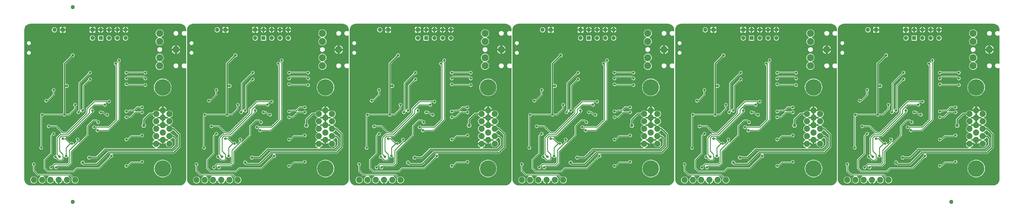
<source format=gbl>
G75*
G70*
%OFA0B0*%
%FSLAX25Y25*%
%IPPOS*%
%LPD*%
%AMOC8*
5,1,8,0,0,1.08239X$1,22.5*
%
%ADD11C,0.01600*%
%ADD12C,0.03560*%
%ADD24C,0.08600*%
%ADD29C,0.20000*%
%ADD33C,0.01000*%
%ADD43C,0.01200*%
%ADD45C,0.04720*%
%ADD57C,0.07400*%
%ADD58C,0.04130*%
%ADD59C,0.03170*%
%ADD62C,0.05150*%
%ADD83R,0.05150X0.05150*%
%ADD87C,0.05000*%
X0010000Y0010000D02*
G75*
%LPD*%
D57*
X0022000Y0017000D03*
X0032000Y0017000D03*
X0042000Y0017000D03*
X0052000Y0017000D03*
X0062000Y0017000D03*
X0072000Y0017000D03*
X0170000Y0060940D03*
X0170000Y0069960D03*
X0178000Y0074450D03*
X0186000Y0069960D03*
X0178000Y0065430D03*
X0186000Y0060940D03*
X0186000Y0078980D03*
X0178000Y0083460D03*
X0186000Y0087990D03*
X0178000Y0092480D03*
X0186000Y0097010D03*
X0178000Y0101500D03*
X0170000Y0097010D03*
X0170000Y0087990D03*
X0170000Y0078980D03*
D29*
X0178000Y0030790D03*
X0178000Y0129210D03*
D24*
X0174320Y0155310D03*
X0174320Y0165160D03*
X0194000Y0175000D03*
X0174320Y0184840D03*
X0174320Y0194690D03*
D83*
X0103000Y0189000D03*
X0093000Y0199000D03*
X0057000Y0199000D03*
D62*
X0047000Y0199000D03*
X0093000Y0189000D03*
X0103000Y0199000D03*
X0113000Y0199000D03*
X0123000Y0199000D03*
X0133000Y0199000D03*
X0133000Y0189000D03*
X0123000Y0189000D03*
X0113000Y0189000D03*
D43*
X0017640Y0014740D02*
X0012010Y0014740D01*
X0011930Y0014840D02*
X0011290Y0016830D01*
X0011200Y0017870D01*
X0011200Y0198980D01*
X0011290Y0200020D01*
X0011930Y0202010D01*
X0013160Y0203700D01*
X0014850Y0204920D01*
X0016830Y0205570D01*
X0017880Y0205650D01*
X0198980Y0205650D01*
X0200020Y0205570D01*
X0202010Y0204920D01*
X0203700Y0203700D01*
X0204930Y0202010D01*
X0205570Y0200020D01*
X0205650Y0198980D01*
X0205650Y0197790D01*
X0204550Y0198250D01*
X0203140Y0198250D01*
X0201830Y0197700D01*
X0200830Y0196700D01*
X0200280Y0195390D01*
X0200280Y0193980D01*
X0200830Y0192670D01*
X0201830Y0191670D01*
X0203140Y0191120D01*
X0204550Y0191120D01*
X0205650Y0191580D01*
X0205650Y0158420D01*
X0204550Y0158880D01*
X0203140Y0158880D01*
X0201830Y0158330D01*
X0200830Y0157330D01*
X0200280Y0156020D01*
X0200280Y0154610D01*
X0200830Y0153300D01*
X0201830Y0152300D01*
X0203140Y0151750D01*
X0204550Y0151750D01*
X0205650Y0152210D01*
X0205650Y0017870D01*
X0205570Y0016830D01*
X0204930Y0014840D01*
X0203700Y0013150D01*
X0202010Y0011930D01*
X0200020Y0011280D01*
X0198980Y0011200D01*
X0017880Y0011200D01*
X0016830Y0011280D01*
X0014850Y0011930D01*
X0013160Y0013150D01*
X0011930Y0014840D01*
X0011580Y0015930D02*
X0017150Y0015930D01*
X0017100Y0016030D02*
X0017850Y0014220D01*
X0019230Y0012850D01*
X0021030Y0012100D01*
X0022980Y0012100D01*
X0024780Y0012850D01*
X0026160Y0014220D01*
X0026900Y0016030D01*
X0026900Y0017970D01*
X0026160Y0019780D01*
X0024780Y0021150D01*
X0022980Y0021900D01*
X0021030Y0021900D01*
X0019230Y0021150D01*
X0017850Y0019780D01*
X0017100Y0017970D01*
X0017100Y0016030D01*
X0017100Y0017110D02*
X0011260Y0017110D01*
X0011200Y0018300D02*
X0017240Y0018300D01*
X0017730Y0019480D02*
X0011200Y0019480D01*
X0011200Y0020670D02*
X0018740Y0020670D01*
X0020910Y0021850D02*
X0011200Y0021850D01*
X0011200Y0023040D02*
X0024560Y0023040D01*
X0023380Y0024220D02*
X0011200Y0024220D01*
X0011200Y0025410D02*
X0022190Y0025410D01*
X0021300Y0026300D02*
X0026300Y0021300D01*
X0029580Y0021300D01*
X0029230Y0021150D01*
X0027850Y0019780D01*
X0027100Y0017970D01*
X0027100Y0016030D01*
X0027850Y0014220D01*
X0029230Y0012850D01*
X0031030Y0012100D01*
X0032980Y0012100D01*
X0034780Y0012850D01*
X0036160Y0014220D01*
X0036900Y0016030D01*
X0036900Y0017970D01*
X0036160Y0019780D01*
X0034780Y0021150D01*
X0034430Y0021300D01*
X0039580Y0021300D01*
X0039230Y0021150D01*
X0037850Y0019780D01*
X0037100Y0017970D01*
X0037100Y0016030D01*
X0037850Y0014220D01*
X0039230Y0012850D01*
X0041030Y0012100D01*
X0042980Y0012100D01*
X0044780Y0012850D01*
X0046160Y0014220D01*
X0046820Y0015830D01*
X0046830Y0015760D01*
X0047090Y0014970D01*
X0047470Y0014220D01*
X0047960Y0013550D01*
X0048550Y0012960D01*
X0049230Y0012470D01*
X0049970Y0012090D01*
X0050760Y0011830D01*
X0051590Y0011700D01*
X0051600Y0011700D01*
X0051600Y0016600D01*
X0052400Y0016600D01*
X0052400Y0011700D01*
X0052420Y0011700D01*
X0053240Y0011830D01*
X0054040Y0012090D01*
X0054780Y0012470D01*
X0055460Y0012960D01*
X0056050Y0013550D01*
X0056540Y0014220D01*
X0056920Y0014970D01*
X0057170Y0015760D01*
X0057180Y0015830D01*
X0057850Y0014220D01*
X0059230Y0012850D01*
X0061030Y0012100D01*
X0062980Y0012100D01*
X0064780Y0012850D01*
X0066160Y0014220D01*
X0066900Y0016030D01*
X0066900Y0017970D01*
X0066160Y0019780D01*
X0064780Y0021150D01*
X0064430Y0021300D01*
X0065300Y0021300D01*
X0067550Y0019050D01*
X0067100Y0017970D01*
X0067100Y0016030D01*
X0067850Y0014220D01*
X0069230Y0012850D01*
X0071030Y0012100D01*
X0072980Y0012100D01*
X0074780Y0012850D01*
X0076160Y0014220D01*
X0076900Y0016030D01*
X0076900Y0017970D01*
X0076160Y0019780D01*
X0074780Y0021150D01*
X0072980Y0021900D01*
X0071030Y0021900D01*
X0069950Y0021450D01*
X0067700Y0023700D01*
X0066710Y0024700D01*
X0027710Y0024700D01*
X0023700Y0028700D01*
X0023700Y0033760D01*
X0024360Y0034420D01*
X0024790Y0035450D01*
X0024790Y0036550D01*
X0024360Y0037580D01*
X0023580Y0038360D01*
X0022560Y0038780D01*
X0021450Y0038780D01*
X0020430Y0038360D01*
X0019640Y0037580D01*
X0019220Y0036550D01*
X0019220Y0035450D01*
X0019640Y0034420D01*
X0020300Y0033760D01*
X0020300Y0027300D01*
X0021300Y0026300D01*
X0021010Y0026590D02*
X0011200Y0026590D01*
X0011200Y0027780D02*
X0020300Y0027780D01*
X0020300Y0028960D02*
X0011200Y0028960D01*
X0011200Y0030150D02*
X0020300Y0030150D01*
X0020300Y0031330D02*
X0011200Y0031330D01*
X0011200Y0032520D02*
X0020300Y0032520D01*
X0020300Y0033700D02*
X0011200Y0033700D01*
X0011200Y0034890D02*
X0019450Y0034890D01*
X0019220Y0036070D02*
X0011200Y0036070D01*
X0011200Y0037260D02*
X0019510Y0037260D01*
X0020620Y0038440D02*
X0011200Y0038440D01*
X0011200Y0039630D02*
X0033300Y0039630D01*
X0033300Y0040810D02*
X0011200Y0040810D01*
X0011200Y0042000D02*
X0033590Y0042000D01*
X0033300Y0041700D02*
X0033300Y0030300D01*
X0037300Y0026300D01*
X0038300Y0025300D01*
X0070710Y0025300D01*
X0074710Y0029300D01*
X0101710Y0029300D01*
X0115620Y0043220D01*
X0116560Y0043220D01*
X0117580Y0043640D01*
X0118360Y0044420D01*
X0118790Y0045450D01*
X0118790Y0046550D01*
X0118360Y0047580D01*
X0117940Y0048000D01*
X0191830Y0048000D01*
X0193000Y0049170D01*
X0200000Y0056170D01*
X0200000Y0072830D01*
X0198830Y0074000D01*
X0191860Y0080980D01*
X0190480Y0080980D01*
X0190160Y0081750D01*
X0188780Y0083130D01*
X0187920Y0083480D01*
X0188780Y0083840D01*
X0190160Y0085220D01*
X0190900Y0087020D01*
X0190900Y0088970D01*
X0190160Y0090770D01*
X0188780Y0092150D01*
X0187920Y0092500D01*
X0188780Y0092850D01*
X0190160Y0094230D01*
X0190900Y0096030D01*
X0190900Y0097980D01*
X0190160Y0099780D01*
X0188780Y0101160D01*
X0186980Y0101910D01*
X0185030Y0101910D01*
X0183230Y0101160D01*
X0183160Y0101100D01*
X0178400Y0101100D01*
X0178400Y0096200D01*
X0178400Y0092880D01*
X0177600Y0092880D01*
X0177600Y0092080D01*
X0172850Y0092080D01*
X0172780Y0092150D01*
X0171920Y0092500D01*
X0172780Y0092850D01*
X0172810Y0092880D01*
X0177600Y0092880D01*
X0177600Y0101100D01*
X0172850Y0101100D01*
X0172780Y0101160D01*
X0170980Y0101910D01*
X0169030Y0101910D01*
X0167230Y0101160D01*
X0165850Y0099780D01*
X0165530Y0099010D01*
X0161180Y0099010D01*
X0160010Y0097840D01*
X0154180Y0092000D01*
X0153000Y0090830D01*
X0153000Y0085620D01*
X0152230Y0084850D01*
X0151740Y0083650D01*
X0151740Y0082350D01*
X0152230Y0081150D01*
X0153150Y0080230D01*
X0154350Y0079730D01*
X0155650Y0079730D01*
X0156850Y0080230D01*
X0157770Y0081150D01*
X0158270Y0082350D01*
X0158270Y0083650D01*
X0157770Y0084850D01*
X0157000Y0085620D01*
X0157000Y0089170D01*
X0162840Y0095010D01*
X0165530Y0095010D01*
X0165850Y0094230D01*
X0167230Y0092850D01*
X0168080Y0092500D01*
X0167230Y0092150D01*
X0165850Y0090770D01*
X0165100Y0088970D01*
X0165100Y0087020D01*
X0165850Y0085220D01*
X0167230Y0083840D01*
X0168080Y0083480D01*
X0167230Y0083130D01*
X0165850Y0081750D01*
X0165100Y0079950D01*
X0165100Y0078000D01*
X0165850Y0076200D01*
X0167230Y0074820D01*
X0168080Y0074470D01*
X0167230Y0074110D01*
X0165850Y0072740D01*
X0165100Y0070940D01*
X0165100Y0068990D01*
X0165850Y0067190D01*
X0167230Y0065810D01*
X0167580Y0065660D01*
X0167230Y0065480D01*
X0166550Y0064990D01*
X0165960Y0064400D01*
X0165470Y0063720D01*
X0165090Y0062980D01*
X0164830Y0062190D01*
X0164700Y0061360D01*
X0164700Y0061340D01*
X0169600Y0061340D01*
X0169600Y0060540D01*
X0164700Y0060540D01*
X0164700Y0060530D01*
X0164830Y0059700D01*
X0165090Y0058910D01*
X0165470Y0058170D01*
X0165960Y0057490D01*
X0166550Y0056900D01*
X0167230Y0056410D01*
X0167970Y0056030D01*
X0168070Y0056000D01*
X0107180Y0056000D01*
X0097180Y0046000D01*
X0091220Y0046000D01*
X0090690Y0046530D01*
X0089600Y0046980D01*
X0088410Y0046980D01*
X0087310Y0046530D01*
X0086480Y0045690D01*
X0086020Y0044590D01*
X0086020Y0043410D01*
X0086480Y0042310D01*
X0087310Y0041470D01*
X0088410Y0041020D01*
X0089600Y0041020D01*
X0090690Y0041470D01*
X0091220Y0042000D01*
X0098830Y0042000D01*
X0108830Y0052000D01*
X0189830Y0052000D01*
X0191000Y0053170D01*
X0196000Y0058170D01*
X0196000Y0067830D01*
X0194830Y0069000D01*
X0191870Y0071960D01*
X0190480Y0071960D01*
X0190160Y0072740D01*
X0188780Y0074110D01*
X0187920Y0074470D01*
X0188780Y0074820D01*
X0190160Y0076200D01*
X0190400Y0076780D01*
X0196000Y0071170D01*
X0196000Y0057830D01*
X0190180Y0052000D01*
X0111180Y0052000D01*
X0110000Y0050830D01*
X0097180Y0038000D01*
X0083980Y0038000D01*
X0083980Y0038590D01*
X0083530Y0039690D01*
X0082690Y0040530D01*
X0081600Y0040980D01*
X0080410Y0040980D01*
X0079310Y0040530D01*
X0078480Y0039690D01*
X0078020Y0038590D01*
X0078020Y0037410D01*
X0078480Y0036310D01*
X0079310Y0035470D01*
X0080410Y0035020D01*
X0081160Y0035020D01*
X0082180Y0034000D01*
X0098830Y0034000D01*
X0100000Y0035170D01*
X0112830Y0048000D01*
X0114070Y0048000D01*
X0113640Y0047580D01*
X0113220Y0046550D01*
X0113220Y0045620D01*
X0100300Y0032700D01*
X0073300Y0032700D01*
X0069300Y0028700D01*
X0039710Y0028700D01*
X0036700Y0031700D01*
X0036700Y0040300D01*
X0043710Y0047300D01*
X0044700Y0048300D01*
X0044700Y0069300D01*
X0045620Y0070220D01*
X0046560Y0070220D01*
X0047580Y0070640D01*
X0048360Y0071420D01*
X0048790Y0072450D01*
X0048790Y0073550D01*
X0048360Y0074580D01*
X0047580Y0075360D01*
X0046560Y0075780D01*
X0045450Y0075780D01*
X0044430Y0075360D01*
X0043640Y0074580D01*
X0043220Y0073550D01*
X0043220Y0072620D01*
X0041300Y0070700D01*
X0041300Y0049700D01*
X0034300Y0042700D01*
X0033300Y0041700D01*
X0034780Y0043180D02*
X0011200Y0043180D01*
X0011200Y0044370D02*
X0035960Y0044370D01*
X0037150Y0045550D02*
X0011200Y0045550D01*
X0011200Y0046740D02*
X0038330Y0046740D01*
X0039520Y0047920D02*
X0011200Y0047920D01*
X0011200Y0049110D02*
X0040700Y0049110D01*
X0041300Y0050290D02*
X0011200Y0050290D01*
X0011200Y0051480D02*
X0041300Y0051480D01*
X0041300Y0052660D02*
X0011200Y0052660D01*
X0011200Y0053850D02*
X0029220Y0053850D01*
X0029430Y0053640D02*
X0030450Y0053220D01*
X0031560Y0053220D01*
X0032580Y0053640D01*
X0033360Y0054420D01*
X0033790Y0055450D01*
X0033790Y0056550D01*
X0033360Y0057580D01*
X0032700Y0058240D01*
X0032700Y0093280D01*
X0033580Y0093640D01*
X0034240Y0094300D01*
X0056770Y0094300D01*
X0057430Y0093640D01*
X0058450Y0093220D01*
X0059560Y0093220D01*
X0060580Y0093640D01*
X0061240Y0094300D01*
X0065710Y0094300D01*
X0072710Y0101300D01*
X0073700Y0102300D01*
X0073700Y0105760D01*
X0074360Y0106420D01*
X0074790Y0107450D01*
X0074790Y0108550D01*
X0074360Y0109580D01*
X0073580Y0110360D01*
X0072560Y0110780D01*
X0071450Y0110780D01*
X0070430Y0110360D01*
X0069640Y0109580D01*
X0069220Y0108550D01*
X0069220Y0107450D01*
X0069640Y0106420D01*
X0070300Y0105760D01*
X0070300Y0103700D01*
X0064300Y0097700D01*
X0061240Y0097700D01*
X0061000Y0097940D01*
X0061000Y0128190D01*
X0061410Y0128020D01*
X0062600Y0128020D01*
X0063690Y0128470D01*
X0064530Y0129310D01*
X0064980Y0130410D01*
X0064980Y0131590D01*
X0064530Y0132690D01*
X0063690Y0133530D01*
X0062600Y0133980D01*
X0061410Y0133980D01*
X0061000Y0133810D01*
X0061000Y0157170D01*
X0068850Y0165020D01*
X0069600Y0165020D01*
X0070690Y0165470D01*
X0071530Y0166310D01*
X0071980Y0167410D01*
X0071980Y0168590D01*
X0071530Y0169690D01*
X0070690Y0170530D01*
X0069600Y0170980D01*
X0068410Y0170980D01*
X0067310Y0170530D01*
X0066480Y0169690D01*
X0066020Y0168590D01*
X0066020Y0167850D01*
X0057000Y0158830D01*
X0057000Y0097940D01*
X0056770Y0097700D01*
X0034240Y0097700D01*
X0033580Y0098360D01*
X0032560Y0098780D01*
X0031450Y0098780D01*
X0030430Y0098360D01*
X0029640Y0097580D01*
X0029220Y0096550D01*
X0029220Y0095450D01*
X0029300Y0095240D01*
X0029300Y0058240D01*
X0028640Y0057580D01*
X0028220Y0056550D01*
X0028220Y0055450D01*
X0028640Y0054420D01*
X0029430Y0053640D01*
X0028390Y0055030D02*
X0011200Y0055030D01*
X0011200Y0056220D02*
X0028220Y0056220D01*
X0028570Y0057400D02*
X0011200Y0057400D01*
X0011200Y0058590D02*
X0029300Y0058590D01*
X0029300Y0059770D02*
X0011200Y0059770D01*
X0011200Y0060960D02*
X0029300Y0060960D01*
X0029300Y0062140D02*
X0011200Y0062140D01*
X0011200Y0063330D02*
X0029300Y0063330D01*
X0029300Y0064510D02*
X0011200Y0064510D01*
X0011200Y0065700D02*
X0029300Y0065700D01*
X0029300Y0066880D02*
X0011200Y0066880D01*
X0011200Y0068070D02*
X0029300Y0068070D01*
X0029300Y0069250D02*
X0011200Y0069250D01*
X0011200Y0070440D02*
X0029300Y0070440D01*
X0029300Y0071620D02*
X0011200Y0071620D01*
X0011200Y0072810D02*
X0029300Y0072810D01*
X0029300Y0073990D02*
X0011200Y0073990D01*
X0011200Y0075180D02*
X0029300Y0075180D01*
X0029300Y0076360D02*
X0011200Y0076360D01*
X0011200Y0077550D02*
X0029300Y0077550D01*
X0029300Y0078730D02*
X0011200Y0078730D01*
X0011200Y0079920D02*
X0029300Y0079920D01*
X0029300Y0081100D02*
X0011200Y0081100D01*
X0011200Y0082290D02*
X0029300Y0082290D01*
X0029300Y0083470D02*
X0011200Y0083470D01*
X0011200Y0084660D02*
X0029300Y0084660D01*
X0029300Y0085840D02*
X0011200Y0085840D01*
X0011200Y0087030D02*
X0029300Y0087030D01*
X0029300Y0088210D02*
X0011200Y0088210D01*
X0011200Y0089400D02*
X0029300Y0089400D01*
X0029300Y0090580D02*
X0011200Y0090580D01*
X0011200Y0091770D02*
X0029300Y0091770D01*
X0029300Y0092950D02*
X0011200Y0092950D01*
X0011200Y0094140D02*
X0029300Y0094140D01*
X0029270Y0095320D02*
X0011200Y0095320D01*
X0011200Y0096510D02*
X0029220Y0096510D01*
X0029760Y0097690D02*
X0011200Y0097690D01*
X0011200Y0098880D02*
X0057000Y0098880D01*
X0057000Y0100060D02*
X0011200Y0100060D01*
X0011200Y0101250D02*
X0057000Y0101250D01*
X0057000Y0102430D02*
X0011200Y0102430D01*
X0011200Y0103620D02*
X0057000Y0103620D01*
X0057000Y0104800D02*
X0011200Y0104800D01*
X0011200Y0105990D02*
X0057000Y0105990D01*
X0057000Y0107170D02*
X0011200Y0107170D01*
X0011200Y0108360D02*
X0057000Y0108360D01*
X0057000Y0109540D02*
X0011200Y0109540D01*
X0011200Y0110730D02*
X0035340Y0110730D01*
X0035430Y0110640D02*
X0036450Y0110220D01*
X0037560Y0110220D01*
X0038580Y0110640D01*
X0039240Y0111300D01*
X0039710Y0111300D01*
X0040700Y0112300D01*
X0047700Y0119300D01*
X0047700Y0123760D01*
X0057000Y0123760D01*
X0057000Y0122580D02*
X0047700Y0122580D01*
X0047700Y0123760D02*
X0048360Y0124420D01*
X0048790Y0125450D01*
X0048790Y0126550D01*
X0048360Y0127580D01*
X0047580Y0128360D01*
X0046560Y0128780D01*
X0045450Y0128780D01*
X0044430Y0128360D01*
X0043640Y0127580D01*
X0043220Y0126550D01*
X0043220Y0125450D01*
X0043640Y0124420D01*
X0044300Y0123760D01*
X0011200Y0123760D01*
X0011200Y0122580D02*
X0044300Y0122580D01*
X0044300Y0123760D02*
X0044300Y0120700D01*
X0038770Y0115170D01*
X0038580Y0115360D01*
X0037560Y0115780D01*
X0036450Y0115780D01*
X0035430Y0115360D01*
X0034640Y0114580D01*
X0034220Y0113550D01*
X0034220Y0112450D01*
X0034640Y0111420D01*
X0035430Y0110640D01*
X0034440Y0111910D02*
X0011200Y0111910D01*
X0011200Y0113100D02*
X0034220Y0113100D01*
X0034520Y0114280D02*
X0011200Y0114280D01*
X0011200Y0115470D02*
X0035680Y0115470D01*
X0038330Y0115470D02*
X0039060Y0115470D01*
X0040250Y0116650D02*
X0011200Y0116650D01*
X0011200Y0117840D02*
X0041430Y0117840D01*
X0042620Y0119020D02*
X0011200Y0119020D01*
X0011200Y0120210D02*
X0043800Y0120210D01*
X0044300Y0121390D02*
X0011200Y0121390D01*
X0011200Y0124950D02*
X0043430Y0124950D01*
X0043220Y0126130D02*
X0011200Y0126130D01*
X0011200Y0127320D02*
X0043530Y0127320D01*
X0044760Y0128500D02*
X0011200Y0128500D01*
X0011200Y0129690D02*
X0057000Y0129690D01*
X0057000Y0130870D02*
X0011200Y0130870D01*
X0011200Y0132060D02*
X0057000Y0132060D01*
X0057000Y0133240D02*
X0011200Y0133240D01*
X0011200Y0134430D02*
X0057000Y0134430D01*
X0057000Y0135610D02*
X0011200Y0135610D01*
X0011200Y0136800D02*
X0057000Y0136800D01*
X0057000Y0137980D02*
X0011200Y0137980D01*
X0011200Y0139170D02*
X0057000Y0139170D01*
X0057000Y0140350D02*
X0011200Y0140350D01*
X0011200Y0141540D02*
X0057000Y0141540D01*
X0057000Y0142720D02*
X0011200Y0142720D01*
X0011200Y0143910D02*
X0057000Y0143910D01*
X0057000Y0145090D02*
X0011200Y0145090D01*
X0011200Y0146280D02*
X0057000Y0146280D01*
X0057000Y0147460D02*
X0011200Y0147460D01*
X0011200Y0148650D02*
X0057000Y0148650D01*
X0057000Y0149830D02*
X0011200Y0149830D01*
X0011200Y0151020D02*
X0057000Y0151020D01*
X0057000Y0152200D02*
X0011200Y0152200D01*
X0011200Y0153390D02*
X0057000Y0153390D01*
X0057000Y0154570D02*
X0011200Y0154570D01*
X0011200Y0155760D02*
X0057000Y0155760D01*
X0057000Y0156940D02*
X0011200Y0156940D01*
X0011200Y0158130D02*
X0057000Y0158130D01*
X0057490Y0159310D02*
X0011200Y0159310D01*
X0011200Y0160500D02*
X0058670Y0160500D01*
X0059860Y0161680D02*
X0011200Y0161680D01*
X0011200Y0162870D02*
X0061040Y0162870D01*
X0062230Y0164050D02*
X0011200Y0164050D01*
X0011200Y0165240D02*
X0063410Y0165240D01*
X0064600Y0166420D02*
X0011200Y0166420D01*
X0011200Y0167610D02*
X0065780Y0167610D01*
X0066100Y0168790D02*
X0017900Y0168790D01*
X0017690Y0168580D02*
X0018520Y0169410D01*
X0018980Y0170500D01*
X0018980Y0171690D01*
X0018520Y0172780D01*
X0017690Y0173610D01*
X0016590Y0174070D01*
X0015410Y0174070D01*
X0014320Y0173610D01*
X0013480Y0172780D01*
X0013030Y0171690D01*
X0013030Y0170500D01*
X0013480Y0169410D01*
X0014320Y0168580D01*
X0015410Y0168120D01*
X0016590Y0168120D01*
X0017690Y0168580D01*
X0018760Y0169980D02*
X0066760Y0169980D01*
X0071240Y0169980D02*
X0171580Y0169980D01*
X0171200Y0169820D02*
X0169660Y0168270D01*
X0168820Y0166250D01*
X0168820Y0164060D01*
X0169660Y0162040D01*
X0171200Y0160490D01*
X0171830Y0160240D01*
X0171200Y0159980D01*
X0169660Y0158430D01*
X0168820Y0156410D01*
X0168820Y0154220D01*
X0169660Y0152200D01*
X0171200Y0150650D01*
X0173220Y0149810D01*
X0175410Y0149810D01*
X0177430Y0150650D01*
X0178980Y0152200D01*
X0179820Y0154220D01*
X0179820Y0156410D01*
X0178980Y0158430D01*
X0177430Y0159980D01*
X0176810Y0160240D01*
X0177430Y0160490D01*
X0178980Y0162040D01*
X0179820Y0164060D01*
X0179820Y0166250D01*
X0178980Y0168270D01*
X0177430Y0169820D01*
X0175410Y0170660D01*
X0173220Y0170660D01*
X0171200Y0169820D01*
X0170170Y0168790D02*
X0071900Y0168790D01*
X0071980Y0167610D02*
X0169380Y0167610D01*
X0168890Y0166420D02*
X0071580Y0166420D01*
X0070120Y0165240D02*
X0168820Y0165240D01*
X0168820Y0164050D02*
X0126890Y0164050D01*
X0126580Y0164360D02*
X0125560Y0164780D01*
X0124450Y0164780D01*
X0123430Y0164360D01*
X0122640Y0163580D01*
X0122220Y0162550D01*
X0122220Y0161450D01*
X0122640Y0160420D01*
X0123300Y0159760D01*
X0123300Y0159640D01*
X0122580Y0160360D01*
X0121560Y0160780D01*
X0120450Y0160780D01*
X0119430Y0160360D01*
X0118640Y0159580D01*
X0118220Y0158550D01*
X0118220Y0157450D01*
X0118640Y0156420D01*
X0119430Y0155640D01*
X0120300Y0155280D01*
X0120300Y0090700D01*
X0112300Y0082700D01*
X0097240Y0082700D01*
X0096580Y0083360D01*
X0095560Y0083780D01*
X0094450Y0083780D01*
X0093430Y0083360D01*
X0092640Y0082580D01*
X0092220Y0081550D01*
X0092220Y0080450D01*
X0092640Y0079420D01*
X0093430Y0078640D01*
X0094450Y0078220D01*
X0095560Y0078220D01*
X0096580Y0078640D01*
X0097240Y0079300D01*
X0097370Y0079300D01*
X0096640Y0078580D01*
X0096220Y0077550D01*
X0096220Y0076450D01*
X0096640Y0075420D01*
X0097430Y0074640D01*
X0098450Y0074220D01*
X0099560Y0074220D01*
X0100580Y0074640D01*
X0101240Y0075300D01*
X0112710Y0075300D01*
X0125710Y0088300D01*
X0126700Y0089300D01*
X0126700Y0159760D01*
X0127360Y0160420D01*
X0127790Y0161450D01*
X0127790Y0162550D01*
X0127360Y0163580D01*
X0126580Y0164360D01*
X0127660Y0162870D02*
X0169310Y0162870D01*
X0170020Y0161680D02*
X0127790Y0161680D01*
X0127390Y0160500D02*
X0171200Y0160500D01*
X0170540Y0159310D02*
X0126700Y0159310D01*
X0126700Y0158130D02*
X0169530Y0158130D01*
X0169040Y0156940D02*
X0126700Y0156940D01*
X0126700Y0155760D02*
X0168820Y0155760D01*
X0168820Y0154570D02*
X0126700Y0154570D01*
X0126700Y0153390D02*
X0169160Y0153390D01*
X0169660Y0152200D02*
X0126700Y0152200D01*
X0126700Y0151020D02*
X0170840Y0151020D01*
X0173190Y0149830D02*
X0126700Y0149830D01*
X0126700Y0148650D02*
X0131710Y0148650D01*
X0131640Y0148580D02*
X0131220Y0147550D01*
X0131220Y0146450D01*
X0131640Y0145420D01*
X0132430Y0144640D01*
X0133450Y0144220D01*
X0134560Y0144220D01*
X0135580Y0144640D01*
X0136240Y0145300D01*
X0154770Y0145300D01*
X0155430Y0144640D01*
X0156450Y0144220D01*
X0157560Y0144220D01*
X0158580Y0144640D01*
X0159360Y0145420D01*
X0159790Y0146450D01*
X0159790Y0147550D01*
X0159360Y0148580D01*
X0158580Y0149360D01*
X0157560Y0149780D01*
X0156450Y0149780D01*
X0155430Y0149360D01*
X0154770Y0148700D01*
X0136240Y0148700D01*
X0135580Y0149360D01*
X0134560Y0149780D01*
X0133450Y0149780D01*
X0132430Y0149360D01*
X0131640Y0148580D01*
X0131220Y0147460D02*
X0126700Y0147460D01*
X0126700Y0146280D02*
X0131290Y0146280D01*
X0131980Y0145090D02*
X0126700Y0145090D01*
X0126700Y0143910D02*
X0205650Y0143910D01*
X0205650Y0145090D02*
X0159030Y0145090D01*
X0159720Y0146280D02*
X0205650Y0146280D01*
X0205650Y0147460D02*
X0159790Y0147460D01*
X0159300Y0148650D02*
X0205650Y0148650D01*
X0205650Y0149830D02*
X0175450Y0149830D01*
X0177800Y0151020D02*
X0205650Y0151020D01*
X0205640Y0152200D02*
X0205650Y0152200D01*
X0202060Y0152200D02*
X0195790Y0152200D01*
X0196020Y0152300D02*
X0197020Y0153300D01*
X0197570Y0154610D01*
X0197570Y0156020D01*
X0197020Y0157330D01*
X0196020Y0158330D01*
X0194710Y0158880D01*
X0193300Y0158880D01*
X0191990Y0158330D01*
X0190980Y0157330D01*
X0190440Y0156020D01*
X0190440Y0154610D01*
X0190980Y0153300D01*
X0191990Y0152300D01*
X0193300Y0151750D01*
X0194710Y0151750D01*
X0196020Y0152300D01*
X0197060Y0153390D02*
X0200790Y0153390D01*
X0200300Y0154570D02*
X0197550Y0154570D01*
X0197570Y0155760D02*
X0200280Y0155760D01*
X0200660Y0156940D02*
X0197190Y0156940D01*
X0196230Y0158130D02*
X0201620Y0158130D01*
X0205650Y0159310D02*
X0178100Y0159310D01*
X0177430Y0160500D02*
X0205650Y0160500D01*
X0205650Y0161680D02*
X0178620Y0161680D01*
X0179320Y0162870D02*
X0205650Y0162870D01*
X0205650Y0164050D02*
X0179810Y0164050D01*
X0179820Y0165240D02*
X0205650Y0165240D01*
X0205650Y0166420D02*
X0179750Y0166420D01*
X0179260Y0167610D02*
X0205650Y0167610D01*
X0205650Y0168790D02*
X0178460Y0168790D01*
X0177060Y0169980D02*
X0190880Y0169980D01*
X0190910Y0169950D02*
X0191740Y0169530D01*
X0192620Y0169250D01*
X0193400Y0169120D01*
X0193400Y0174400D01*
X0188130Y0174400D01*
X0188250Y0173620D01*
X0188540Y0172740D01*
X0188960Y0171910D01*
X0189500Y0171160D01*
X0018980Y0171160D01*
X0018700Y0172350D02*
X0171940Y0172350D01*
X0172300Y0171980D02*
X0173610Y0171440D01*
X0175030Y0171440D01*
X0176340Y0171980D01*
X0177340Y0172980D01*
X0177880Y0174290D01*
X0177880Y0175710D01*
X0177340Y0177020D01*
X0176340Y0178020D01*
X0175030Y0178560D01*
X0173610Y0178560D01*
X0172300Y0178020D01*
X0171300Y0177020D01*
X0170760Y0175710D01*
X0170760Y0174290D01*
X0171300Y0172980D01*
X0172300Y0171980D01*
X0171070Y0173530D02*
X0017770Y0173530D01*
X0014240Y0173530D02*
X0011200Y0173530D01*
X0011200Y0172350D02*
X0013310Y0172350D01*
X0013030Y0171160D02*
X0011200Y0171160D01*
X0011200Y0169980D02*
X0013250Y0169980D01*
X0014110Y0168790D02*
X0011200Y0168790D01*
X0011200Y0174720D02*
X0170760Y0174720D01*
X0170840Y0175900D02*
X0011200Y0175900D01*
X0011200Y0177090D02*
X0171370Y0177090D01*
X0172910Y0178270D02*
X0011200Y0178270D01*
X0011200Y0179460D02*
X0172950Y0179460D01*
X0173220Y0179340D02*
X0175410Y0179340D01*
X0177430Y0180180D01*
X0178980Y0181730D01*
X0179820Y0183750D01*
X0179820Y0185940D01*
X0178980Y0187960D01*
X0177430Y0189510D01*
X0176810Y0189760D01*
X0177430Y0190020D01*
X0178980Y0191570D01*
X0179820Y0193590D01*
X0179820Y0195780D01*
X0178980Y0197800D01*
X0177430Y0199350D01*
X0175410Y0200190D01*
X0173220Y0200190D01*
X0171200Y0199350D01*
X0169660Y0197800D01*
X0168820Y0195780D01*
X0168820Y0193590D01*
X0169660Y0191570D01*
X0171200Y0190020D01*
X0171830Y0189760D01*
X0171200Y0189510D01*
X0169660Y0187960D01*
X0168820Y0185940D01*
X0168820Y0183750D01*
X0169660Y0181730D01*
X0171200Y0180180D01*
X0173220Y0179340D01*
X0175680Y0179460D02*
X0190120Y0179460D01*
X0190160Y0179500D02*
X0189500Y0178840D01*
X0188960Y0178090D01*
X0188540Y0177260D01*
X0188250Y0176380D01*
X0188130Y0175600D01*
X0193400Y0175600D01*
X0193400Y0174400D01*
X0194600Y0174400D01*
X0194600Y0169120D01*
X0195390Y0169250D01*
X0196270Y0169530D01*
X0197100Y0169950D01*
X0197850Y0170500D01*
X0198500Y0171160D01*
X0199050Y0171910D01*
X0199470Y0172740D01*
X0199760Y0173620D01*
X0199880Y0174400D01*
X0194600Y0174400D01*
X0194600Y0175600D01*
X0193400Y0175600D01*
X0193400Y0180880D01*
X0192620Y0180750D01*
X0191740Y0180470D01*
X0190910Y0180050D01*
X0190160Y0179500D01*
X0189090Y0178270D02*
X0175730Y0178270D01*
X0177270Y0177090D02*
X0188480Y0177090D01*
X0188170Y0175900D02*
X0177800Y0175900D01*
X0177880Y0174720D02*
X0193400Y0174720D01*
X0193400Y0175900D02*
X0194600Y0175900D01*
X0194600Y0175600D02*
X0194600Y0180880D01*
X0195390Y0180750D01*
X0196270Y0180470D01*
X0197100Y0180050D01*
X0197850Y0179500D01*
X0198500Y0178840D01*
X0199050Y0178090D01*
X0199470Y0177260D01*
X0199760Y0176380D01*
X0199880Y0175600D01*
X0194600Y0175600D01*
X0194600Y0174720D02*
X0205650Y0174720D01*
X0205650Y0175900D02*
X0199830Y0175900D01*
X0199530Y0177090D02*
X0205650Y0177090D01*
X0205650Y0178270D02*
X0198920Y0178270D01*
X0197890Y0179460D02*
X0205650Y0179460D01*
X0205650Y0180640D02*
X0195740Y0180640D01*
X0194600Y0180640D02*
X0193400Y0180640D01*
X0192270Y0180640D02*
X0177890Y0180640D01*
X0179020Y0181830D02*
X0205650Y0181830D01*
X0205650Y0183010D02*
X0179510Y0183010D01*
X0179820Y0184200D02*
X0205650Y0184200D01*
X0205650Y0185380D02*
X0179820Y0185380D01*
X0179560Y0186570D02*
X0205650Y0186570D01*
X0205650Y0187750D02*
X0179070Y0187750D01*
X0178000Y0188940D02*
X0205650Y0188940D01*
X0205650Y0190120D02*
X0177530Y0190120D01*
X0178720Y0191310D02*
X0192850Y0191310D01*
X0193300Y0191120D02*
X0194710Y0191120D01*
X0196020Y0191670D01*
X0197020Y0192670D01*
X0197570Y0193980D01*
X0197570Y0195390D01*
X0197020Y0196700D01*
X0196020Y0197700D01*
X0194710Y0198250D01*
X0193300Y0198250D01*
X0191990Y0197700D01*
X0190980Y0196700D01*
X0190440Y0195390D01*
X0190440Y0193980D01*
X0190980Y0192670D01*
X0191990Y0191670D01*
X0193300Y0191120D01*
X0195150Y0191310D02*
X0202700Y0191310D01*
X0201000Y0192490D02*
X0196850Y0192490D01*
X0197440Y0193680D02*
X0200410Y0193680D01*
X0200280Y0194860D02*
X0197570Y0194860D01*
X0197300Y0196050D02*
X0200550Y0196050D01*
X0201350Y0197230D02*
X0196500Y0197230D01*
X0191510Y0197230D02*
X0179220Y0197230D01*
X0179710Y0196050D02*
X0190710Y0196050D01*
X0190440Y0194860D02*
X0179820Y0194860D01*
X0179820Y0193680D02*
X0190570Y0193680D01*
X0191160Y0192490D02*
X0179360Y0192490D01*
X0178370Y0198420D02*
X0205650Y0198420D01*
X0205600Y0199600D02*
X0176820Y0199600D01*
X0171810Y0199600D02*
X0137140Y0199600D01*
X0137180Y0199330D02*
X0137080Y0199980D01*
X0136870Y0200600D01*
X0136570Y0201190D01*
X0136190Y0201720D01*
X0135720Y0202180D01*
X0135190Y0202570D01*
X0134610Y0202870D01*
X0133980Y0203070D01*
X0133330Y0203170D01*
X0133190Y0203170D01*
X0133190Y0199190D01*
X0132820Y0199190D01*
X0132820Y0203170D01*
X0132680Y0203170D01*
X0132030Y0203070D01*
X0131400Y0202870D01*
X0130820Y0202570D01*
X0130280Y0202180D01*
X0129820Y0201720D01*
X0129430Y0201190D01*
X0129130Y0200600D01*
X0128930Y0199980D01*
X0128830Y0199330D01*
X0128830Y0199190D01*
X0132820Y0199190D01*
X0132820Y0198810D01*
X0133190Y0198810D01*
X0133190Y0194830D01*
X0133330Y0194830D01*
X0133980Y0194930D01*
X0134610Y0195130D01*
X0135190Y0195430D01*
X0135720Y0195820D01*
X0136190Y0196280D01*
X0136570Y0196810D01*
X0136870Y0197400D01*
X0137080Y0198020D01*
X0137180Y0198670D01*
X0137180Y0198810D01*
X0133190Y0198810D01*
X0133190Y0199190D01*
X0137180Y0199190D01*
X0137180Y0199330D01*
X0137140Y0198420D02*
X0170270Y0198420D01*
X0169420Y0197230D02*
X0136790Y0197230D01*
X0135950Y0196050D02*
X0168930Y0196050D01*
X0168820Y0194860D02*
X0133550Y0194860D01*
X0133190Y0194860D02*
X0132820Y0194860D01*
X0132820Y0194830D02*
X0132820Y0198810D01*
X0128830Y0198810D01*
X0128830Y0198670D01*
X0128930Y0198020D01*
X0129130Y0197400D01*
X0129430Y0196810D01*
X0129820Y0196280D01*
X0130280Y0195820D01*
X0130820Y0195430D01*
X0131400Y0195130D01*
X0132030Y0194930D01*
X0132680Y0194830D01*
X0132820Y0194830D01*
X0132450Y0194860D02*
X0123550Y0194860D01*
X0123330Y0194830D02*
X0123980Y0194930D01*
X0124610Y0195130D01*
X0125190Y0195430D01*
X0125720Y0195820D01*
X0126190Y0196280D01*
X0126570Y0196810D01*
X0126870Y0197400D01*
X0127080Y0198020D01*
X0127180Y0198670D01*
X0127180Y0198810D01*
X0123190Y0198810D01*
X0123190Y0194830D01*
X0123330Y0194830D01*
X0123190Y0194860D02*
X0122820Y0194860D01*
X0122820Y0194830D02*
X0122820Y0198810D01*
X0123190Y0198810D01*
X0123190Y0199190D01*
X0122820Y0199190D01*
X0122820Y0203170D01*
X0122680Y0203170D01*
X0122030Y0203070D01*
X0121400Y0202870D01*
X0120820Y0202570D01*
X0120280Y0202180D01*
X0119820Y0201720D01*
X0119430Y0201190D01*
X0119130Y0200600D01*
X0118930Y0199980D01*
X0118830Y0199330D01*
X0118830Y0199190D01*
X0122820Y0199190D01*
X0122820Y0198810D01*
X0118830Y0198810D01*
X0118830Y0198670D01*
X0118930Y0198020D01*
X0119130Y0197400D01*
X0119430Y0196810D01*
X0119820Y0196280D01*
X0120280Y0195820D01*
X0120820Y0195430D01*
X0121400Y0195130D01*
X0122030Y0194930D01*
X0122680Y0194830D01*
X0122820Y0194830D01*
X0122450Y0194860D02*
X0113550Y0194860D01*
X0113330Y0194830D02*
X0113980Y0194930D01*
X0114610Y0195130D01*
X0115190Y0195430D01*
X0115720Y0195820D01*
X0116190Y0196280D01*
X0116570Y0196810D01*
X0116870Y0197400D01*
X0117080Y0198020D01*
X0117180Y0198670D01*
X0117180Y0198810D01*
X0113190Y0198810D01*
X0113190Y0194830D01*
X0113330Y0194830D01*
X0113190Y0194860D02*
X0112820Y0194860D01*
X0112820Y0194830D02*
X0112820Y0198810D01*
X0113190Y0198810D01*
X0113190Y0199190D01*
X0112820Y0199190D01*
X0112820Y0203170D01*
X0112680Y0203170D01*
X0112030Y0203070D01*
X0111400Y0202870D01*
X0110820Y0202570D01*
X0110280Y0202180D01*
X0109820Y0201720D01*
X0109430Y0201190D01*
X0109130Y0200600D01*
X0108930Y0199980D01*
X0108830Y0199330D01*
X0108830Y0199190D01*
X0112820Y0199190D01*
X0112820Y0198810D01*
X0108830Y0198810D01*
X0108830Y0198670D01*
X0108930Y0198020D01*
X0109130Y0197400D01*
X0109430Y0196810D01*
X0109820Y0196280D01*
X0110280Y0195820D01*
X0110820Y0195430D01*
X0111400Y0195130D01*
X0112030Y0194930D01*
X0112680Y0194830D01*
X0112820Y0194830D01*
X0112450Y0194860D02*
X0103550Y0194860D01*
X0103330Y0194830D02*
X0103980Y0194930D01*
X0104610Y0195130D01*
X0105190Y0195430D01*
X0105720Y0195820D01*
X0106190Y0196280D01*
X0106570Y0196810D01*
X0106870Y0197400D01*
X0107080Y0198020D01*
X0107180Y0198670D01*
X0107180Y0198810D01*
X0103190Y0198810D01*
X0103190Y0194830D01*
X0103330Y0194830D01*
X0103190Y0194860D02*
X0102820Y0194860D01*
X0102820Y0194830D02*
X0102820Y0198810D01*
X0103190Y0198810D01*
X0103190Y0199190D01*
X0102820Y0199190D01*
X0102820Y0203170D01*
X0102680Y0203170D01*
X0102030Y0203070D01*
X0101400Y0202870D01*
X0100820Y0202570D01*
X0100280Y0202180D01*
X0099820Y0201720D01*
X0099430Y0201190D01*
X0099130Y0200600D01*
X0098930Y0199980D01*
X0098830Y0199330D01*
X0098830Y0199190D01*
X0102820Y0199190D01*
X0102820Y0198810D01*
X0098830Y0198810D01*
X0098830Y0198670D01*
X0098930Y0198020D01*
X0099130Y0197400D01*
X0099430Y0196810D01*
X0099820Y0196280D01*
X0100280Y0195820D01*
X0100820Y0195430D01*
X0101400Y0195130D01*
X0102030Y0194930D01*
X0102680Y0194830D01*
X0102820Y0194830D01*
X0102450Y0194860D02*
X0095920Y0194860D01*
X0095790Y0194830D02*
X0096200Y0194930D01*
X0096560Y0195140D01*
X0096860Y0195440D01*
X0097070Y0195810D01*
X0097180Y0196210D01*
X0097180Y0198810D01*
X0093190Y0198810D01*
X0093190Y0194830D01*
X0095790Y0194830D01*
X0097130Y0196050D02*
X0100050Y0196050D01*
X0099220Y0197230D02*
X0097180Y0197230D01*
X0097180Y0198420D02*
X0098870Y0198420D01*
X0098870Y0199600D02*
X0097180Y0199600D01*
X0097180Y0199190D02*
X0097180Y0201790D01*
X0097070Y0202190D01*
X0096860Y0202560D01*
X0096560Y0202860D01*
X0096200Y0203070D01*
X0095790Y0203170D01*
X0093190Y0203170D01*
X0093190Y0199190D01*
X0092820Y0199190D01*
X0092820Y0203170D01*
X0090220Y0203170D01*
X0089810Y0203070D01*
X0089450Y0202860D01*
X0089150Y0202560D01*
X0088940Y0202190D01*
X0088830Y0201790D01*
X0088830Y0199190D01*
X0092820Y0199190D01*
X0092820Y0198810D01*
X0093190Y0198810D01*
X0093190Y0199190D01*
X0097180Y0199190D01*
X0097180Y0200790D02*
X0099230Y0200790D01*
X0100070Y0201970D02*
X0097130Y0201970D01*
X0095860Y0203160D02*
X0102550Y0203160D01*
X0102820Y0203160D02*
X0103190Y0203160D01*
X0103190Y0203170D02*
X0103330Y0203170D01*
X0103980Y0203070D01*
X0104610Y0202870D01*
X0105190Y0202570D01*
X0105720Y0202180D01*
X0106190Y0201720D01*
X0106570Y0201190D01*
X0106870Y0200600D01*
X0107080Y0199980D01*
X0107180Y0199330D01*
X0107180Y0199190D01*
X0103190Y0199190D01*
X0103190Y0203170D01*
X0103450Y0203160D02*
X0112550Y0203160D01*
X0112820Y0203160D02*
X0113190Y0203160D01*
X0113190Y0203170D02*
X0113330Y0203170D01*
X0113980Y0203070D01*
X0114610Y0202870D01*
X0115190Y0202570D01*
X0115720Y0202180D01*
X0116190Y0201720D01*
X0116570Y0201190D01*
X0116870Y0200600D01*
X0117080Y0199980D01*
X0117180Y0199330D01*
X0117180Y0199190D01*
X0113190Y0199190D01*
X0113190Y0203170D01*
X0113450Y0203160D02*
X0122550Y0203160D01*
X0122820Y0203160D02*
X0123190Y0203160D01*
X0123190Y0203170D02*
X0123330Y0203170D01*
X0123980Y0203070D01*
X0124610Y0202870D01*
X0125190Y0202570D01*
X0125720Y0202180D01*
X0126190Y0201720D01*
X0126570Y0201190D01*
X0126870Y0200600D01*
X0127080Y0199980D01*
X0127180Y0199330D01*
X0127180Y0199190D01*
X0123190Y0199190D01*
X0123190Y0203170D01*
X0123450Y0203160D02*
X0132550Y0203160D01*
X0132820Y0203160D02*
X0133190Y0203160D01*
X0133450Y0203160D02*
X0204090Y0203160D01*
X0204940Y0201970D02*
X0135940Y0201970D01*
X0136780Y0200790D02*
X0205320Y0200790D01*
X0202810Y0204340D02*
X0014050Y0204340D01*
X0012770Y0203160D02*
X0054150Y0203160D01*
X0054220Y0203170D02*
X0053810Y0203070D01*
X0053450Y0202860D01*
X0053150Y0202560D01*
X0052940Y0202190D01*
X0052830Y0201790D01*
X0052830Y0199190D01*
X0056820Y0199190D01*
X0056820Y0203170D01*
X0054220Y0203170D01*
X0052880Y0201970D02*
X0049370Y0201970D01*
X0049140Y0202200D02*
X0047750Y0202770D01*
X0046250Y0202770D01*
X0044870Y0202200D01*
X0043800Y0201140D01*
X0043230Y0199750D01*
X0043230Y0198250D01*
X0043800Y0196860D01*
X0044870Y0195800D01*
X0046250Y0195230D01*
X0047750Y0195230D01*
X0049140Y0195800D01*
X0050200Y0196860D01*
X0050780Y0198250D01*
X0050780Y0199750D01*
X0050200Y0201140D01*
X0049140Y0202200D01*
X0050350Y0200790D02*
X0052830Y0200790D01*
X0052830Y0199600D02*
X0050780Y0199600D01*
X0050780Y0198420D02*
X0052830Y0198420D01*
X0052830Y0198810D02*
X0052830Y0196210D01*
X0052940Y0195810D01*
X0053150Y0195440D01*
X0053450Y0195140D01*
X0053810Y0194930D01*
X0054220Y0194830D01*
X0056820Y0194830D01*
X0056820Y0198810D01*
X0057190Y0198810D01*
X0057190Y0194830D01*
X0059790Y0194830D01*
X0060200Y0194930D01*
X0060560Y0195140D01*
X0060860Y0195440D01*
X0061070Y0195810D01*
X0061180Y0196210D01*
X0061180Y0198810D01*
X0057190Y0198810D01*
X0057190Y0199190D01*
X0056820Y0199190D01*
X0056820Y0198810D01*
X0052830Y0198810D01*
X0052830Y0197230D02*
X0050360Y0197230D01*
X0049390Y0196050D02*
X0052870Y0196050D01*
X0054090Y0194860D02*
X0011200Y0194860D01*
X0011200Y0193680D02*
X0168820Y0193680D01*
X0169270Y0192490D02*
X0134440Y0192490D01*
X0133750Y0192770D02*
X0132250Y0192770D01*
X0130870Y0192200D01*
X0129800Y0191140D01*
X0129230Y0189750D01*
X0129230Y0188250D01*
X0129800Y0186860D01*
X0130870Y0185800D01*
X0132250Y0185230D01*
X0133750Y0185230D01*
X0135140Y0185800D01*
X0136200Y0186860D01*
X0136780Y0188250D01*
X0136780Y0189750D01*
X0136200Y0191140D01*
X0135140Y0192200D01*
X0133750Y0192770D01*
X0131570Y0192490D02*
X0124440Y0192490D01*
X0123750Y0192770D02*
X0125140Y0192200D01*
X0126200Y0191140D01*
X0126780Y0189750D01*
X0126780Y0188250D01*
X0126200Y0186860D01*
X0125140Y0185800D01*
X0123750Y0185230D01*
X0122250Y0185230D01*
X0120870Y0185800D01*
X0119800Y0186860D01*
X0119230Y0188250D01*
X0119230Y0189750D01*
X0119800Y0191140D01*
X0120870Y0192200D01*
X0122250Y0192770D01*
X0123750Y0192770D01*
X0121570Y0192490D02*
X0114440Y0192490D01*
X0113750Y0192770D02*
X0115140Y0192200D01*
X0116200Y0191140D01*
X0116780Y0189750D01*
X0116780Y0188250D01*
X0116200Y0186860D01*
X0115140Y0185800D01*
X0113750Y0185230D01*
X0112250Y0185230D01*
X0110870Y0185800D01*
X0109800Y0186860D01*
X0109230Y0188250D01*
X0109230Y0189750D01*
X0109800Y0191140D01*
X0110870Y0192200D01*
X0112250Y0192770D01*
X0113750Y0192770D01*
X0111570Y0192490D02*
X0106360Y0192490D01*
X0106080Y0192770D02*
X0099930Y0192770D01*
X0099230Y0192070D01*
X0099230Y0185930D01*
X0099930Y0185230D01*
X0106080Y0185230D01*
X0106780Y0185930D01*
X0106780Y0192070D01*
X0106080Y0192770D01*
X0106780Y0191310D02*
X0109970Y0191310D01*
X0109380Y0190120D02*
X0106780Y0190120D01*
X0106780Y0188940D02*
X0109230Y0188940D01*
X0109440Y0187750D02*
X0106780Y0187750D01*
X0106780Y0186570D02*
X0110100Y0186570D01*
X0111880Y0185380D02*
X0106230Y0185380D01*
X0099780Y0185380D02*
X0094130Y0185380D01*
X0093750Y0185230D02*
X0095140Y0185800D01*
X0096200Y0186860D01*
X0096780Y0188250D01*
X0096780Y0189750D01*
X0096200Y0191140D01*
X0095140Y0192200D01*
X0093750Y0192770D01*
X0092250Y0192770D01*
X0090870Y0192200D01*
X0089800Y0191140D01*
X0089230Y0189750D01*
X0089230Y0188250D01*
X0089800Y0186860D01*
X0090870Y0185800D01*
X0092250Y0185230D01*
X0093750Y0185230D01*
X0091880Y0185380D02*
X0017730Y0185380D01*
X0017690Y0185420D02*
X0016590Y0185880D01*
X0015410Y0185880D01*
X0014320Y0185420D01*
X0013480Y0184590D01*
X0013030Y0183500D01*
X0013030Y0182310D01*
X0013480Y0181220D01*
X0014320Y0180390D01*
X0015410Y0179930D01*
X0016590Y0179930D01*
X0017690Y0180390D01*
X0018520Y0181220D01*
X0018980Y0182310D01*
X0018980Y0183500D01*
X0018520Y0184590D01*
X0017690Y0185420D01*
X0018690Y0184200D02*
X0168820Y0184200D01*
X0168820Y0185380D02*
X0134130Y0185380D01*
X0135910Y0186570D02*
X0169080Y0186570D01*
X0169570Y0187750D02*
X0136570Y0187750D01*
X0136780Y0188940D02*
X0170630Y0188940D01*
X0171110Y0190120D02*
X0136630Y0190120D01*
X0136040Y0191310D02*
X0169920Y0191310D01*
X0169120Y0183010D02*
X0018980Y0183010D01*
X0018770Y0181830D02*
X0169620Y0181830D01*
X0170740Y0180640D02*
X0017940Y0180640D01*
X0014070Y0180640D02*
X0011200Y0180640D01*
X0011200Y0181830D02*
X0013230Y0181830D01*
X0013030Y0183010D02*
X0011200Y0183010D01*
X0011200Y0184200D02*
X0013320Y0184200D01*
X0014280Y0185380D02*
X0011200Y0185380D01*
X0011200Y0186570D02*
X0090100Y0186570D01*
X0089440Y0187750D02*
X0011200Y0187750D01*
X0011200Y0188940D02*
X0089230Y0188940D01*
X0089380Y0190120D02*
X0011200Y0190120D01*
X0011200Y0191310D02*
X0089970Y0191310D01*
X0091570Y0192490D02*
X0011200Y0192490D01*
X0011200Y0196050D02*
X0044620Y0196050D01*
X0043650Y0197230D02*
X0011200Y0197230D01*
X0011200Y0198420D02*
X0043230Y0198420D01*
X0043230Y0199600D02*
X0011250Y0199600D01*
X0011530Y0200790D02*
X0043660Y0200790D01*
X0044640Y0201970D02*
X0011920Y0201970D01*
X0016700Y0205530D02*
X0200160Y0205530D01*
X0205000Y0191310D02*
X0205650Y0191310D01*
X0194600Y0179460D02*
X0193400Y0179460D01*
X0193400Y0178270D02*
X0194600Y0178270D01*
X0194600Y0177090D02*
X0193400Y0177090D01*
X0193400Y0173530D02*
X0194600Y0173530D01*
X0194600Y0172350D02*
X0193400Y0172350D01*
X0193400Y0171160D02*
X0194600Y0171160D01*
X0194600Y0169980D02*
X0193400Y0169980D01*
X0190910Y0169950D02*
X0190160Y0170500D01*
X0189500Y0171160D01*
X0188730Y0172350D02*
X0176700Y0172350D01*
X0177570Y0173530D02*
X0188280Y0173530D01*
X0197130Y0169980D02*
X0205650Y0169980D01*
X0205650Y0171160D02*
X0198510Y0171160D01*
X0199270Y0172350D02*
X0205650Y0172350D01*
X0205650Y0173530D02*
X0199730Y0173530D01*
X0191780Y0158130D02*
X0179110Y0158130D01*
X0179600Y0156940D02*
X0190820Y0156940D01*
X0190440Y0155760D02*
X0179820Y0155760D01*
X0179820Y0154570D02*
X0190460Y0154570D01*
X0190950Y0153390D02*
X0179470Y0153390D01*
X0178980Y0152200D02*
X0192210Y0152200D01*
X0184880Y0138170D02*
X0182330Y0139650D01*
X0179480Y0140410D01*
X0176530Y0140410D01*
X0173680Y0139650D01*
X0171130Y0138170D01*
X0169040Y0136090D01*
X0167570Y0133540D01*
X0166800Y0130690D01*
X0166800Y0127740D01*
X0167570Y0124890D01*
X0169040Y0122340D01*
X0171130Y0120250D01*
X0173680Y0118780D01*
X0176530Y0118010D01*
X0179480Y0118010D01*
X0182330Y0118780D01*
X0184880Y0120250D01*
X0186970Y0122340D01*
X0188440Y0124890D01*
X0189200Y0127740D01*
X0189200Y0130690D01*
X0188440Y0133540D01*
X0186970Y0136090D01*
X0184880Y0138170D01*
X0185080Y0137980D02*
X0205650Y0137980D01*
X0205650Y0136800D02*
X0186260Y0136800D01*
X0187240Y0135610D02*
X0205650Y0135610D01*
X0205650Y0134430D02*
X0187930Y0134430D01*
X0188520Y0133240D02*
X0205650Y0133240D01*
X0205650Y0132060D02*
X0188840Y0132060D01*
X0189150Y0130870D02*
X0205650Y0130870D01*
X0205650Y0129690D02*
X0189200Y0129690D01*
X0189200Y0128500D02*
X0205650Y0128500D01*
X0205650Y0127320D02*
X0189090Y0127320D01*
X0188770Y0126130D02*
X0205650Y0126130D01*
X0205650Y0124950D02*
X0188460Y0124950D01*
X0187790Y0123760D02*
X0205650Y0123760D01*
X0205650Y0122580D02*
X0187100Y0122580D01*
X0186020Y0121390D02*
X0205650Y0121390D01*
X0205650Y0120210D02*
X0184800Y0120210D01*
X0182750Y0119020D02*
X0205650Y0119020D01*
X0205650Y0117840D02*
X0126700Y0117840D01*
X0126700Y0119020D02*
X0173260Y0119020D01*
X0171200Y0120210D02*
X0126700Y0120210D01*
X0126700Y0121390D02*
X0169990Y0121390D01*
X0168900Y0122580D02*
X0126700Y0122580D01*
X0126700Y0123760D02*
X0168220Y0123760D01*
X0167550Y0124950D02*
X0126700Y0124950D01*
X0126700Y0126130D02*
X0167230Y0126130D01*
X0166920Y0127320D02*
X0126700Y0127320D01*
X0126700Y0128500D02*
X0166800Y0128500D01*
X0166800Y0129690D02*
X0158630Y0129690D01*
X0158580Y0129640D02*
X0159360Y0130420D01*
X0159790Y0131450D01*
X0159790Y0132550D01*
X0159360Y0133580D01*
X0158580Y0134360D01*
X0157560Y0134780D01*
X0156450Y0134780D01*
X0155430Y0134360D01*
X0154770Y0133700D01*
X0136730Y0133700D01*
X0136360Y0134580D01*
X0135580Y0135360D01*
X0134560Y0135780D01*
X0133450Y0135780D01*
X0132430Y0135360D01*
X0131640Y0134580D01*
X0131220Y0133550D01*
X0131220Y0132450D01*
X0131640Y0131420D01*
X0132430Y0130640D01*
X0133450Y0130220D01*
X0134560Y0130220D01*
X0135140Y0130460D01*
X0135300Y0130300D01*
X0154770Y0130300D01*
X0155430Y0129640D01*
X0156450Y0129220D01*
X0157560Y0129220D01*
X0158580Y0129640D01*
X0159550Y0130870D02*
X0166850Y0130870D01*
X0167170Y0132060D02*
X0159790Y0132060D01*
X0159500Y0133240D02*
X0167490Y0133240D01*
X0168080Y0134430D02*
X0158420Y0134430D01*
X0155580Y0134430D02*
X0136430Y0134430D01*
X0134980Y0135610D02*
X0168760Y0135610D01*
X0169750Y0136800D02*
X0126700Y0136800D01*
X0126700Y0137980D02*
X0132090Y0137980D01*
X0132430Y0137640D02*
X0133450Y0137220D01*
X0134560Y0137220D01*
X0135580Y0137640D01*
X0136360Y0138420D01*
X0136790Y0139450D01*
X0136790Y0140300D01*
X0154220Y0140300D01*
X0154220Y0139450D01*
X0154640Y0138420D01*
X0155430Y0137640D01*
X0156450Y0137220D01*
X0157560Y0137220D01*
X0158580Y0137640D01*
X0159360Y0138420D01*
X0159790Y0139450D01*
X0159790Y0140550D01*
X0159360Y0141580D01*
X0158580Y0142360D01*
X0157560Y0142780D01*
X0156620Y0142780D01*
X0155710Y0143700D01*
X0135300Y0143700D01*
X0134380Y0142780D01*
X0133450Y0142780D01*
X0132430Y0142360D01*
X0131640Y0141580D01*
X0131220Y0140550D01*
X0131220Y0139450D01*
X0131640Y0138420D01*
X0132430Y0137640D01*
X0131340Y0139170D02*
X0126700Y0139170D01*
X0126700Y0140350D02*
X0131220Y0140350D01*
X0131630Y0141540D02*
X0126700Y0141540D01*
X0126700Y0142720D02*
X0133300Y0142720D01*
X0136030Y0145090D02*
X0154980Y0145090D01*
X0157710Y0142720D02*
X0205650Y0142720D01*
X0205650Y0141540D02*
X0159380Y0141540D01*
X0159790Y0140350D02*
X0176300Y0140350D01*
X0179710Y0140350D02*
X0205650Y0140350D01*
X0205650Y0139170D02*
X0183170Y0139170D01*
X0172840Y0139170D02*
X0159670Y0139170D01*
X0158920Y0137980D02*
X0170930Y0137980D01*
X0155090Y0137980D02*
X0135920Y0137980D01*
X0136670Y0139170D02*
X0154340Y0139170D01*
X0155380Y0129690D02*
X0126700Y0129690D01*
X0126700Y0130870D02*
X0132200Y0130870D01*
X0131380Y0132060D02*
X0126700Y0132060D01*
X0126700Y0133240D02*
X0131220Y0133240D01*
X0131580Y0134430D02*
X0126700Y0134430D01*
X0126700Y0135610D02*
X0133030Y0135610D01*
X0120300Y0135610D02*
X0089020Y0135610D01*
X0089620Y0136220D02*
X0090560Y0136220D01*
X0091580Y0136640D01*
X0092360Y0137420D01*
X0092790Y0138450D01*
X0092790Y0139550D01*
X0092360Y0140580D01*
X0091580Y0141360D01*
X0090560Y0141780D01*
X0089450Y0141780D01*
X0088430Y0141360D01*
X0087640Y0140580D01*
X0087220Y0139550D01*
X0087220Y0138620D01*
X0081300Y0132700D01*
X0080300Y0131700D01*
X0080300Y0103720D01*
X0079430Y0103360D01*
X0078700Y0102640D01*
X0078700Y0133300D01*
X0089620Y0144220D01*
X0090560Y0144220D01*
X0091580Y0144640D01*
X0092360Y0145420D01*
X0092790Y0146450D01*
X0092790Y0147550D01*
X0092360Y0148580D01*
X0091580Y0149360D01*
X0090560Y0149780D01*
X0089450Y0149780D01*
X0088430Y0149360D01*
X0087640Y0148580D01*
X0087220Y0147550D01*
X0087220Y0146620D01*
X0076300Y0135700D01*
X0075300Y0134700D01*
X0075300Y0101720D01*
X0074430Y0101360D01*
X0073640Y0100580D01*
X0073220Y0099550D01*
X0073220Y0098450D01*
X0073640Y0097420D01*
X0074430Y0096640D01*
X0075450Y0096220D01*
X0076560Y0096220D01*
X0077580Y0096640D01*
X0078360Y0097420D01*
X0078790Y0098450D01*
X0078790Y0099280D01*
X0079430Y0098640D01*
X0080450Y0098220D01*
X0081560Y0098220D01*
X0082580Y0098640D01*
X0083360Y0099420D01*
X0083790Y0100450D01*
X0083790Y0101550D01*
X0083700Y0101760D01*
X0083700Y0130300D01*
X0089620Y0136220D01*
X0091740Y0136800D02*
X0120300Y0136800D01*
X0120300Y0137980D02*
X0092590Y0137980D01*
X0092790Y0139170D02*
X0120300Y0139170D01*
X0120300Y0140350D02*
X0092460Y0140350D01*
X0091160Y0141540D02*
X0120300Y0141540D01*
X0120300Y0142720D02*
X0088130Y0142720D01*
X0088850Y0141540D02*
X0086940Y0141540D01*
X0087550Y0140350D02*
X0085760Y0140350D01*
X0084570Y0139170D02*
X0087220Y0139170D01*
X0086580Y0137980D02*
X0083390Y0137980D01*
X0082200Y0136800D02*
X0085390Y0136800D01*
X0084210Y0135610D02*
X0081020Y0135610D01*
X0079830Y0134430D02*
X0083020Y0134430D01*
X0081840Y0133240D02*
X0078700Y0133240D01*
X0078700Y0132060D02*
X0080650Y0132060D01*
X0080300Y0130870D02*
X0078700Y0130870D01*
X0078700Y0129690D02*
X0080300Y0129690D01*
X0080300Y0128500D02*
X0078700Y0128500D01*
X0078700Y0127320D02*
X0080300Y0127320D01*
X0080300Y0126130D02*
X0078700Y0126130D01*
X0078700Y0124950D02*
X0080300Y0124950D01*
X0080300Y0123760D02*
X0078700Y0123760D01*
X0078700Y0122580D02*
X0080300Y0122580D01*
X0080300Y0121390D02*
X0078700Y0121390D01*
X0078700Y0120210D02*
X0080300Y0120210D01*
X0080300Y0119020D02*
X0078700Y0119020D01*
X0078700Y0117840D02*
X0080300Y0117840D01*
X0080300Y0116650D02*
X0078700Y0116650D01*
X0078700Y0115470D02*
X0080300Y0115470D01*
X0080300Y0114280D02*
X0078700Y0114280D01*
X0078700Y0113100D02*
X0080300Y0113100D01*
X0080300Y0111910D02*
X0078700Y0111910D01*
X0078700Y0110730D02*
X0080300Y0110730D01*
X0080300Y0109540D02*
X0078700Y0109540D01*
X0078700Y0108360D02*
X0080300Y0108360D01*
X0080300Y0107170D02*
X0078700Y0107170D01*
X0078700Y0105990D02*
X0080300Y0105990D01*
X0080300Y0104800D02*
X0078700Y0104800D01*
X0078700Y0103620D02*
X0080040Y0103620D01*
X0083700Y0103620D02*
X0084300Y0103620D01*
X0084300Y0103700D02*
X0084300Y0098700D01*
X0061300Y0075700D01*
X0057710Y0075700D01*
X0049710Y0083700D01*
X0042240Y0083700D01*
X0041580Y0084360D01*
X0040560Y0084780D01*
X0039450Y0084780D01*
X0038430Y0084360D01*
X0037640Y0083580D01*
X0037220Y0082550D01*
X0037220Y0081450D01*
X0037640Y0080420D01*
X0038430Y0079640D01*
X0039450Y0079220D01*
X0040560Y0079220D01*
X0041580Y0079640D01*
X0042240Y0080300D01*
X0048300Y0080300D01*
X0054900Y0073700D01*
X0053300Y0073700D01*
X0049300Y0069700D01*
X0049300Y0069700D01*
X0048300Y0068700D01*
X0048300Y0047780D01*
X0047450Y0047780D01*
X0046430Y0047360D01*
X0045640Y0046580D01*
X0045220Y0045550D01*
X0041960Y0045550D01*
X0043140Y0046740D02*
X0045800Y0046740D01*
X0045220Y0045550D02*
X0045220Y0044450D01*
X0045640Y0043420D01*
X0046430Y0042640D01*
X0047450Y0042220D01*
X0048380Y0042220D01*
X0051300Y0039300D01*
X0056710Y0039300D01*
X0057700Y0040300D01*
X0058700Y0041300D01*
X0058700Y0044360D01*
X0059430Y0043640D01*
X0060450Y0043220D01*
X0061560Y0043220D01*
X0062580Y0043640D01*
X0063300Y0044360D01*
X0063300Y0038700D01*
X0062300Y0037700D01*
X0046300Y0037700D01*
X0043380Y0034780D01*
X0042450Y0034780D01*
X0041430Y0034360D01*
X0040640Y0033580D01*
X0040220Y0032550D01*
X0040220Y0031450D01*
X0040640Y0030420D01*
X0041430Y0029640D01*
X0042450Y0029220D01*
X0043560Y0029220D01*
X0044580Y0029640D01*
X0045360Y0030420D01*
X0045790Y0031450D01*
X0045790Y0032380D01*
X0046400Y0032990D01*
X0046220Y0032550D01*
X0046220Y0031450D01*
X0046640Y0030420D01*
X0047430Y0029640D01*
X0048450Y0029220D01*
X0049560Y0029220D01*
X0050580Y0029640D01*
X0051360Y0030420D01*
X0051790Y0031450D01*
X0051790Y0032300D01*
X0064710Y0032300D01*
X0065700Y0033300D01*
X0068700Y0036300D01*
X0068700Y0050300D01*
X0088700Y0070300D01*
X0088700Y0081300D01*
X0094710Y0087300D01*
X0097220Y0087300D01*
X0097220Y0086450D01*
X0097640Y0085420D01*
X0098430Y0084640D01*
X0099450Y0084220D01*
X0100560Y0084220D01*
X0101580Y0084640D01*
X0102360Y0085420D01*
X0102790Y0086450D01*
X0102790Y0087550D01*
X0102360Y0088580D01*
X0101580Y0089360D01*
X0100560Y0089780D01*
X0099620Y0089780D01*
X0098710Y0090700D01*
X0093300Y0090700D01*
X0085300Y0082700D01*
X0085300Y0071700D01*
X0076700Y0063100D01*
X0076700Y0063760D01*
X0077360Y0064420D01*
X0077790Y0065450D01*
X0077790Y0066550D01*
X0077360Y0067580D01*
X0076580Y0068360D01*
X0075560Y0068780D01*
X0074450Y0068780D01*
X0073430Y0068360D01*
X0072640Y0067580D01*
X0072220Y0066550D01*
X0072220Y0065450D01*
X0072640Y0064420D01*
X0073300Y0063760D01*
X0073300Y0063700D01*
X0070790Y0061190D01*
X0070790Y0061550D01*
X0070360Y0062580D01*
X0069580Y0063360D01*
X0068560Y0063780D01*
X0067450Y0063780D01*
X0066430Y0063360D01*
X0066240Y0063170D01*
X0061110Y0068300D01*
X0064710Y0068300D01*
X0065700Y0069300D01*
X0093710Y0097300D01*
X0094700Y0098300D01*
X0094700Y0098760D01*
X0095360Y0099420D01*
X0095790Y0100450D01*
X0095790Y0101550D01*
X0095360Y0102580D01*
X0094580Y0103360D01*
X0093560Y0103780D01*
X0093190Y0103780D01*
X0095710Y0106300D01*
X0105770Y0106300D01*
X0106430Y0105640D01*
X0107450Y0105220D01*
X0108560Y0105220D01*
X0109580Y0105640D01*
X0110360Y0106420D01*
X0110790Y0107450D01*
X0110790Y0108550D01*
X0110360Y0109580D01*
X0109640Y0110300D01*
X0110770Y0110300D01*
X0111430Y0109640D01*
X0112450Y0109220D01*
X0113560Y0109220D01*
X0114580Y0109640D01*
X0115360Y0110420D01*
X0115790Y0111450D01*
X0115790Y0112550D01*
X0115360Y0113580D01*
X0114580Y0114360D01*
X0113560Y0114780D01*
X0112450Y0114780D01*
X0111430Y0114360D01*
X0110770Y0113700D01*
X0094300Y0113700D01*
X0084300Y0103700D01*
X0083700Y0104800D02*
X0085400Y0104800D01*
X0086580Y0105990D02*
X0083700Y0105990D01*
X0083700Y0107170D02*
X0087770Y0107170D01*
X0088950Y0108360D02*
X0083700Y0108360D01*
X0083700Y0109540D02*
X0090140Y0109540D01*
X0091320Y0110730D02*
X0083700Y0110730D01*
X0083700Y0111910D02*
X0092510Y0111910D01*
X0093690Y0113100D02*
X0083700Y0113100D01*
X0083700Y0114280D02*
X0111350Y0114280D01*
X0114660Y0114280D02*
X0120300Y0114280D01*
X0120300Y0113100D02*
X0115560Y0113100D01*
X0115790Y0111910D02*
X0120300Y0111910D01*
X0120300Y0110730D02*
X0115490Y0110730D01*
X0114340Y0109540D02*
X0120300Y0109540D01*
X0120300Y0108360D02*
X0110790Y0108360D01*
X0110670Y0107170D02*
X0120300Y0107170D01*
X0120300Y0105990D02*
X0109930Y0105990D01*
X0110380Y0109540D02*
X0111670Y0109540D01*
X0106080Y0105990D02*
X0095390Y0105990D01*
X0094210Y0104800D02*
X0120300Y0104800D01*
X0120300Y0103620D02*
X0093970Y0103620D01*
X0095420Y0102430D02*
X0120300Y0102430D01*
X0120300Y0101250D02*
X0104700Y0101250D01*
X0104580Y0101360D02*
X0105240Y0100700D01*
X0106710Y0100700D01*
X0109240Y0098170D01*
X0109430Y0098360D01*
X0110450Y0098780D01*
X0111560Y0098780D01*
X0112580Y0098360D01*
X0113360Y0097580D01*
X0113790Y0096550D01*
X0113790Y0095450D01*
X0113360Y0094420D01*
X0112580Y0093640D01*
X0111560Y0093220D01*
X0110450Y0093220D01*
X0109430Y0093640D01*
X0108770Y0094300D01*
X0108300Y0094300D01*
X0107300Y0095300D01*
X0105300Y0097300D01*
X0105240Y0097300D01*
X0104580Y0096640D01*
X0103560Y0096220D01*
X0102450Y0096220D01*
X0101430Y0096640D01*
X0100640Y0097420D01*
X0100220Y0098450D01*
X0100220Y0099550D01*
X0100640Y0100580D01*
X0101430Y0101360D01*
X0102450Y0101780D01*
X0103560Y0101780D01*
X0104580Y0101360D01*
X0107350Y0100060D02*
X0120300Y0100060D01*
X0120300Y0098880D02*
X0108530Y0098880D01*
X0106090Y0096510D02*
X0104260Y0096510D01*
X0101750Y0096510D02*
X0092910Y0096510D01*
X0093710Y0097300D02*
X0093710Y0097300D01*
X0094100Y0097690D02*
X0100530Y0097690D01*
X0100220Y0098880D02*
X0094820Y0098880D01*
X0095630Y0100060D02*
X0100430Y0100060D01*
X0101310Y0101250D02*
X0095790Y0101250D01*
X0091730Y0095320D02*
X0107280Y0095320D01*
X0108930Y0094140D02*
X0090540Y0094140D01*
X0089360Y0092950D02*
X0120300Y0092950D01*
X0120300Y0091770D02*
X0088170Y0091770D01*
X0086990Y0090580D02*
X0093180Y0090580D01*
X0091990Y0089400D02*
X0085800Y0089400D01*
X0084620Y0088210D02*
X0090810Y0088210D01*
X0089620Y0087030D02*
X0083430Y0087030D01*
X0082250Y0085840D02*
X0088440Y0085840D01*
X0087250Y0084660D02*
X0081060Y0084660D01*
X0079880Y0083470D02*
X0086070Y0083470D01*
X0085300Y0082290D02*
X0078690Y0082290D01*
X0077510Y0081100D02*
X0085300Y0081100D01*
X0085300Y0079920D02*
X0076320Y0079920D01*
X0075140Y0078730D02*
X0085300Y0078730D01*
X0085300Y0077550D02*
X0073950Y0077550D01*
X0072770Y0076360D02*
X0085300Y0076360D01*
X0085300Y0075180D02*
X0071580Y0075180D01*
X0070400Y0073990D02*
X0085300Y0073990D01*
X0085300Y0072810D02*
X0069210Y0072810D01*
X0068030Y0071620D02*
X0085220Y0071620D01*
X0084030Y0070440D02*
X0066840Y0070440D01*
X0065700Y0069300D02*
X0065700Y0069300D01*
X0065660Y0069250D02*
X0082850Y0069250D01*
X0081660Y0068070D02*
X0076880Y0068070D01*
X0077650Y0066880D02*
X0080480Y0066880D01*
X0079290Y0065700D02*
X0077790Y0065700D01*
X0078110Y0064510D02*
X0077400Y0064510D01*
X0076920Y0063330D02*
X0076700Y0063330D01*
X0079360Y0060960D02*
X0169600Y0060960D01*
X0170400Y0060960D02*
X0175150Y0060960D01*
X0175230Y0060900D02*
X0175970Y0060520D01*
X0176760Y0060260D01*
X0177590Y0060130D01*
X0177600Y0060130D01*
X0177600Y0065030D01*
X0173390Y0065030D01*
X0172780Y0065480D01*
X0172420Y0065660D01*
X0172780Y0065810D01*
X0172810Y0065830D01*
X0177600Y0065830D01*
X0177600Y0065030D01*
X0178400Y0065030D01*
X0178400Y0060130D01*
X0178420Y0060130D01*
X0179240Y0060260D01*
X0180040Y0060520D01*
X0180780Y0060900D01*
X0181100Y0061130D01*
X0181100Y0059970D01*
X0181850Y0058170D01*
X0183230Y0056790D01*
X0185030Y0056040D01*
X0186980Y0056040D01*
X0188780Y0056790D01*
X0190160Y0058170D01*
X0190900Y0059970D01*
X0190900Y0061920D01*
X0190160Y0063720D01*
X0188780Y0065100D01*
X0187920Y0065450D01*
X0188780Y0065810D01*
X0190160Y0067190D01*
X0190400Y0067770D01*
X0192000Y0066170D01*
X0192000Y0059830D01*
X0188180Y0056000D01*
X0171940Y0056000D01*
X0172040Y0056030D01*
X0172780Y0056410D01*
X0173460Y0056900D01*
X0174050Y0057490D01*
X0174540Y0058170D01*
X0174920Y0058910D01*
X0175170Y0059700D01*
X0175300Y0060530D01*
X0175300Y0060540D01*
X0170400Y0060540D01*
X0170400Y0061340D01*
X0174610Y0061340D01*
X0175230Y0060900D01*
X0175180Y0059770D02*
X0181190Y0059770D01*
X0181100Y0060960D02*
X0180860Y0060960D01*
X0178400Y0060960D02*
X0177600Y0060960D01*
X0177600Y0062140D02*
X0178400Y0062140D01*
X0178400Y0063330D02*
X0177600Y0063330D01*
X0177600Y0064510D02*
X0178400Y0064510D01*
X0178400Y0065030D02*
X0183160Y0065030D01*
X0183230Y0065100D01*
X0184080Y0065450D01*
X0183230Y0065810D01*
X0183200Y0065830D01*
X0178400Y0065830D01*
X0178400Y0065030D01*
X0178400Y0065700D02*
X0183500Y0065700D01*
X0188510Y0065700D02*
X0192000Y0065700D01*
X0192000Y0064510D02*
X0189370Y0064510D01*
X0190320Y0063330D02*
X0192000Y0063330D01*
X0192000Y0062140D02*
X0190810Y0062140D01*
X0190900Y0060960D02*
X0192000Y0060960D01*
X0191950Y0059770D02*
X0190820Y0059770D01*
X0190760Y0058590D02*
X0190330Y0058590D01*
X0189580Y0057400D02*
X0189390Y0057400D01*
X0188390Y0056220D02*
X0187390Y0056220D01*
X0184620Y0056220D02*
X0172400Y0056220D01*
X0173950Y0057400D02*
X0182620Y0057400D01*
X0181680Y0058590D02*
X0174750Y0058590D01*
X0172510Y0065700D02*
X0177600Y0065700D01*
X0167500Y0065700D02*
X0138100Y0065700D01*
X0139290Y0066880D02*
X0166150Y0066880D01*
X0165490Y0068070D02*
X0140470Y0068070D01*
X0140710Y0068300D02*
X0152250Y0068300D01*
X0152450Y0068220D01*
X0153560Y0068220D01*
X0154580Y0068640D01*
X0155360Y0069420D01*
X0155790Y0070450D01*
X0155790Y0071550D01*
X0155360Y0072580D01*
X0154580Y0073360D01*
X0153560Y0073780D01*
X0152450Y0073780D01*
X0151430Y0073360D01*
X0150640Y0072580D01*
X0150280Y0071700D01*
X0139300Y0071700D01*
X0138300Y0070700D01*
X0135770Y0068170D01*
X0135580Y0068360D01*
X0134560Y0068780D01*
X0133450Y0068780D01*
X0132430Y0068360D01*
X0131640Y0067580D01*
X0131220Y0066550D01*
X0131220Y0065450D01*
X0131640Y0064420D01*
X0132430Y0063640D01*
X0133450Y0063220D01*
X0134560Y0063220D01*
X0135580Y0063640D01*
X0136240Y0064300D01*
X0136710Y0064300D01*
X0140710Y0068300D01*
X0136850Y0069250D02*
X0087660Y0069250D01*
X0088700Y0070440D02*
X0138030Y0070440D01*
X0139220Y0071620D02*
X0088700Y0071620D01*
X0088700Y0072810D02*
X0150870Y0072810D01*
X0155140Y0072810D02*
X0165920Y0072810D01*
X0165390Y0071620D02*
X0155760Y0071620D01*
X0155780Y0070440D02*
X0165100Y0070440D01*
X0165100Y0069250D02*
X0155190Y0069250D01*
X0165270Y0063330D02*
X0134820Y0063330D01*
X0133190Y0063330D02*
X0081730Y0063330D01*
X0082920Y0064510D02*
X0131610Y0064510D01*
X0131220Y0065700D02*
X0084100Y0065700D01*
X0085290Y0066880D02*
X0131350Y0066880D01*
X0132130Y0068070D02*
X0086470Y0068070D01*
X0088700Y0073990D02*
X0167100Y0073990D01*
X0166880Y0075180D02*
X0101120Y0075180D01*
X0096890Y0075180D02*
X0088700Y0075180D01*
X0088700Y0076360D02*
X0096260Y0076360D01*
X0096220Y0077550D02*
X0088700Y0077550D01*
X0088700Y0078730D02*
X0093340Y0078730D01*
X0092440Y0079920D02*
X0088700Y0079920D01*
X0088700Y0081100D02*
X0092220Y0081100D01*
X0092520Y0082290D02*
X0089690Y0082290D01*
X0090880Y0083470D02*
X0093690Y0083470D01*
X0092060Y0084660D02*
X0098410Y0084660D01*
X0097470Y0085840D02*
X0093250Y0085840D01*
X0094430Y0087030D02*
X0097220Y0087030D01*
X0101500Y0089400D02*
X0118990Y0089400D01*
X0120180Y0090580D02*
X0098830Y0090580D01*
X0102520Y0088210D02*
X0117810Y0088210D01*
X0116620Y0087030D02*
X0102790Y0087030D01*
X0102540Y0085840D02*
X0115440Y0085840D01*
X0114250Y0084660D02*
X0101600Y0084660D01*
X0096320Y0083470D02*
X0113070Y0083470D01*
X0117320Y0079920D02*
X0153910Y0079920D01*
X0152280Y0081100D02*
X0118510Y0081100D01*
X0119690Y0082290D02*
X0151760Y0082290D01*
X0151740Y0083470D02*
X0120880Y0083470D01*
X0122060Y0084660D02*
X0152150Y0084660D01*
X0153000Y0085840D02*
X0123250Y0085840D01*
X0124430Y0087030D02*
X0153000Y0087030D01*
X0153000Y0088210D02*
X0125620Y0088210D01*
X0126700Y0089400D02*
X0153000Y0089400D01*
X0153000Y0090580D02*
X0135440Y0090580D01*
X0135580Y0090640D02*
X0136240Y0091300D01*
X0139710Y0091300D01*
X0145710Y0097300D01*
X0150770Y0097300D01*
X0151430Y0096640D01*
X0152450Y0096220D01*
X0153560Y0096220D01*
X0154580Y0096640D01*
X0155360Y0097420D01*
X0155790Y0098450D01*
X0155790Y0099550D01*
X0155360Y0100580D01*
X0154580Y0101360D01*
X0153560Y0101780D01*
X0152450Y0101780D01*
X0151430Y0101360D01*
X0150770Y0100700D01*
X0145110Y0100700D01*
X0147710Y0103300D01*
X0150770Y0103300D01*
X0151430Y0102640D01*
X0152450Y0102220D01*
X0153560Y0102220D01*
X0154580Y0102640D01*
X0155360Y0103420D01*
X0155790Y0104450D01*
X0155790Y0105550D01*
X0155360Y0106580D01*
X0154580Y0107360D01*
X0153560Y0107780D01*
X0152450Y0107780D01*
X0151430Y0107360D01*
X0150770Y0106700D01*
X0146300Y0106700D01*
X0142300Y0102700D01*
X0137300Y0102700D01*
X0136300Y0101700D01*
X0136240Y0101700D01*
X0135580Y0102360D01*
X0134560Y0102780D01*
X0133450Y0102780D01*
X0132430Y0102360D01*
X0131640Y0101580D01*
X0131220Y0100550D01*
X0131220Y0099450D01*
X0131640Y0098420D01*
X0132430Y0097640D01*
X0133450Y0097220D01*
X0134560Y0097220D01*
X0135580Y0097640D01*
X0136240Y0098300D01*
X0137710Y0098300D01*
X0138710Y0099300D01*
X0142900Y0099300D01*
X0138300Y0094700D01*
X0136240Y0094700D01*
X0135580Y0095360D01*
X0134560Y0095780D01*
X0133450Y0095780D01*
X0132430Y0095360D01*
X0131640Y0094580D01*
X0131220Y0093550D01*
X0131220Y0092450D01*
X0131640Y0091420D01*
X0132430Y0090640D01*
X0133450Y0090220D01*
X0134560Y0090220D01*
X0135580Y0090640D01*
X0132570Y0090580D02*
X0126700Y0090580D01*
X0126700Y0091770D02*
X0131500Y0091770D01*
X0131220Y0092950D02*
X0126700Y0092950D01*
X0126700Y0094140D02*
X0131460Y0094140D01*
X0132390Y0095320D02*
X0126700Y0095320D01*
X0126700Y0096510D02*
X0140100Y0096510D01*
X0141290Y0097690D02*
X0135630Y0097690D01*
X0135620Y0095320D02*
X0138920Y0095320D01*
X0141360Y0092950D02*
X0155130Y0092950D01*
X0156310Y0094140D02*
X0142540Y0094140D01*
X0143730Y0095320D02*
X0157500Y0095320D01*
X0158680Y0096510D02*
X0154260Y0096510D01*
X0155470Y0097690D02*
X0159870Y0097690D01*
X0161050Y0098880D02*
X0155790Y0098880D01*
X0155580Y0100060D02*
X0166130Y0100060D01*
X0167430Y0101250D02*
X0154700Y0101250D01*
X0154080Y0102430D02*
X0172790Y0102430D01*
X0172830Y0102740D02*
X0172700Y0101910D01*
X0172700Y0101900D01*
X0177600Y0101900D01*
X0177600Y0106800D01*
X0177590Y0106800D01*
X0176760Y0106670D01*
X0175970Y0106410D01*
X0175230Y0106030D01*
X0174550Y0105540D01*
X0173960Y0104950D01*
X0173470Y0104270D01*
X0173090Y0103530D01*
X0172830Y0102740D01*
X0173140Y0103620D02*
X0155440Y0103620D01*
X0155790Y0104800D02*
X0173850Y0104800D01*
X0175170Y0105990D02*
X0155610Y0105990D01*
X0154770Y0107170D02*
X0205650Y0107170D01*
X0205650Y0105990D02*
X0180840Y0105990D01*
X0180780Y0106030D02*
X0180040Y0106410D01*
X0179240Y0106670D01*
X0178420Y0106800D01*
X0178400Y0106800D01*
X0178400Y0101900D01*
X0177600Y0101900D01*
X0177600Y0101100D01*
X0178400Y0101100D01*
X0178400Y0101900D01*
X0183300Y0101900D01*
X0183300Y0101910D01*
X0183170Y0102740D01*
X0182920Y0103530D01*
X0182540Y0104270D01*
X0182050Y0104950D01*
X0181460Y0105540D01*
X0180780Y0106030D01*
X0182150Y0104800D02*
X0205650Y0104800D01*
X0205650Y0103620D02*
X0182870Y0103620D01*
X0183220Y0102430D02*
X0205650Y0102430D01*
X0205650Y0101250D02*
X0188580Y0101250D01*
X0189880Y0100060D02*
X0205650Y0100060D01*
X0205650Y0098880D02*
X0190530Y0098880D01*
X0190900Y0097690D02*
X0205650Y0097690D01*
X0205650Y0096510D02*
X0190900Y0096510D01*
X0190610Y0095320D02*
X0205650Y0095320D01*
X0205650Y0094140D02*
X0190060Y0094140D01*
X0188880Y0092950D02*
X0205650Y0092950D01*
X0205650Y0091770D02*
X0189160Y0091770D01*
X0190240Y0090580D02*
X0205650Y0090580D01*
X0205650Y0089400D02*
X0190730Y0089400D01*
X0190900Y0088210D02*
X0205650Y0088210D01*
X0205650Y0087030D02*
X0190900Y0087030D01*
X0190420Y0085840D02*
X0205650Y0085840D01*
X0205650Y0084660D02*
X0189600Y0084660D01*
X0187960Y0083470D02*
X0205650Y0083470D01*
X0205650Y0082290D02*
X0189620Y0082290D01*
X0190430Y0081100D02*
X0205650Y0081100D01*
X0205650Y0079920D02*
X0192920Y0079920D01*
X0194100Y0078730D02*
X0205650Y0078730D01*
X0205650Y0077550D02*
X0195290Y0077550D01*
X0196470Y0076360D02*
X0205650Y0076360D01*
X0205650Y0075180D02*
X0197660Y0075180D01*
X0198840Y0073990D02*
X0205650Y0073990D01*
X0205650Y0072810D02*
X0200000Y0072810D01*
X0200000Y0071620D02*
X0205650Y0071620D01*
X0205650Y0070440D02*
X0200000Y0070440D01*
X0200000Y0069250D02*
X0205650Y0069250D01*
X0205650Y0068070D02*
X0200000Y0068070D01*
X0200000Y0066880D02*
X0205650Y0066880D01*
X0205650Y0065700D02*
X0200000Y0065700D01*
X0200000Y0064510D02*
X0205650Y0064510D01*
X0205650Y0063330D02*
X0200000Y0063330D01*
X0200000Y0062140D02*
X0205650Y0062140D01*
X0205650Y0060960D02*
X0200000Y0060960D01*
X0200000Y0059770D02*
X0205650Y0059770D01*
X0205650Y0058590D02*
X0200000Y0058590D01*
X0200000Y0057400D02*
X0205650Y0057400D01*
X0205650Y0056220D02*
X0200000Y0056220D01*
X0198860Y0055030D02*
X0205650Y0055030D01*
X0205650Y0053850D02*
X0197680Y0053850D01*
X0196490Y0052660D02*
X0205650Y0052660D01*
X0205650Y0051480D02*
X0195310Y0051480D01*
X0194120Y0050290D02*
X0205650Y0050290D01*
X0205650Y0049110D02*
X0192940Y0049110D01*
X0190840Y0052660D02*
X0190490Y0052660D01*
X0191680Y0053850D02*
X0192020Y0053850D01*
X0192860Y0055030D02*
X0193210Y0055030D01*
X0194050Y0056220D02*
X0194390Y0056220D01*
X0195230Y0057400D02*
X0195580Y0057400D01*
X0196000Y0058590D02*
X0196000Y0058590D01*
X0196000Y0059770D02*
X0196000Y0059770D01*
X0196000Y0060960D02*
X0196000Y0060960D01*
X0196000Y0062140D02*
X0196000Y0062140D01*
X0196000Y0063330D02*
X0196000Y0063330D01*
X0196000Y0064510D02*
X0196000Y0064510D01*
X0196000Y0065700D02*
X0196000Y0065700D01*
X0196000Y0066880D02*
X0196000Y0066880D01*
X0196000Y0068070D02*
X0195770Y0068070D01*
X0196000Y0069250D02*
X0194580Y0069250D01*
X0193400Y0070440D02*
X0196000Y0070440D01*
X0195560Y0071620D02*
X0192210Y0071620D01*
X0190090Y0072810D02*
X0194370Y0072810D01*
X0193190Y0073990D02*
X0188900Y0073990D01*
X0189130Y0075180D02*
X0192000Y0075180D01*
X0190820Y0076360D02*
X0190220Y0076360D01*
X0184080Y0083480D02*
X0183230Y0083130D01*
X0183160Y0083060D01*
X0178400Y0083060D01*
X0178400Y0083860D01*
X0183200Y0083860D01*
X0183230Y0083840D01*
X0184080Y0083480D01*
X0184050Y0083470D02*
X0178400Y0083470D01*
X0178400Y0083860D02*
X0177600Y0083860D01*
X0177600Y0083060D01*
X0172850Y0083060D01*
X0172780Y0083130D01*
X0171920Y0083480D01*
X0172780Y0083840D01*
X0172810Y0083860D01*
X0177600Y0083860D01*
X0177600Y0088760D01*
X0177600Y0092080D01*
X0178400Y0092080D01*
X0178400Y0083860D01*
X0178400Y0084660D02*
X0177600Y0084660D01*
X0177600Y0085840D02*
X0178400Y0085840D01*
X0178400Y0087030D02*
X0177600Y0087030D01*
X0177600Y0088210D02*
X0178400Y0088210D01*
X0178400Y0089400D02*
X0177600Y0089400D01*
X0177600Y0090580D02*
X0178400Y0090580D01*
X0178400Y0091770D02*
X0177600Y0091770D01*
X0178400Y0092080D02*
X0178400Y0092880D01*
X0183200Y0092880D01*
X0183230Y0092850D01*
X0184080Y0092500D01*
X0183230Y0092150D01*
X0183160Y0092080D01*
X0178400Y0092080D01*
X0178400Y0092950D02*
X0177600Y0092950D01*
X0177600Y0094140D02*
X0178400Y0094140D01*
X0178400Y0095320D02*
X0177600Y0095320D01*
X0177600Y0096510D02*
X0178400Y0096510D01*
X0178400Y0097690D02*
X0177600Y0097690D01*
X0177600Y0098880D02*
X0178400Y0098880D01*
X0178400Y0100060D02*
X0177600Y0100060D01*
X0177600Y0101250D02*
X0172580Y0101250D01*
X0177600Y0102430D02*
X0178400Y0102430D01*
X0178400Y0101250D02*
X0183430Y0101250D01*
X0178400Y0103620D02*
X0177600Y0103620D01*
X0177600Y0104800D02*
X0178400Y0104800D01*
X0178400Y0105990D02*
X0177600Y0105990D01*
X0165950Y0094140D02*
X0161970Y0094140D01*
X0160780Y0092950D02*
X0167130Y0092950D01*
X0166850Y0091770D02*
X0159600Y0091770D01*
X0158410Y0090580D02*
X0165770Y0090580D01*
X0165280Y0089400D02*
X0157230Y0089400D01*
X0157000Y0088210D02*
X0165100Y0088210D01*
X0165100Y0087030D02*
X0157000Y0087030D01*
X0157000Y0085840D02*
X0165590Y0085840D01*
X0166410Y0084660D02*
X0157850Y0084660D01*
X0158270Y0083470D02*
X0168050Y0083470D01*
X0166380Y0082290D02*
X0158240Y0082290D01*
X0157720Y0081100D02*
X0165580Y0081100D01*
X0165100Y0079920D02*
X0156090Y0079920D01*
X0165100Y0078730D02*
X0116140Y0078730D01*
X0114950Y0077550D02*
X0165290Y0077550D01*
X0165780Y0076360D02*
X0113770Y0076360D01*
X0096800Y0078730D02*
X0096670Y0078730D01*
X0113080Y0094140D02*
X0120300Y0094140D01*
X0120300Y0095320D02*
X0113740Y0095320D01*
X0113790Y0096510D02*
X0120300Y0096510D01*
X0120300Y0097690D02*
X0113250Y0097690D01*
X0126700Y0097690D02*
X0132380Y0097690D01*
X0131460Y0098880D02*
X0126700Y0098880D01*
X0126700Y0100060D02*
X0131220Y0100060D01*
X0131510Y0101250D02*
X0126700Y0101250D01*
X0126700Y0102430D02*
X0132600Y0102430D01*
X0135410Y0102430D02*
X0137030Y0102430D01*
X0136300Y0101700D02*
X0136300Y0101700D01*
X0138280Y0098880D02*
X0142470Y0098880D01*
X0144910Y0096510D02*
X0151750Y0096510D01*
X0151310Y0101250D02*
X0145650Y0101250D01*
X0146840Y0102430D02*
X0151930Y0102430D01*
X0151240Y0107170D02*
X0126700Y0107170D01*
X0126700Y0105990D02*
X0145580Y0105990D01*
X0144400Y0104800D02*
X0126700Y0104800D01*
X0126700Y0103620D02*
X0143210Y0103620D01*
X0140170Y0091770D02*
X0153940Y0091770D01*
X0171960Y0083470D02*
X0177600Y0083470D01*
X0189850Y0066880D02*
X0191300Y0066880D01*
X0205650Y0047920D02*
X0118020Y0047920D01*
X0118710Y0046740D02*
X0205650Y0046740D01*
X0205650Y0045550D02*
X0118790Y0045550D01*
X0118310Y0044370D02*
X0205650Y0044370D01*
X0205650Y0043180D02*
X0115590Y0043180D01*
X0114400Y0042000D02*
X0205650Y0042000D01*
X0205650Y0040810D02*
X0183040Y0040810D01*
X0182330Y0041220D02*
X0184880Y0039750D01*
X0186970Y0037660D01*
X0188440Y0035110D01*
X0189200Y0032260D01*
X0189200Y0029310D01*
X0188440Y0026460D01*
X0186970Y0023910D01*
X0184880Y0021830D01*
X0182330Y0020350D01*
X0179480Y0019590D01*
X0176530Y0019590D01*
X0173680Y0020350D01*
X0171130Y0021830D01*
X0169040Y0023910D01*
X0167570Y0026460D01*
X0166800Y0029310D01*
X0166800Y0032260D01*
X0167570Y0035110D01*
X0169040Y0037660D01*
X0171130Y0039750D01*
X0173680Y0041220D01*
X0176530Y0041990D01*
X0179480Y0041990D01*
X0182330Y0041220D01*
X0185010Y0039630D02*
X0205650Y0039630D01*
X0205650Y0038440D02*
X0186190Y0038440D01*
X0187200Y0037260D02*
X0205650Y0037260D01*
X0205650Y0036070D02*
X0187890Y0036070D01*
X0188500Y0034890D02*
X0205650Y0034890D01*
X0205650Y0033700D02*
X0188820Y0033700D01*
X0189140Y0032520D02*
X0205650Y0032520D01*
X0205650Y0031330D02*
X0189200Y0031330D01*
X0189200Y0030150D02*
X0205650Y0030150D01*
X0205650Y0028960D02*
X0189110Y0028960D01*
X0188790Y0027780D02*
X0205650Y0027780D01*
X0205650Y0026590D02*
X0188470Y0026590D01*
X0187830Y0025410D02*
X0205650Y0025410D01*
X0205650Y0024220D02*
X0187140Y0024220D01*
X0186090Y0023040D02*
X0205650Y0023040D01*
X0205650Y0021850D02*
X0184910Y0021850D01*
X0182870Y0020670D02*
X0205650Y0020670D01*
X0205650Y0019480D02*
X0076280Y0019480D01*
X0076770Y0018300D02*
X0205650Y0018300D01*
X0205590Y0017110D02*
X0076900Y0017110D01*
X0076860Y0015930D02*
X0205280Y0015930D01*
X0204850Y0014740D02*
X0076370Y0014740D01*
X0075490Y0013560D02*
X0203990Y0013560D01*
X0202620Y0012370D02*
X0073630Y0012370D01*
X0070380Y0012370D02*
X0063630Y0012370D01*
X0065490Y0013560D02*
X0068520Y0013560D01*
X0067640Y0014740D02*
X0066370Y0014740D01*
X0066860Y0015930D02*
X0067150Y0015930D01*
X0067100Y0017110D02*
X0066900Y0017110D01*
X0066770Y0018300D02*
X0067240Y0018300D01*
X0067120Y0019480D02*
X0066280Y0019480D01*
X0065930Y0020670D02*
X0065270Y0020670D01*
X0068370Y0023040D02*
X0169920Y0023040D01*
X0168860Y0024220D02*
X0067190Y0024220D01*
X0069560Y0021850D02*
X0070910Y0021850D01*
X0073100Y0021850D02*
X0171100Y0021850D01*
X0173140Y0020670D02*
X0075270Y0020670D01*
X0070810Y0025410D02*
X0168180Y0025410D01*
X0167530Y0026590D02*
X0072000Y0026590D01*
X0073180Y0027780D02*
X0167220Y0027780D01*
X0166900Y0028960D02*
X0074370Y0028960D01*
X0071930Y0031330D02*
X0051740Y0031330D01*
X0051090Y0030150D02*
X0070740Y0030150D01*
X0069560Y0028960D02*
X0039450Y0028960D01*
X0038260Y0030150D02*
X0040920Y0030150D01*
X0040270Y0031330D02*
X0037080Y0031330D01*
X0036700Y0032520D02*
X0040220Y0032520D01*
X0040770Y0033700D02*
X0036700Y0033700D01*
X0036700Y0034890D02*
X0043480Y0034890D01*
X0044670Y0036070D02*
X0036700Y0036070D01*
X0036700Y0037260D02*
X0045850Y0037260D01*
X0045920Y0032520D02*
X0046220Y0032520D01*
X0046270Y0031330D02*
X0045740Y0031330D01*
X0045090Y0030150D02*
X0046920Y0030150D01*
X0038190Y0025410D02*
X0027000Y0025410D01*
X0025820Y0026590D02*
X0037010Y0026590D01*
X0035820Y0027780D02*
X0024630Y0027780D01*
X0023700Y0028960D02*
X0034640Y0028960D01*
X0033450Y0030150D02*
X0023700Y0030150D01*
X0023700Y0031330D02*
X0033300Y0031330D01*
X0033300Y0032520D02*
X0023700Y0032520D01*
X0023700Y0033700D02*
X0033300Y0033700D01*
X0033300Y0034890D02*
X0024560Y0034890D01*
X0024790Y0036070D02*
X0033300Y0036070D01*
X0033300Y0037260D02*
X0024500Y0037260D01*
X0023390Y0038440D02*
X0033300Y0038440D01*
X0036700Y0038440D02*
X0063040Y0038440D01*
X0063300Y0039630D02*
X0057030Y0039630D01*
X0058220Y0040810D02*
X0063300Y0040810D01*
X0063300Y0042000D02*
X0058700Y0042000D01*
X0058700Y0043180D02*
X0063300Y0043180D01*
X0068700Y0043180D02*
X0086120Y0043180D01*
X0086020Y0044370D02*
X0068700Y0044370D01*
X0068700Y0045550D02*
X0086420Y0045550D01*
X0087820Y0046740D02*
X0068700Y0046740D01*
X0068700Y0047920D02*
X0099100Y0047920D01*
X0100280Y0049110D02*
X0068700Y0049110D01*
X0068700Y0050290D02*
X0101470Y0050290D01*
X0102650Y0051480D02*
X0069880Y0051480D01*
X0071070Y0052660D02*
X0103840Y0052660D01*
X0105020Y0053850D02*
X0072250Y0053850D01*
X0073440Y0055030D02*
X0106210Y0055030D01*
X0108310Y0051480D02*
X0110650Y0051480D01*
X0109470Y0050290D02*
X0107120Y0050290D01*
X0108280Y0049110D02*
X0105940Y0049110D01*
X0107100Y0047920D02*
X0104750Y0047920D01*
X0105910Y0046740D02*
X0103570Y0046740D01*
X0104730Y0045550D02*
X0102380Y0045550D01*
X0103540Y0044370D02*
X0101200Y0044370D01*
X0102360Y0043180D02*
X0100010Y0043180D01*
X0101170Y0042000D02*
X0091210Y0042000D01*
X0086790Y0042000D02*
X0068700Y0042000D01*
X0068700Y0040810D02*
X0080000Y0040810D01*
X0078450Y0039630D02*
X0068700Y0039630D01*
X0068700Y0038440D02*
X0078020Y0038440D01*
X0078090Y0037260D02*
X0068700Y0037260D01*
X0068480Y0036070D02*
X0078720Y0036070D01*
X0081290Y0034890D02*
X0067290Y0034890D01*
X0066110Y0033700D02*
X0101300Y0033700D01*
X0102480Y0034890D02*
X0099720Y0034890D01*
X0100900Y0036070D02*
X0103670Y0036070D01*
X0104850Y0037260D02*
X0102090Y0037260D01*
X0103270Y0038440D02*
X0106040Y0038440D01*
X0107220Y0039630D02*
X0104460Y0039630D01*
X0105640Y0040810D02*
X0108410Y0040810D01*
X0109590Y0042000D02*
X0106830Y0042000D01*
X0108010Y0043180D02*
X0110780Y0043180D01*
X0111960Y0044370D02*
X0109200Y0044370D01*
X0110380Y0045550D02*
X0113150Y0045550D01*
X0113290Y0046740D02*
X0111570Y0046740D01*
X0112750Y0047920D02*
X0113990Y0047920D01*
X0113220Y0040810D02*
X0150880Y0040810D01*
X0150640Y0040580D02*
X0151430Y0041360D01*
X0152450Y0041780D01*
X0153560Y0041780D01*
X0154580Y0041360D01*
X0155360Y0040580D01*
X0155790Y0039550D01*
X0155790Y0038450D01*
X0155360Y0037420D01*
X0154580Y0036640D01*
X0153560Y0036220D01*
X0152450Y0036220D01*
X0152250Y0036300D01*
X0140710Y0036300D01*
X0137700Y0033300D01*
X0136710Y0032300D01*
X0136240Y0032300D01*
X0135580Y0031640D01*
X0134560Y0031220D01*
X0133450Y0031220D01*
X0132430Y0031640D01*
X0131640Y0032420D01*
X0131220Y0033450D01*
X0131220Y0034550D01*
X0131640Y0035580D01*
X0132430Y0036360D01*
X0133450Y0036780D01*
X0134560Y0036780D01*
X0135580Y0036360D01*
X0135770Y0036170D01*
X0139300Y0039700D01*
X0150280Y0039700D01*
X0150640Y0040580D01*
X0155130Y0040810D02*
X0172960Y0040810D01*
X0171000Y0039630D02*
X0155760Y0039630D01*
X0155790Y0038440D02*
X0169820Y0038440D01*
X0168810Y0037260D02*
X0155200Y0037260D01*
X0167190Y0033700D02*
X0138110Y0033700D01*
X0139290Y0034890D02*
X0167510Y0034890D01*
X0168120Y0036070D02*
X0140480Y0036070D01*
X0136850Y0037260D02*
X0109660Y0037260D01*
X0110850Y0038440D02*
X0138040Y0038440D01*
X0139220Y0039630D02*
X0112030Y0039630D01*
X0108480Y0036070D02*
X0132140Y0036070D01*
X0131360Y0034890D02*
X0107290Y0034890D01*
X0106110Y0033700D02*
X0131220Y0033700D01*
X0131610Y0032520D02*
X0104920Y0032520D01*
X0103740Y0031330D02*
X0133170Y0031330D01*
X0134830Y0031330D02*
X0166800Y0031330D01*
X0166800Y0030150D02*
X0102550Y0030150D01*
X0097620Y0038440D02*
X0083980Y0038440D01*
X0083560Y0039630D02*
X0098800Y0039630D01*
X0099990Y0040810D02*
X0082010Y0040810D01*
X0090190Y0046740D02*
X0097910Y0046740D01*
X0080550Y0062140D02*
X0164830Y0062140D01*
X0164820Y0059770D02*
X0078180Y0059770D01*
X0076990Y0058590D02*
X0165260Y0058590D01*
X0166050Y0057400D02*
X0075810Y0057400D01*
X0074620Y0056220D02*
X0167610Y0056220D01*
X0166070Y0064510D02*
X0136920Y0064510D01*
X0136920Y0032520D02*
X0166870Y0032520D01*
X0084300Y0098880D02*
X0082820Y0098880D01*
X0083290Y0097690D02*
X0078470Y0097690D01*
X0078790Y0098880D02*
X0079190Y0098880D01*
X0077260Y0096510D02*
X0082100Y0096510D01*
X0080920Y0095320D02*
X0066730Y0095320D01*
X0067910Y0096510D02*
X0074750Y0096510D01*
X0073530Y0097690D02*
X0069100Y0097690D01*
X0070280Y0098880D02*
X0073220Y0098880D01*
X0073430Y0100060D02*
X0071470Y0100060D01*
X0072650Y0101250D02*
X0074310Y0101250D01*
X0073700Y0102430D02*
X0075300Y0102430D01*
X0075300Y0103620D02*
X0073700Y0103620D01*
X0073700Y0104800D02*
X0075300Y0104800D01*
X0075300Y0105990D02*
X0073930Y0105990D01*
X0074670Y0107170D02*
X0075300Y0107170D01*
X0075300Y0108360D02*
X0074790Y0108360D01*
X0074380Y0109540D02*
X0075300Y0109540D01*
X0075300Y0110730D02*
X0072700Y0110730D01*
X0071310Y0110730D02*
X0061000Y0110730D01*
X0061000Y0111910D02*
X0075300Y0111910D01*
X0075300Y0113100D02*
X0061000Y0113100D01*
X0061000Y0114280D02*
X0075300Y0114280D01*
X0075300Y0115470D02*
X0061000Y0115470D01*
X0061000Y0116650D02*
X0075300Y0116650D01*
X0075300Y0117840D02*
X0061000Y0117840D01*
X0061000Y0119020D02*
X0075300Y0119020D01*
X0075300Y0120210D02*
X0061000Y0120210D01*
X0061000Y0121390D02*
X0075300Y0121390D01*
X0075300Y0122580D02*
X0061000Y0122580D01*
X0061000Y0123760D02*
X0075300Y0123760D01*
X0075300Y0124950D02*
X0061000Y0124950D01*
X0061000Y0126130D02*
X0075300Y0126130D01*
X0075300Y0127320D02*
X0061000Y0127320D01*
X0063720Y0128500D02*
X0075300Y0128500D01*
X0075300Y0129690D02*
X0064690Y0129690D01*
X0064980Y0130870D02*
X0075300Y0130870D01*
X0075300Y0132060D02*
X0064790Y0132060D01*
X0063980Y0133240D02*
X0075300Y0133240D01*
X0075300Y0134430D02*
X0061000Y0134430D01*
X0061000Y0135610D02*
X0076210Y0135610D01*
X0077390Y0136800D02*
X0061000Y0136800D01*
X0061000Y0137980D02*
X0078580Y0137980D01*
X0079760Y0139170D02*
X0061000Y0139170D01*
X0061000Y0140350D02*
X0080950Y0140350D01*
X0082130Y0141540D02*
X0061000Y0141540D01*
X0061000Y0142720D02*
X0083320Y0142720D01*
X0084500Y0143910D02*
X0061000Y0143910D01*
X0061000Y0145090D02*
X0085690Y0145090D01*
X0086870Y0146280D02*
X0061000Y0146280D01*
X0061000Y0147460D02*
X0087220Y0147460D01*
X0087710Y0148650D02*
X0061000Y0148650D01*
X0061000Y0149830D02*
X0120300Y0149830D01*
X0120300Y0148650D02*
X0092300Y0148650D01*
X0092790Y0147460D02*
X0120300Y0147460D01*
X0120300Y0146280D02*
X0092720Y0146280D01*
X0092030Y0145090D02*
X0120300Y0145090D01*
X0120300Y0143910D02*
X0089310Y0143910D01*
X0087830Y0134430D02*
X0120300Y0134430D01*
X0120300Y0133240D02*
X0086650Y0133240D01*
X0085460Y0132060D02*
X0120300Y0132060D01*
X0120300Y0130870D02*
X0084280Y0130870D01*
X0083700Y0129690D02*
X0120300Y0129690D01*
X0120300Y0128500D02*
X0083700Y0128500D01*
X0083700Y0127320D02*
X0120300Y0127320D01*
X0120300Y0126130D02*
X0083700Y0126130D01*
X0083700Y0124950D02*
X0120300Y0124950D01*
X0120300Y0123760D02*
X0083700Y0123760D01*
X0083700Y0122580D02*
X0120300Y0122580D01*
X0120300Y0121390D02*
X0083700Y0121390D01*
X0083700Y0120210D02*
X0120300Y0120210D01*
X0120300Y0119020D02*
X0083700Y0119020D01*
X0083700Y0117840D02*
X0120300Y0117840D01*
X0120300Y0116650D02*
X0083700Y0116650D01*
X0083700Y0115470D02*
X0120300Y0115470D01*
X0126700Y0115470D02*
X0205650Y0115470D01*
X0205650Y0116650D02*
X0126700Y0116650D01*
X0126700Y0114280D02*
X0205650Y0114280D01*
X0205650Y0113100D02*
X0126700Y0113100D01*
X0126700Y0111910D02*
X0205650Y0111910D01*
X0205650Y0110730D02*
X0126700Y0110730D01*
X0126700Y0109540D02*
X0205650Y0109540D01*
X0205650Y0108360D02*
X0126700Y0108360D01*
X0084300Y0102430D02*
X0083700Y0102430D01*
X0083790Y0101250D02*
X0084300Y0101250D01*
X0084300Y0100060D02*
X0083630Y0100060D01*
X0079730Y0094140D02*
X0061080Y0094140D01*
X0056930Y0094140D02*
X0034080Y0094140D01*
X0032700Y0092950D02*
X0078550Y0092950D01*
X0077360Y0091770D02*
X0032700Y0091770D01*
X0032700Y0090580D02*
X0076180Y0090580D01*
X0074990Y0089400D02*
X0032700Y0089400D01*
X0032700Y0088210D02*
X0073810Y0088210D01*
X0072620Y0087030D02*
X0032700Y0087030D01*
X0032700Y0085840D02*
X0071440Y0085840D01*
X0070250Y0084660D02*
X0040870Y0084660D01*
X0039140Y0084660D02*
X0032700Y0084660D01*
X0032700Y0083470D02*
X0037600Y0083470D01*
X0037220Y0082290D02*
X0032700Y0082290D01*
X0032700Y0081100D02*
X0037360Y0081100D01*
X0038150Y0079920D02*
X0032700Y0079920D01*
X0032700Y0078730D02*
X0049870Y0078730D01*
X0051050Y0077550D02*
X0032700Y0077550D01*
X0032700Y0076360D02*
X0052240Y0076360D01*
X0053420Y0075180D02*
X0047770Y0075180D01*
X0048610Y0073990D02*
X0054610Y0073990D01*
X0052400Y0072810D02*
X0048790Y0072810D01*
X0048450Y0071620D02*
X0051220Y0071620D01*
X0050030Y0070440D02*
X0047090Y0070440D01*
X0048850Y0069250D02*
X0044700Y0069250D01*
X0044700Y0068070D02*
X0048300Y0068070D01*
X0048300Y0066880D02*
X0044700Y0066880D01*
X0044700Y0065700D02*
X0048300Y0065700D01*
X0048300Y0064510D02*
X0044700Y0064510D01*
X0044700Y0063330D02*
X0048300Y0063330D01*
X0048300Y0062140D02*
X0044700Y0062140D01*
X0044700Y0060960D02*
X0048300Y0060960D01*
X0048300Y0059770D02*
X0044700Y0059770D01*
X0044700Y0058590D02*
X0048300Y0058590D01*
X0048300Y0057400D02*
X0044700Y0057400D01*
X0044700Y0056220D02*
X0048300Y0056220D01*
X0048300Y0055030D02*
X0044700Y0055030D01*
X0044700Y0053850D02*
X0048300Y0053850D01*
X0048300Y0052660D02*
X0044700Y0052660D01*
X0044700Y0051480D02*
X0048300Y0051480D01*
X0048300Y0050290D02*
X0044700Y0050290D01*
X0044700Y0049110D02*
X0048300Y0049110D01*
X0048300Y0047920D02*
X0044330Y0047920D01*
X0045250Y0044370D02*
X0040770Y0044370D01*
X0039590Y0043180D02*
X0045890Y0043180D01*
X0048600Y0042000D02*
X0038400Y0042000D01*
X0037220Y0040810D02*
X0049790Y0040810D01*
X0050970Y0039630D02*
X0036700Y0039630D01*
X0032790Y0053850D02*
X0041300Y0053850D01*
X0041300Y0055030D02*
X0033620Y0055030D01*
X0033790Y0056220D02*
X0041300Y0056220D01*
X0041300Y0057400D02*
X0033440Y0057400D01*
X0032700Y0058590D02*
X0041300Y0058590D01*
X0041300Y0059770D02*
X0032700Y0059770D01*
X0032700Y0060960D02*
X0041300Y0060960D01*
X0041300Y0062140D02*
X0032700Y0062140D01*
X0032700Y0063330D02*
X0041300Y0063330D01*
X0041300Y0064510D02*
X0032700Y0064510D01*
X0032700Y0065700D02*
X0041300Y0065700D01*
X0041300Y0066880D02*
X0032700Y0066880D01*
X0032700Y0068070D02*
X0041300Y0068070D01*
X0041300Y0069250D02*
X0032700Y0069250D01*
X0032700Y0070440D02*
X0041300Y0070440D01*
X0042220Y0071620D02*
X0032700Y0071620D01*
X0032700Y0072810D02*
X0043220Y0072810D01*
X0043400Y0073990D02*
X0032700Y0073990D01*
X0032700Y0075180D02*
X0044240Y0075180D01*
X0041860Y0079920D02*
X0048680Y0079920D01*
X0051120Y0082290D02*
X0067880Y0082290D01*
X0069070Y0083470D02*
X0049940Y0083470D01*
X0052310Y0081100D02*
X0066700Y0081100D01*
X0065510Y0079920D02*
X0053490Y0079920D01*
X0054680Y0078730D02*
X0064330Y0078730D01*
X0063140Y0077550D02*
X0055860Y0077550D01*
X0057050Y0076360D02*
X0061960Y0076360D01*
X0061340Y0068070D02*
X0073130Y0068070D01*
X0072350Y0066880D02*
X0062530Y0066880D01*
X0063710Y0065700D02*
X0072220Y0065700D01*
X0072610Y0064510D02*
X0064900Y0064510D01*
X0066080Y0063330D02*
X0066390Y0063330D01*
X0069620Y0063330D02*
X0072920Y0063330D01*
X0071740Y0062140D02*
X0070550Y0062140D01*
X0073110Y0032520D02*
X0064920Y0032520D01*
X0057640Y0014740D02*
X0056800Y0014740D01*
X0056050Y0013560D02*
X0058520Y0013560D01*
X0060380Y0012370D02*
X0054590Y0012370D01*
X0052400Y0012370D02*
X0051600Y0012370D01*
X0051600Y0013560D02*
X0052400Y0013560D01*
X0052400Y0014740D02*
X0051600Y0014740D01*
X0051600Y0015930D02*
X0052400Y0015930D01*
X0047960Y0013560D02*
X0045490Y0013560D01*
X0046370Y0014740D02*
X0047210Y0014740D01*
X0049420Y0012370D02*
X0043630Y0012370D01*
X0040380Y0012370D02*
X0033630Y0012370D01*
X0035490Y0013560D02*
X0038520Y0013560D01*
X0037640Y0014740D02*
X0036370Y0014740D01*
X0036860Y0015930D02*
X0037150Y0015930D01*
X0037100Y0017110D02*
X0036900Y0017110D01*
X0036770Y0018300D02*
X0037240Y0018300D01*
X0037730Y0019480D02*
X0036280Y0019480D01*
X0035270Y0020670D02*
X0038740Y0020670D01*
X0028740Y0020670D02*
X0025270Y0020670D01*
X0025750Y0021850D02*
X0023100Y0021850D01*
X0026280Y0019480D02*
X0027730Y0019480D01*
X0027240Y0018300D02*
X0026770Y0018300D01*
X0026900Y0017110D02*
X0027100Y0017110D01*
X0027150Y0015930D02*
X0026860Y0015930D01*
X0026370Y0014740D02*
X0027640Y0014740D01*
X0028520Y0013560D02*
X0025490Y0013560D01*
X0023630Y0012370D02*
X0030380Y0012370D01*
X0020380Y0012370D02*
X0014240Y0012370D01*
X0012870Y0013560D02*
X0018520Y0013560D01*
X0061000Y0098880D02*
X0065470Y0098880D01*
X0066660Y0100060D02*
X0061000Y0100060D01*
X0061000Y0101250D02*
X0067840Y0101250D01*
X0069030Y0102430D02*
X0061000Y0102430D01*
X0061000Y0103620D02*
X0070210Y0103620D01*
X0070300Y0104800D02*
X0061000Y0104800D01*
X0061000Y0105990D02*
X0070080Y0105990D01*
X0069330Y0107170D02*
X0061000Y0107170D01*
X0061000Y0108360D02*
X0069220Y0108360D01*
X0069630Y0109540D02*
X0061000Y0109540D01*
X0057000Y0110730D02*
X0038670Y0110730D01*
X0040320Y0111910D02*
X0057000Y0111910D01*
X0057000Y0113100D02*
X0041500Y0113100D01*
X0042690Y0114280D02*
X0057000Y0114280D01*
X0057000Y0115470D02*
X0043870Y0115470D01*
X0045060Y0116650D02*
X0057000Y0116650D01*
X0057000Y0117840D02*
X0046240Y0117840D01*
X0047430Y0119020D02*
X0057000Y0119020D01*
X0057000Y0120210D02*
X0047700Y0120210D01*
X0047700Y0121390D02*
X0057000Y0121390D01*
X0057000Y0124950D02*
X0048580Y0124950D01*
X0048790Y0126130D02*
X0057000Y0126130D01*
X0057000Y0127320D02*
X0048470Y0127320D01*
X0047240Y0128500D02*
X0057000Y0128500D01*
X0061000Y0151020D02*
X0120300Y0151020D01*
X0120300Y0152200D02*
X0061000Y0152200D01*
X0061000Y0153390D02*
X0120300Y0153390D01*
X0120300Y0154570D02*
X0061000Y0154570D01*
X0061000Y0155760D02*
X0119310Y0155760D01*
X0118430Y0156940D02*
X0061000Y0156940D01*
X0061960Y0158130D02*
X0118220Y0158130D01*
X0118530Y0159310D02*
X0063140Y0159310D01*
X0064330Y0160500D02*
X0119750Y0160500D01*
X0122250Y0160500D02*
X0122610Y0160500D01*
X0122220Y0161680D02*
X0065510Y0161680D01*
X0066700Y0162870D02*
X0122350Y0162870D01*
X0123120Y0164050D02*
X0067880Y0164050D01*
X0095910Y0186570D02*
X0099230Y0186570D01*
X0099230Y0187750D02*
X0096570Y0187750D01*
X0096780Y0188940D02*
X0099230Y0188940D01*
X0099230Y0190120D02*
X0096630Y0190120D01*
X0096040Y0191310D02*
X0099230Y0191310D01*
X0099650Y0192490D02*
X0094440Y0192490D01*
X0093190Y0194860D02*
X0092820Y0194860D01*
X0092820Y0194830D02*
X0092820Y0198810D01*
X0088830Y0198810D01*
X0088830Y0196210D01*
X0088940Y0195810D01*
X0089150Y0195440D01*
X0089450Y0195140D01*
X0089810Y0194930D01*
X0090220Y0194830D01*
X0092820Y0194830D01*
X0092820Y0196050D02*
X0093190Y0196050D01*
X0093190Y0197230D02*
X0092820Y0197230D01*
X0092820Y0198420D02*
X0093190Y0198420D01*
X0093190Y0199600D02*
X0092820Y0199600D01*
X0092820Y0200790D02*
X0093190Y0200790D01*
X0093190Y0201970D02*
X0092820Y0201970D01*
X0092820Y0203160D02*
X0093190Y0203160D01*
X0090150Y0203160D02*
X0059860Y0203160D01*
X0059790Y0203170D02*
X0057190Y0203170D01*
X0057190Y0199190D01*
X0061180Y0199190D01*
X0061180Y0201790D01*
X0061070Y0202190D01*
X0060860Y0202560D01*
X0060560Y0202860D01*
X0060200Y0203070D01*
X0059790Y0203170D01*
X0061130Y0201970D02*
X0088880Y0201970D01*
X0088830Y0200790D02*
X0061180Y0200790D01*
X0061180Y0199600D02*
X0088830Y0199600D01*
X0088830Y0198420D02*
X0061180Y0198420D01*
X0061180Y0197230D02*
X0088830Y0197230D01*
X0088870Y0196050D02*
X0061130Y0196050D01*
X0059920Y0194860D02*
X0090090Y0194860D01*
X0102820Y0196050D02*
X0103190Y0196050D01*
X0103190Y0197230D02*
X0102820Y0197230D01*
X0102820Y0198420D02*
X0103190Y0198420D01*
X0103190Y0199600D02*
X0102820Y0199600D01*
X0102820Y0200790D02*
X0103190Y0200790D01*
X0103190Y0201970D02*
X0102820Y0201970D01*
X0105940Y0201970D02*
X0110070Y0201970D01*
X0109230Y0200790D02*
X0106780Y0200790D01*
X0107140Y0199600D02*
X0108870Y0199600D01*
X0108870Y0198420D02*
X0107140Y0198420D01*
X0106790Y0197230D02*
X0109220Y0197230D01*
X0110050Y0196050D02*
X0105950Y0196050D01*
X0112820Y0196050D02*
X0113190Y0196050D01*
X0113190Y0197230D02*
X0112820Y0197230D01*
X0112820Y0198420D02*
X0113190Y0198420D01*
X0113190Y0199600D02*
X0112820Y0199600D01*
X0112820Y0200790D02*
X0113190Y0200790D01*
X0113190Y0201970D02*
X0112820Y0201970D01*
X0115940Y0201970D02*
X0120070Y0201970D01*
X0119230Y0200790D02*
X0116780Y0200790D01*
X0117140Y0199600D02*
X0118870Y0199600D01*
X0118870Y0198420D02*
X0117140Y0198420D01*
X0116790Y0197230D02*
X0119220Y0197230D01*
X0120050Y0196050D02*
X0115950Y0196050D01*
X0116040Y0191310D02*
X0119970Y0191310D01*
X0119380Y0190120D02*
X0116630Y0190120D01*
X0116780Y0188940D02*
X0119230Y0188940D01*
X0119440Y0187750D02*
X0116570Y0187750D01*
X0115910Y0186570D02*
X0120100Y0186570D01*
X0121880Y0185380D02*
X0114130Y0185380D01*
X0124130Y0185380D02*
X0131880Y0185380D01*
X0130100Y0186570D02*
X0125910Y0186570D01*
X0126570Y0187750D02*
X0129440Y0187750D01*
X0129230Y0188940D02*
X0126780Y0188940D01*
X0126630Y0190120D02*
X0129380Y0190120D01*
X0129970Y0191310D02*
X0126040Y0191310D01*
X0125950Y0196050D02*
X0130050Y0196050D01*
X0129220Y0197230D02*
X0126790Y0197230D01*
X0127140Y0198420D02*
X0128870Y0198420D01*
X0128870Y0199600D02*
X0127140Y0199600D01*
X0126780Y0200790D02*
X0129230Y0200790D01*
X0130070Y0201970D02*
X0125940Y0201970D01*
X0123190Y0201970D02*
X0122820Y0201970D01*
X0122820Y0200790D02*
X0123190Y0200790D01*
X0123190Y0199600D02*
X0122820Y0199600D01*
X0122820Y0198420D02*
X0123190Y0198420D01*
X0123190Y0197230D02*
X0122820Y0197230D01*
X0122820Y0196050D02*
X0123190Y0196050D01*
X0132820Y0196050D02*
X0133190Y0196050D01*
X0133190Y0197230D02*
X0132820Y0197230D01*
X0132820Y0198420D02*
X0133190Y0198420D01*
X0133190Y0199600D02*
X0132820Y0199600D01*
X0132820Y0200790D02*
X0133190Y0200790D01*
X0133190Y0201970D02*
X0132820Y0201970D01*
X0057190Y0201970D02*
X0056820Y0201970D01*
X0056820Y0200790D02*
X0057190Y0200790D01*
X0057190Y0199600D02*
X0056820Y0199600D01*
X0056820Y0198420D02*
X0057190Y0198420D01*
X0057190Y0197230D02*
X0056820Y0197230D01*
X0056820Y0196050D02*
X0057190Y0196050D01*
X0057190Y0194860D02*
X0056820Y0194860D01*
X0056820Y0203160D02*
X0057190Y0203160D01*
D59*
X0121000Y0158000D03*
X0125000Y0162000D03*
X0134000Y0147000D03*
X0134000Y0140000D03*
X0134000Y0133000D03*
X0157000Y0132000D03*
X0157000Y0140000D03*
X0157000Y0147000D03*
X0113000Y0112000D03*
X0108000Y0108000D03*
X0103000Y0099000D03*
X0111000Y0096000D03*
X0100000Y0087000D03*
X0095000Y0081000D03*
X0099000Y0077000D03*
X0104000Y0073000D03*
X0104000Y0068000D03*
X0116000Y0046000D03*
X0134000Y0034000D03*
X0153000Y0039000D03*
X0134000Y0066000D03*
X0153000Y0071000D03*
X0134000Y0093000D03*
X0134000Y0100000D03*
X0153000Y0099000D03*
X0153000Y0105000D03*
X0093000Y0101000D03*
X0081000Y0101000D03*
X0076000Y0099000D03*
X0072000Y0108000D03*
X0059000Y0096000D03*
X0040000Y0082000D03*
X0046000Y0073000D03*
X0046000Y0066000D03*
X0046000Y0062000D03*
X0057000Y0067000D03*
X0061000Y0078000D03*
X0075000Y0066000D03*
X0068000Y0061000D03*
X0061000Y0046000D03*
X0053000Y0045000D03*
X0048000Y0045000D03*
X0049000Y0032000D03*
X0043000Y0032000D03*
X0033000Y0045000D03*
X0033000Y0050000D03*
X0031000Y0056000D03*
X0014000Y0072000D03*
X0032000Y0096000D03*
X0037000Y0113000D03*
X0046000Y0126000D03*
X0090000Y0139000D03*
X0090000Y0147000D03*
X0022000Y0036000D03*
D12*
X0020000Y0024000D03*
X0015000Y0024000D03*
X0015000Y0019000D03*
X0081000Y0038000D03*
X0089000Y0044000D03*
X0115000Y0026000D03*
X0131000Y0023000D03*
X0137000Y0023000D03*
X0137000Y0015000D03*
X0143000Y0015000D03*
X0149000Y0015000D03*
X0156000Y0023000D03*
X0163000Y0023000D03*
X0156000Y0030000D03*
X0156000Y0045000D03*
X0163000Y0045000D03*
X0170000Y0045000D03*
X0178000Y0045000D03*
X0178000Y0058000D03*
X0157000Y0059000D03*
X0157000Y0064000D03*
X0157000Y0077000D03*
X0152000Y0077000D03*
X0161000Y0081000D03*
X0161000Y0086000D03*
X0153000Y0094000D03*
X0157000Y0102000D03*
X0171000Y0113000D03*
X0178000Y0113000D03*
X0185000Y0113000D03*
X0156000Y0126000D03*
X0149000Y0126000D03*
X0137000Y0111000D03*
X0131000Y0111000D03*
X0114000Y0124000D03*
X0095000Y0137000D03*
X0099000Y0141000D03*
X0103000Y0145000D03*
X0107000Y0149000D03*
X0111000Y0153000D03*
X0090000Y0153000D03*
X0090000Y0159000D03*
X0090000Y0165000D03*
X0090000Y0171000D03*
X0090000Y0177000D03*
X0080000Y0195000D03*
X0080000Y0201000D03*
X0074000Y0201000D03*
X0068000Y0201000D03*
X0056000Y0169000D03*
X0069000Y0168000D03*
X0036000Y0141000D03*
X0036000Y0136000D03*
X0036000Y0131000D03*
X0026000Y0134000D03*
X0026000Y0147000D03*
X0020000Y0147000D03*
X0014000Y0147000D03*
X0014000Y0153000D03*
X0020000Y0153000D03*
X0031000Y0158000D03*
X0031000Y0163000D03*
X0031000Y0168000D03*
X0030000Y0179000D03*
X0030000Y0184000D03*
X0062000Y0131000D03*
X0053000Y0127000D03*
X0053000Y0121000D03*
X0037000Y0107000D03*
X0032000Y0104000D03*
X0037000Y0101000D03*
X0032000Y0110000D03*
X0026000Y0110000D03*
X0026000Y0104000D03*
X0106000Y0090000D03*
X0106000Y0085000D03*
X0111000Y0085000D03*
X0111000Y0090000D03*
X0131000Y0086000D03*
X0136000Y0086000D03*
X0136000Y0078000D03*
X0131000Y0078000D03*
X0131000Y0046000D03*
X0137000Y0046000D03*
X0131000Y0015000D03*
X0171000Y0145000D03*
X0178000Y0145000D03*
X0185000Y0145000D03*
X0159000Y0156000D03*
X0159000Y0162000D03*
X0159000Y0168000D03*
X0159000Y0174000D03*
X0144000Y0174000D03*
X0144000Y0168000D03*
X0144000Y0180000D03*
D45*
X0064000Y0157000D03*
X0064000Y0150000D03*
X0054000Y0149000D03*
X0047000Y0149000D03*
X0040000Y0149000D03*
D11*
X0059000Y0158000D02*
X0069000Y0168000D01*
X0059000Y0158000D02*
X0059000Y0130000D01*
X0060000Y0131000D01*
X0062000Y0131000D01*
X0059000Y0130000D02*
X0059000Y0096000D01*
X0108000Y0054000D02*
X0189000Y0054000D01*
X0194000Y0059000D01*
X0194000Y0067000D01*
X0191040Y0069960D01*
X0186000Y0069960D01*
X0186000Y0078980D02*
X0191030Y0078980D01*
X0198000Y0072000D01*
X0198000Y0057000D01*
X0191000Y0050000D01*
X0112000Y0050000D01*
X0098000Y0036000D01*
X0083000Y0036000D01*
X0081000Y0038000D01*
X0089000Y0044000D02*
X0098000Y0044000D01*
X0108000Y0054000D01*
X0155000Y0083000D02*
X0155000Y0090000D01*
X0162010Y0097010D01*
X0170000Y0097010D01*
D58*
X0155000Y0083000D03*
D33*
X0153000Y0071000D02*
X0152000Y0070000D01*
X0140000Y0070000D01*
X0136000Y0066000D01*
X0134000Y0066000D01*
X0112000Y0077000D02*
X0125000Y0090000D01*
X0125000Y0162000D01*
X0121000Y0158000D02*
X0122000Y0157000D01*
X0122000Y0090000D01*
X0113000Y0081000D01*
X0095000Y0081000D01*
X0099000Y0077000D02*
X0112000Y0077000D01*
X0100000Y0087000D02*
X0098000Y0089000D01*
X0094000Y0089000D01*
X0087000Y0082000D01*
X0087000Y0071000D01*
X0067000Y0051000D01*
X0067000Y0037000D01*
X0064000Y0034000D01*
X0051000Y0034000D01*
X0049000Y0032000D01*
X0047000Y0036000D02*
X0043000Y0032000D01*
X0047000Y0036000D02*
X0063000Y0036000D01*
X0065000Y0038000D01*
X0065000Y0053000D01*
X0075000Y0063000D01*
X0075000Y0066000D01*
X0068000Y0061000D02*
X0066000Y0061000D01*
X0060000Y0067000D01*
X0057000Y0067000D01*
X0055000Y0070000D02*
X0053000Y0068000D01*
X0053000Y0052000D01*
X0057000Y0048000D01*
X0057000Y0042000D01*
X0056000Y0041000D01*
X0052000Y0041000D01*
X0048000Y0045000D01*
X0050000Y0048000D02*
X0053000Y0045000D01*
X0050000Y0048000D02*
X0050000Y0068000D01*
X0054000Y0072000D01*
X0063000Y0072000D01*
X0089000Y0098000D01*
X0089000Y0102000D01*
X0095000Y0108000D01*
X0108000Y0108000D01*
X0113000Y0112000D02*
X0095000Y0112000D01*
X0086000Y0103000D01*
X0086000Y0098000D01*
X0062000Y0074000D01*
X0057000Y0074000D01*
X0049000Y0082000D01*
X0040000Y0082000D01*
X0046000Y0073000D02*
X0043000Y0070000D01*
X0043000Y0049000D01*
X0035000Y0041000D01*
X0035000Y0031000D01*
X0039000Y0027000D01*
X0070000Y0027000D01*
X0074000Y0031000D01*
X0101000Y0031000D01*
X0116000Y0046000D01*
X0134000Y0034000D02*
X0136000Y0034000D01*
X0140000Y0038000D01*
X0152000Y0038000D01*
X0153000Y0039000D01*
X0139000Y0093000D02*
X0134000Y0093000D01*
X0139000Y0093000D02*
X0145000Y0099000D01*
X0153000Y0099000D01*
X0153000Y0105000D02*
X0147000Y0105000D01*
X0143000Y0101000D01*
X0138000Y0101000D01*
X0137000Y0100000D01*
X0134000Y0100000D01*
X0111000Y0096000D02*
X0109000Y0096000D01*
X0106000Y0099000D01*
X0103000Y0099000D01*
X0093000Y0099000D02*
X0064000Y0070000D01*
X0055000Y0070000D01*
X0066000Y0061000D02*
X0061000Y0056000D01*
X0061000Y0046000D01*
X0066000Y0023000D02*
X0027000Y0023000D01*
X0022000Y0028000D01*
X0022000Y0036000D01*
X0031000Y0056000D02*
X0031000Y0095000D01*
X0032000Y0096000D01*
X0059000Y0096000D01*
X0065000Y0096000D01*
X0072000Y0103000D01*
X0072000Y0108000D01*
X0077000Y0100000D02*
X0076000Y0099000D01*
X0077000Y0100000D02*
X0077000Y0134000D01*
X0090000Y0147000D01*
X0090000Y0139000D02*
X0082000Y0131000D01*
X0082000Y0102000D01*
X0081000Y0101000D01*
X0093000Y0101000D02*
X0093000Y0099000D01*
X0134000Y0133000D02*
X0135000Y0133000D01*
X0136000Y0132000D01*
X0157000Y0132000D01*
X0157000Y0140000D02*
X0155000Y0142000D01*
X0136000Y0142000D01*
X0134000Y0140000D01*
X0134000Y0147000D02*
X0157000Y0147000D01*
X0046000Y0126000D02*
X0046000Y0120000D01*
X0039000Y0113000D01*
X0037000Y0113000D01*
X0066000Y0023000D02*
X0072000Y0017000D01*
X0206850Y0010000D02*
G75*
%LPD*%
D57*
X0218850Y0017000D03*
X0228850Y0017000D03*
X0238850Y0017000D03*
X0248850Y0017000D03*
X0258850Y0017000D03*
X0268850Y0017000D03*
X0366850Y0060940D03*
X0366850Y0069960D03*
X0374850Y0074450D03*
X0382850Y0069960D03*
X0374850Y0065430D03*
X0382850Y0060940D03*
X0382850Y0078980D03*
X0374850Y0083460D03*
X0382850Y0087990D03*
X0374850Y0092480D03*
X0382850Y0097010D03*
X0374850Y0101500D03*
X0366850Y0097010D03*
X0366850Y0087990D03*
X0366850Y0078980D03*
D29*
X0374850Y0030790D03*
X0374850Y0129210D03*
D24*
X0371170Y0155310D03*
X0371170Y0165160D03*
X0390850Y0175000D03*
X0371170Y0184840D03*
X0371170Y0194690D03*
D83*
X0299850Y0189000D03*
X0289850Y0199000D03*
X0253850Y0199000D03*
D62*
X0243850Y0199000D03*
X0289850Y0189000D03*
X0299850Y0199000D03*
X0309850Y0199000D03*
X0319850Y0199000D03*
X0329850Y0199000D03*
X0329850Y0189000D03*
X0319850Y0189000D03*
X0309850Y0189000D03*
D43*
X0214490Y0014740D02*
X0208860Y0014740D01*
X0208780Y0014840D02*
X0208140Y0016830D01*
X0208050Y0017870D01*
X0208050Y0198980D01*
X0208140Y0200020D01*
X0208780Y0202010D01*
X0210010Y0203700D01*
X0211700Y0204920D01*
X0213680Y0205570D01*
X0214730Y0205650D01*
X0395830Y0205650D01*
X0396870Y0205570D01*
X0398860Y0204920D01*
X0400550Y0203700D01*
X0401780Y0202010D01*
X0402420Y0200020D01*
X0402500Y0198980D01*
X0402500Y0197790D01*
X0401400Y0198250D01*
X0399990Y0198250D01*
X0398680Y0197700D01*
X0397680Y0196700D01*
X0397130Y0195390D01*
X0397130Y0193980D01*
X0397680Y0192670D01*
X0398680Y0191670D01*
X0399990Y0191120D01*
X0401400Y0191120D01*
X0402500Y0191580D01*
X0402500Y0158420D01*
X0401400Y0158880D01*
X0399990Y0158880D01*
X0398680Y0158330D01*
X0397680Y0157330D01*
X0397130Y0156020D01*
X0397130Y0154610D01*
X0397680Y0153300D01*
X0398680Y0152300D01*
X0399990Y0151750D01*
X0401400Y0151750D01*
X0402500Y0152210D01*
X0402500Y0017870D01*
X0402420Y0016830D01*
X0401780Y0014840D01*
X0400550Y0013150D01*
X0398860Y0011930D01*
X0396870Y0011280D01*
X0395830Y0011200D01*
X0214730Y0011200D01*
X0213680Y0011280D01*
X0211700Y0011930D01*
X0210010Y0013150D01*
X0208780Y0014840D01*
X0208430Y0015930D02*
X0214000Y0015930D01*
X0213950Y0016030D02*
X0214700Y0014220D01*
X0216080Y0012850D01*
X0217880Y0012100D01*
X0219830Y0012100D01*
X0221630Y0012850D01*
X0223010Y0014220D01*
X0223750Y0016030D01*
X0223750Y0017970D01*
X0223010Y0019780D01*
X0221630Y0021150D01*
X0219830Y0021900D01*
X0217880Y0021900D01*
X0216080Y0021150D01*
X0214700Y0019780D01*
X0213950Y0017970D01*
X0213950Y0016030D01*
X0213950Y0017110D02*
X0208110Y0017110D01*
X0208050Y0018300D02*
X0214090Y0018300D01*
X0214580Y0019480D02*
X0208050Y0019480D01*
X0208050Y0020670D02*
X0215590Y0020670D01*
X0217760Y0021850D02*
X0208050Y0021850D01*
X0208050Y0023040D02*
X0221410Y0023040D01*
X0220230Y0024220D02*
X0208050Y0024220D01*
X0208050Y0025410D02*
X0219040Y0025410D01*
X0218150Y0026300D02*
X0223150Y0021300D01*
X0226430Y0021300D01*
X0226080Y0021150D01*
X0224700Y0019780D01*
X0223950Y0017970D01*
X0223950Y0016030D01*
X0224700Y0014220D01*
X0226080Y0012850D01*
X0227880Y0012100D01*
X0229830Y0012100D01*
X0231630Y0012850D01*
X0233010Y0014220D01*
X0233750Y0016030D01*
X0233750Y0017970D01*
X0233010Y0019780D01*
X0231630Y0021150D01*
X0231280Y0021300D01*
X0236430Y0021300D01*
X0236080Y0021150D01*
X0234700Y0019780D01*
X0233950Y0017970D01*
X0233950Y0016030D01*
X0234700Y0014220D01*
X0236080Y0012850D01*
X0237880Y0012100D01*
X0239830Y0012100D01*
X0241630Y0012850D01*
X0243010Y0014220D01*
X0243670Y0015830D01*
X0243680Y0015760D01*
X0243940Y0014970D01*
X0244320Y0014220D01*
X0244810Y0013550D01*
X0245400Y0012960D01*
X0246080Y0012470D01*
X0246820Y0012090D01*
X0247610Y0011830D01*
X0248440Y0011700D01*
X0248450Y0011700D01*
X0248450Y0016600D01*
X0249250Y0016600D01*
X0249250Y0011700D01*
X0249270Y0011700D01*
X0250090Y0011830D01*
X0250890Y0012090D01*
X0251630Y0012470D01*
X0252310Y0012960D01*
X0252900Y0013550D01*
X0253390Y0014220D01*
X0253770Y0014970D01*
X0254020Y0015760D01*
X0254030Y0015830D01*
X0254700Y0014220D01*
X0256080Y0012850D01*
X0257880Y0012100D01*
X0259830Y0012100D01*
X0261630Y0012850D01*
X0263010Y0014220D01*
X0263750Y0016030D01*
X0263750Y0017970D01*
X0263010Y0019780D01*
X0261630Y0021150D01*
X0261280Y0021300D01*
X0262150Y0021300D01*
X0264400Y0019050D01*
X0263950Y0017970D01*
X0263950Y0016030D01*
X0264700Y0014220D01*
X0266080Y0012850D01*
X0267880Y0012100D01*
X0269830Y0012100D01*
X0271630Y0012850D01*
X0273010Y0014220D01*
X0273750Y0016030D01*
X0273750Y0017970D01*
X0273010Y0019780D01*
X0271630Y0021150D01*
X0269830Y0021900D01*
X0267880Y0021900D01*
X0266800Y0021450D01*
X0264550Y0023700D01*
X0263560Y0024700D01*
X0224560Y0024700D01*
X0220550Y0028700D01*
X0220550Y0033760D01*
X0221210Y0034420D01*
X0221640Y0035450D01*
X0221640Y0036550D01*
X0221210Y0037580D01*
X0220430Y0038360D01*
X0219410Y0038780D01*
X0218300Y0038780D01*
X0217280Y0038360D01*
X0216490Y0037580D01*
X0216070Y0036550D01*
X0216070Y0035450D01*
X0216490Y0034420D01*
X0217150Y0033760D01*
X0217150Y0027300D01*
X0218150Y0026300D01*
X0217860Y0026590D02*
X0208050Y0026590D01*
X0208050Y0027780D02*
X0217150Y0027780D01*
X0217150Y0028960D02*
X0208050Y0028960D01*
X0208050Y0030150D02*
X0217150Y0030150D01*
X0217150Y0031330D02*
X0208050Y0031330D01*
X0208050Y0032520D02*
X0217150Y0032520D01*
X0217150Y0033700D02*
X0208050Y0033700D01*
X0208050Y0034890D02*
X0216300Y0034890D01*
X0216070Y0036070D02*
X0208050Y0036070D01*
X0208050Y0037260D02*
X0216360Y0037260D01*
X0217470Y0038440D02*
X0208050Y0038440D01*
X0208050Y0039630D02*
X0230150Y0039630D01*
X0230150Y0040810D02*
X0208050Y0040810D01*
X0208050Y0042000D02*
X0230440Y0042000D01*
X0230150Y0041700D02*
X0230150Y0030300D01*
X0234150Y0026300D01*
X0235150Y0025300D01*
X0267560Y0025300D01*
X0271560Y0029300D01*
X0298560Y0029300D01*
X0312470Y0043220D01*
X0313410Y0043220D01*
X0314430Y0043640D01*
X0315210Y0044420D01*
X0315640Y0045450D01*
X0315640Y0046550D01*
X0315210Y0047580D01*
X0314790Y0048000D01*
X0388680Y0048000D01*
X0389850Y0049170D01*
X0396850Y0056170D01*
X0396850Y0072830D01*
X0395680Y0074000D01*
X0388710Y0080980D01*
X0387330Y0080980D01*
X0387010Y0081750D01*
X0385630Y0083130D01*
X0384770Y0083480D01*
X0385630Y0083840D01*
X0387010Y0085220D01*
X0387750Y0087020D01*
X0387750Y0088970D01*
X0387010Y0090770D01*
X0385630Y0092150D01*
X0384770Y0092500D01*
X0385630Y0092850D01*
X0387010Y0094230D01*
X0387750Y0096030D01*
X0387750Y0097980D01*
X0387010Y0099780D01*
X0385630Y0101160D01*
X0383830Y0101910D01*
X0381880Y0101910D01*
X0380080Y0101160D01*
X0380010Y0101100D01*
X0375250Y0101100D01*
X0375250Y0096200D01*
X0375250Y0092880D01*
X0374450Y0092880D01*
X0374450Y0092080D01*
X0369700Y0092080D01*
X0369630Y0092150D01*
X0368770Y0092500D01*
X0369630Y0092850D01*
X0369660Y0092880D01*
X0374450Y0092880D01*
X0374450Y0101100D01*
X0369700Y0101100D01*
X0369630Y0101160D01*
X0367830Y0101910D01*
X0365880Y0101910D01*
X0364080Y0101160D01*
X0362700Y0099780D01*
X0362380Y0099010D01*
X0358030Y0099010D01*
X0356860Y0097840D01*
X0351030Y0092000D01*
X0349850Y0090830D01*
X0349850Y0085620D01*
X0349080Y0084850D01*
X0348590Y0083650D01*
X0348590Y0082350D01*
X0349080Y0081150D01*
X0350000Y0080230D01*
X0351200Y0079730D01*
X0352500Y0079730D01*
X0353700Y0080230D01*
X0354620Y0081150D01*
X0355120Y0082350D01*
X0355120Y0083650D01*
X0354620Y0084850D01*
X0353850Y0085620D01*
X0353850Y0089170D01*
X0359690Y0095010D01*
X0362380Y0095010D01*
X0362700Y0094230D01*
X0364080Y0092850D01*
X0364930Y0092500D01*
X0364080Y0092150D01*
X0362700Y0090770D01*
X0361950Y0088970D01*
X0361950Y0087020D01*
X0362700Y0085220D01*
X0364080Y0083840D01*
X0364930Y0083480D01*
X0364080Y0083130D01*
X0362700Y0081750D01*
X0361950Y0079950D01*
X0361950Y0078000D01*
X0362700Y0076200D01*
X0364080Y0074820D01*
X0364930Y0074470D01*
X0364080Y0074110D01*
X0362700Y0072740D01*
X0361950Y0070940D01*
X0361950Y0068990D01*
X0362700Y0067190D01*
X0364080Y0065810D01*
X0364430Y0065660D01*
X0364080Y0065480D01*
X0363400Y0064990D01*
X0362810Y0064400D01*
X0362320Y0063720D01*
X0361940Y0062980D01*
X0361680Y0062190D01*
X0361550Y0061360D01*
X0361550Y0061340D01*
X0366450Y0061340D01*
X0366450Y0060540D01*
X0361550Y0060540D01*
X0361550Y0060530D01*
X0361680Y0059700D01*
X0361940Y0058910D01*
X0362320Y0058170D01*
X0362810Y0057490D01*
X0363400Y0056900D01*
X0364080Y0056410D01*
X0364820Y0056030D01*
X0364920Y0056000D01*
X0304030Y0056000D01*
X0294030Y0046000D01*
X0288070Y0046000D01*
X0287540Y0046530D01*
X0286450Y0046980D01*
X0285260Y0046980D01*
X0284160Y0046530D01*
X0283330Y0045690D01*
X0282870Y0044590D01*
X0282870Y0043410D01*
X0283330Y0042310D01*
X0284160Y0041470D01*
X0285260Y0041020D01*
X0286450Y0041020D01*
X0287540Y0041470D01*
X0288070Y0042000D01*
X0295680Y0042000D01*
X0305680Y0052000D01*
X0386680Y0052000D01*
X0387850Y0053170D01*
X0392850Y0058170D01*
X0392850Y0067830D01*
X0391680Y0069000D01*
X0388720Y0071960D01*
X0387330Y0071960D01*
X0387010Y0072740D01*
X0385630Y0074110D01*
X0384770Y0074470D01*
X0385630Y0074820D01*
X0387010Y0076200D01*
X0387250Y0076780D01*
X0392850Y0071170D01*
X0392850Y0057830D01*
X0387030Y0052000D01*
X0308030Y0052000D01*
X0306850Y0050830D01*
X0294030Y0038000D01*
X0280830Y0038000D01*
X0280830Y0038590D01*
X0280380Y0039690D01*
X0279540Y0040530D01*
X0278450Y0040980D01*
X0277260Y0040980D01*
X0276160Y0040530D01*
X0275330Y0039690D01*
X0274870Y0038590D01*
X0274870Y0037410D01*
X0275330Y0036310D01*
X0276160Y0035470D01*
X0277260Y0035020D01*
X0278010Y0035020D01*
X0279030Y0034000D01*
X0295680Y0034000D01*
X0296850Y0035170D01*
X0309680Y0048000D01*
X0310920Y0048000D01*
X0310490Y0047580D01*
X0310070Y0046550D01*
X0310070Y0045620D01*
X0297150Y0032700D01*
X0270150Y0032700D01*
X0266150Y0028700D01*
X0236560Y0028700D01*
X0233550Y0031700D01*
X0233550Y0040300D01*
X0240560Y0047300D01*
X0241550Y0048300D01*
X0241550Y0069300D01*
X0242470Y0070220D01*
X0243410Y0070220D01*
X0244430Y0070640D01*
X0245210Y0071420D01*
X0245640Y0072450D01*
X0245640Y0073550D01*
X0245210Y0074580D01*
X0244430Y0075360D01*
X0243410Y0075780D01*
X0242300Y0075780D01*
X0241280Y0075360D01*
X0240490Y0074580D01*
X0240070Y0073550D01*
X0240070Y0072620D01*
X0238150Y0070700D01*
X0238150Y0049700D01*
X0231150Y0042700D01*
X0230150Y0041700D01*
X0231630Y0043180D02*
X0208050Y0043180D01*
X0208050Y0044370D02*
X0232810Y0044370D01*
X0234000Y0045550D02*
X0208050Y0045550D01*
X0208050Y0046740D02*
X0235180Y0046740D01*
X0236370Y0047920D02*
X0208050Y0047920D01*
X0208050Y0049110D02*
X0237550Y0049110D01*
X0238150Y0050290D02*
X0208050Y0050290D01*
X0208050Y0051480D02*
X0238150Y0051480D01*
X0238150Y0052660D02*
X0208050Y0052660D01*
X0208050Y0053850D02*
X0226070Y0053850D01*
X0226280Y0053640D02*
X0227300Y0053220D01*
X0228410Y0053220D01*
X0229430Y0053640D01*
X0230210Y0054420D01*
X0230640Y0055450D01*
X0230640Y0056550D01*
X0230210Y0057580D01*
X0229550Y0058240D01*
X0229550Y0093280D01*
X0230430Y0093640D01*
X0231090Y0094300D01*
X0253620Y0094300D01*
X0254280Y0093640D01*
X0255300Y0093220D01*
X0256410Y0093220D01*
X0257430Y0093640D01*
X0258090Y0094300D01*
X0262560Y0094300D01*
X0269560Y0101300D01*
X0270550Y0102300D01*
X0270550Y0105760D01*
X0271210Y0106420D01*
X0271640Y0107450D01*
X0271640Y0108550D01*
X0271210Y0109580D01*
X0270430Y0110360D01*
X0269410Y0110780D01*
X0268300Y0110780D01*
X0267280Y0110360D01*
X0266490Y0109580D01*
X0266070Y0108550D01*
X0266070Y0107450D01*
X0266490Y0106420D01*
X0267150Y0105760D01*
X0267150Y0103700D01*
X0261150Y0097700D01*
X0258090Y0097700D01*
X0257850Y0097940D01*
X0257850Y0128190D01*
X0258260Y0128020D01*
X0259450Y0128020D01*
X0260540Y0128470D01*
X0261380Y0129310D01*
X0261830Y0130410D01*
X0261830Y0131590D01*
X0261380Y0132690D01*
X0260540Y0133530D01*
X0259450Y0133980D01*
X0258260Y0133980D01*
X0257850Y0133810D01*
X0257850Y0157170D01*
X0265700Y0165020D01*
X0266450Y0165020D01*
X0267540Y0165470D01*
X0268380Y0166310D01*
X0268830Y0167410D01*
X0268830Y0168590D01*
X0268380Y0169690D01*
X0267540Y0170530D01*
X0266450Y0170980D01*
X0265260Y0170980D01*
X0264160Y0170530D01*
X0263330Y0169690D01*
X0262870Y0168590D01*
X0262870Y0167850D01*
X0253850Y0158830D01*
X0253850Y0097940D01*
X0253620Y0097700D01*
X0231090Y0097700D01*
X0230430Y0098360D01*
X0229410Y0098780D01*
X0228300Y0098780D01*
X0227280Y0098360D01*
X0226490Y0097580D01*
X0226070Y0096550D01*
X0226070Y0095450D01*
X0226150Y0095240D01*
X0226150Y0058240D01*
X0225490Y0057580D01*
X0225070Y0056550D01*
X0225070Y0055450D01*
X0225490Y0054420D01*
X0226280Y0053640D01*
X0225240Y0055030D02*
X0208050Y0055030D01*
X0208050Y0056220D02*
X0225070Y0056220D01*
X0225420Y0057400D02*
X0208050Y0057400D01*
X0208050Y0058590D02*
X0226150Y0058590D01*
X0226150Y0059770D02*
X0208050Y0059770D01*
X0208050Y0060960D02*
X0226150Y0060960D01*
X0226150Y0062140D02*
X0208050Y0062140D01*
X0208050Y0063330D02*
X0226150Y0063330D01*
X0226150Y0064510D02*
X0208050Y0064510D01*
X0208050Y0065700D02*
X0226150Y0065700D01*
X0226150Y0066880D02*
X0208050Y0066880D01*
X0208050Y0068070D02*
X0226150Y0068070D01*
X0226150Y0069250D02*
X0208050Y0069250D01*
X0208050Y0070440D02*
X0226150Y0070440D01*
X0226150Y0071620D02*
X0208050Y0071620D01*
X0208050Y0072810D02*
X0226150Y0072810D01*
X0226150Y0073990D02*
X0208050Y0073990D01*
X0208050Y0075180D02*
X0226150Y0075180D01*
X0226150Y0076360D02*
X0208050Y0076360D01*
X0208050Y0077550D02*
X0226150Y0077550D01*
X0226150Y0078730D02*
X0208050Y0078730D01*
X0208050Y0079920D02*
X0226150Y0079920D01*
X0226150Y0081100D02*
X0208050Y0081100D01*
X0208050Y0082290D02*
X0226150Y0082290D01*
X0226150Y0083470D02*
X0208050Y0083470D01*
X0208050Y0084660D02*
X0226150Y0084660D01*
X0226150Y0085840D02*
X0208050Y0085840D01*
X0208050Y0087030D02*
X0226150Y0087030D01*
X0226150Y0088210D02*
X0208050Y0088210D01*
X0208050Y0089400D02*
X0226150Y0089400D01*
X0226150Y0090580D02*
X0208050Y0090580D01*
X0208050Y0091770D02*
X0226150Y0091770D01*
X0226150Y0092950D02*
X0208050Y0092950D01*
X0208050Y0094140D02*
X0226150Y0094140D01*
X0226120Y0095320D02*
X0208050Y0095320D01*
X0208050Y0096510D02*
X0226070Y0096510D01*
X0226610Y0097690D02*
X0208050Y0097690D01*
X0208050Y0098880D02*
X0253850Y0098880D01*
X0253850Y0100060D02*
X0208050Y0100060D01*
X0208050Y0101250D02*
X0253850Y0101250D01*
X0253850Y0102430D02*
X0208050Y0102430D01*
X0208050Y0103620D02*
X0253850Y0103620D01*
X0253850Y0104800D02*
X0208050Y0104800D01*
X0208050Y0105990D02*
X0253850Y0105990D01*
X0253850Y0107170D02*
X0208050Y0107170D01*
X0208050Y0108360D02*
X0253850Y0108360D01*
X0253850Y0109540D02*
X0208050Y0109540D01*
X0208050Y0110730D02*
X0232190Y0110730D01*
X0232280Y0110640D02*
X0233300Y0110220D01*
X0234410Y0110220D01*
X0235430Y0110640D01*
X0236090Y0111300D01*
X0236560Y0111300D01*
X0237550Y0112300D01*
X0244550Y0119300D01*
X0244550Y0123760D01*
X0253850Y0123760D01*
X0253850Y0122580D02*
X0244550Y0122580D01*
X0244550Y0123760D02*
X0245210Y0124420D01*
X0245640Y0125450D01*
X0245640Y0126550D01*
X0245210Y0127580D01*
X0244430Y0128360D01*
X0243410Y0128780D01*
X0242300Y0128780D01*
X0241280Y0128360D01*
X0240490Y0127580D01*
X0240070Y0126550D01*
X0240070Y0125450D01*
X0240490Y0124420D01*
X0241150Y0123760D01*
X0208050Y0123760D01*
X0208050Y0122580D02*
X0241150Y0122580D01*
X0241150Y0123760D02*
X0241150Y0120700D01*
X0235620Y0115170D01*
X0235430Y0115360D01*
X0234410Y0115780D01*
X0233300Y0115780D01*
X0232280Y0115360D01*
X0231490Y0114580D01*
X0231070Y0113550D01*
X0231070Y0112450D01*
X0231490Y0111420D01*
X0232280Y0110640D01*
X0231290Y0111910D02*
X0208050Y0111910D01*
X0208050Y0113100D02*
X0231070Y0113100D01*
X0231370Y0114280D02*
X0208050Y0114280D01*
X0208050Y0115470D02*
X0232530Y0115470D01*
X0235180Y0115470D02*
X0235910Y0115470D01*
X0237100Y0116650D02*
X0208050Y0116650D01*
X0208050Y0117840D02*
X0238280Y0117840D01*
X0239470Y0119020D02*
X0208050Y0119020D01*
X0208050Y0120210D02*
X0240650Y0120210D01*
X0241150Y0121390D02*
X0208050Y0121390D01*
X0208050Y0124950D02*
X0240280Y0124950D01*
X0240070Y0126130D02*
X0208050Y0126130D01*
X0208050Y0127320D02*
X0240380Y0127320D01*
X0241610Y0128500D02*
X0208050Y0128500D01*
X0208050Y0129690D02*
X0253850Y0129690D01*
X0253850Y0130870D02*
X0208050Y0130870D01*
X0208050Y0132060D02*
X0253850Y0132060D01*
X0253850Y0133240D02*
X0208050Y0133240D01*
X0208050Y0134430D02*
X0253850Y0134430D01*
X0253850Y0135610D02*
X0208050Y0135610D01*
X0208050Y0136800D02*
X0253850Y0136800D01*
X0253850Y0137980D02*
X0208050Y0137980D01*
X0208050Y0139170D02*
X0253850Y0139170D01*
X0253850Y0140350D02*
X0208050Y0140350D01*
X0208050Y0141540D02*
X0253850Y0141540D01*
X0253850Y0142720D02*
X0208050Y0142720D01*
X0208050Y0143910D02*
X0253850Y0143910D01*
X0253850Y0145090D02*
X0208050Y0145090D01*
X0208050Y0146280D02*
X0253850Y0146280D01*
X0253850Y0147460D02*
X0208050Y0147460D01*
X0208050Y0148650D02*
X0253850Y0148650D01*
X0253850Y0149830D02*
X0208050Y0149830D01*
X0208050Y0151020D02*
X0253850Y0151020D01*
X0253850Y0152200D02*
X0208050Y0152200D01*
X0208050Y0153390D02*
X0253850Y0153390D01*
X0253850Y0154570D02*
X0208050Y0154570D01*
X0208050Y0155760D02*
X0253850Y0155760D01*
X0253850Y0156940D02*
X0208050Y0156940D01*
X0208050Y0158130D02*
X0253850Y0158130D01*
X0254340Y0159310D02*
X0208050Y0159310D01*
X0208050Y0160500D02*
X0255520Y0160500D01*
X0256710Y0161680D02*
X0208050Y0161680D01*
X0208050Y0162870D02*
X0257890Y0162870D01*
X0259080Y0164050D02*
X0208050Y0164050D01*
X0208050Y0165240D02*
X0260260Y0165240D01*
X0261450Y0166420D02*
X0208050Y0166420D01*
X0208050Y0167610D02*
X0262630Y0167610D01*
X0262950Y0168790D02*
X0214750Y0168790D01*
X0214540Y0168580D02*
X0215370Y0169410D01*
X0215830Y0170500D01*
X0215830Y0171690D01*
X0215370Y0172780D01*
X0214540Y0173610D01*
X0213440Y0174070D01*
X0212260Y0174070D01*
X0211170Y0173610D01*
X0210330Y0172780D01*
X0209880Y0171690D01*
X0209880Y0170500D01*
X0210330Y0169410D01*
X0211170Y0168580D01*
X0212260Y0168120D01*
X0213440Y0168120D01*
X0214540Y0168580D01*
X0215610Y0169980D02*
X0263610Y0169980D01*
X0268090Y0169980D02*
X0368430Y0169980D01*
X0368050Y0169820D02*
X0366510Y0168270D01*
X0365670Y0166250D01*
X0365670Y0164060D01*
X0366510Y0162040D01*
X0368050Y0160490D01*
X0368680Y0160240D01*
X0368050Y0159980D01*
X0366510Y0158430D01*
X0365670Y0156410D01*
X0365670Y0154220D01*
X0366510Y0152200D01*
X0368050Y0150650D01*
X0370070Y0149810D01*
X0372260Y0149810D01*
X0374280Y0150650D01*
X0375830Y0152200D01*
X0376670Y0154220D01*
X0376670Y0156410D01*
X0375830Y0158430D01*
X0374280Y0159980D01*
X0373660Y0160240D01*
X0374280Y0160490D01*
X0375830Y0162040D01*
X0376670Y0164060D01*
X0376670Y0166250D01*
X0375830Y0168270D01*
X0374280Y0169820D01*
X0372260Y0170660D01*
X0370070Y0170660D01*
X0368050Y0169820D01*
X0367020Y0168790D02*
X0268750Y0168790D01*
X0268830Y0167610D02*
X0366230Y0167610D01*
X0365740Y0166420D02*
X0268430Y0166420D01*
X0266970Y0165240D02*
X0365670Y0165240D01*
X0365670Y0164050D02*
X0323740Y0164050D01*
X0323430Y0164360D02*
X0322410Y0164780D01*
X0321300Y0164780D01*
X0320280Y0164360D01*
X0319490Y0163580D01*
X0319070Y0162550D01*
X0319070Y0161450D01*
X0319490Y0160420D01*
X0320150Y0159760D01*
X0320150Y0159640D01*
X0319430Y0160360D01*
X0318410Y0160780D01*
X0317300Y0160780D01*
X0316280Y0160360D01*
X0315490Y0159580D01*
X0315070Y0158550D01*
X0315070Y0157450D01*
X0315490Y0156420D01*
X0316280Y0155640D01*
X0317150Y0155280D01*
X0317150Y0090700D01*
X0309150Y0082700D01*
X0294090Y0082700D01*
X0293430Y0083360D01*
X0292410Y0083780D01*
X0291300Y0083780D01*
X0290280Y0083360D01*
X0289490Y0082580D01*
X0289070Y0081550D01*
X0289070Y0080450D01*
X0289490Y0079420D01*
X0290280Y0078640D01*
X0291300Y0078220D01*
X0292410Y0078220D01*
X0293430Y0078640D01*
X0294090Y0079300D01*
X0294220Y0079300D01*
X0293490Y0078580D01*
X0293070Y0077550D01*
X0293070Y0076450D01*
X0293490Y0075420D01*
X0294280Y0074640D01*
X0295300Y0074220D01*
X0296410Y0074220D01*
X0297430Y0074640D01*
X0298090Y0075300D01*
X0309560Y0075300D01*
X0322560Y0088300D01*
X0323550Y0089300D01*
X0323550Y0159760D01*
X0324210Y0160420D01*
X0324640Y0161450D01*
X0324640Y0162550D01*
X0324210Y0163580D01*
X0323430Y0164360D01*
X0324510Y0162870D02*
X0366160Y0162870D01*
X0366870Y0161680D02*
X0324640Y0161680D01*
X0324240Y0160500D02*
X0368050Y0160500D01*
X0367390Y0159310D02*
X0323550Y0159310D01*
X0323550Y0158130D02*
X0366380Y0158130D01*
X0365890Y0156940D02*
X0323550Y0156940D01*
X0323550Y0155760D02*
X0365670Y0155760D01*
X0365670Y0154570D02*
X0323550Y0154570D01*
X0323550Y0153390D02*
X0366010Y0153390D01*
X0366510Y0152200D02*
X0323550Y0152200D01*
X0323550Y0151020D02*
X0367690Y0151020D01*
X0370040Y0149830D02*
X0323550Y0149830D01*
X0323550Y0148650D02*
X0328560Y0148650D01*
X0328490Y0148580D02*
X0328070Y0147550D01*
X0328070Y0146450D01*
X0328490Y0145420D01*
X0329280Y0144640D01*
X0330300Y0144220D01*
X0331410Y0144220D01*
X0332430Y0144640D01*
X0333090Y0145300D01*
X0351620Y0145300D01*
X0352280Y0144640D01*
X0353300Y0144220D01*
X0354410Y0144220D01*
X0355430Y0144640D01*
X0356210Y0145420D01*
X0356640Y0146450D01*
X0356640Y0147550D01*
X0356210Y0148580D01*
X0355430Y0149360D01*
X0354410Y0149780D01*
X0353300Y0149780D01*
X0352280Y0149360D01*
X0351620Y0148700D01*
X0333090Y0148700D01*
X0332430Y0149360D01*
X0331410Y0149780D01*
X0330300Y0149780D01*
X0329280Y0149360D01*
X0328490Y0148580D01*
X0328070Y0147460D02*
X0323550Y0147460D01*
X0323550Y0146280D02*
X0328140Y0146280D01*
X0328830Y0145090D02*
X0323550Y0145090D01*
X0323550Y0143910D02*
X0402500Y0143910D01*
X0402500Y0145090D02*
X0355880Y0145090D01*
X0356570Y0146280D02*
X0402500Y0146280D01*
X0402500Y0147460D02*
X0356640Y0147460D01*
X0356150Y0148650D02*
X0402500Y0148650D01*
X0402500Y0149830D02*
X0372300Y0149830D01*
X0374650Y0151020D02*
X0402500Y0151020D01*
X0402490Y0152200D02*
X0402500Y0152200D01*
X0398910Y0152200D02*
X0392640Y0152200D01*
X0392870Y0152300D02*
X0393870Y0153300D01*
X0394420Y0154610D01*
X0394420Y0156020D01*
X0393870Y0157330D01*
X0392870Y0158330D01*
X0391560Y0158880D01*
X0390150Y0158880D01*
X0388840Y0158330D01*
X0387830Y0157330D01*
X0387290Y0156020D01*
X0387290Y0154610D01*
X0387830Y0153300D01*
X0388840Y0152300D01*
X0390150Y0151750D01*
X0391560Y0151750D01*
X0392870Y0152300D01*
X0393910Y0153390D02*
X0397640Y0153390D01*
X0397150Y0154570D02*
X0394400Y0154570D01*
X0394420Y0155760D02*
X0397130Y0155760D01*
X0397510Y0156940D02*
X0394040Y0156940D01*
X0393080Y0158130D02*
X0398470Y0158130D01*
X0402500Y0159310D02*
X0374950Y0159310D01*
X0374280Y0160500D02*
X0402500Y0160500D01*
X0402500Y0161680D02*
X0375470Y0161680D01*
X0376170Y0162870D02*
X0402500Y0162870D01*
X0402500Y0164050D02*
X0376660Y0164050D01*
X0376670Y0165240D02*
X0402500Y0165240D01*
X0402500Y0166420D02*
X0376600Y0166420D01*
X0376110Y0167610D02*
X0402500Y0167610D01*
X0402500Y0168790D02*
X0375310Y0168790D01*
X0373910Y0169980D02*
X0387730Y0169980D01*
X0387760Y0169950D02*
X0388590Y0169530D01*
X0389470Y0169250D01*
X0390250Y0169120D01*
X0390250Y0174400D01*
X0384980Y0174400D01*
X0385100Y0173620D01*
X0385390Y0172740D01*
X0385810Y0171910D01*
X0386350Y0171160D01*
X0215830Y0171160D01*
X0215550Y0172350D02*
X0368790Y0172350D01*
X0369150Y0171980D02*
X0370460Y0171440D01*
X0371880Y0171440D01*
X0373190Y0171980D01*
X0374190Y0172980D01*
X0374730Y0174290D01*
X0374730Y0175710D01*
X0374190Y0177020D01*
X0373190Y0178020D01*
X0371880Y0178560D01*
X0370460Y0178560D01*
X0369150Y0178020D01*
X0368150Y0177020D01*
X0367610Y0175710D01*
X0367610Y0174290D01*
X0368150Y0172980D01*
X0369150Y0171980D01*
X0367920Y0173530D02*
X0214620Y0173530D01*
X0211090Y0173530D02*
X0208050Y0173530D01*
X0208050Y0172350D02*
X0210160Y0172350D01*
X0209880Y0171160D02*
X0208050Y0171160D01*
X0208050Y0169980D02*
X0210100Y0169980D01*
X0210960Y0168790D02*
X0208050Y0168790D01*
X0208050Y0174720D02*
X0367610Y0174720D01*
X0367690Y0175900D02*
X0208050Y0175900D01*
X0208050Y0177090D02*
X0368220Y0177090D01*
X0369760Y0178270D02*
X0208050Y0178270D01*
X0208050Y0179460D02*
X0369800Y0179460D01*
X0370070Y0179340D02*
X0372260Y0179340D01*
X0374280Y0180180D01*
X0375830Y0181730D01*
X0376670Y0183750D01*
X0376670Y0185940D01*
X0375830Y0187960D01*
X0374280Y0189510D01*
X0373660Y0189760D01*
X0374280Y0190020D01*
X0375830Y0191570D01*
X0376670Y0193590D01*
X0376670Y0195780D01*
X0375830Y0197800D01*
X0374280Y0199350D01*
X0372260Y0200190D01*
X0370070Y0200190D01*
X0368050Y0199350D01*
X0366510Y0197800D01*
X0365670Y0195780D01*
X0365670Y0193590D01*
X0366510Y0191570D01*
X0368050Y0190020D01*
X0368680Y0189760D01*
X0368050Y0189510D01*
X0366510Y0187960D01*
X0365670Y0185940D01*
X0365670Y0183750D01*
X0366510Y0181730D01*
X0368050Y0180180D01*
X0370070Y0179340D01*
X0372530Y0179460D02*
X0386970Y0179460D01*
X0387010Y0179500D02*
X0386350Y0178840D01*
X0385810Y0178090D01*
X0385390Y0177260D01*
X0385100Y0176380D01*
X0384980Y0175600D01*
X0390250Y0175600D01*
X0390250Y0174400D01*
X0391450Y0174400D01*
X0391450Y0169120D01*
X0392240Y0169250D01*
X0393120Y0169530D01*
X0393950Y0169950D01*
X0394700Y0170500D01*
X0395350Y0171160D01*
X0395900Y0171910D01*
X0396320Y0172740D01*
X0396610Y0173620D01*
X0396730Y0174400D01*
X0391450Y0174400D01*
X0391450Y0175600D01*
X0390250Y0175600D01*
X0390250Y0180880D01*
X0389470Y0180750D01*
X0388590Y0180470D01*
X0387760Y0180050D01*
X0387010Y0179500D01*
X0385940Y0178270D02*
X0372580Y0178270D01*
X0374120Y0177090D02*
X0385330Y0177090D01*
X0385020Y0175900D02*
X0374650Y0175900D01*
X0374730Y0174720D02*
X0390250Y0174720D01*
X0390250Y0175900D02*
X0391450Y0175900D01*
X0391450Y0175600D02*
X0391450Y0180880D01*
X0392240Y0180750D01*
X0393120Y0180470D01*
X0393950Y0180050D01*
X0394700Y0179500D01*
X0395350Y0178840D01*
X0395900Y0178090D01*
X0396320Y0177260D01*
X0396610Y0176380D01*
X0396730Y0175600D01*
X0391450Y0175600D01*
X0391450Y0174720D02*
X0402500Y0174720D01*
X0402500Y0175900D02*
X0396680Y0175900D01*
X0396380Y0177090D02*
X0402500Y0177090D01*
X0402500Y0178270D02*
X0395770Y0178270D01*
X0394740Y0179460D02*
X0402500Y0179460D01*
X0402500Y0180640D02*
X0392590Y0180640D01*
X0391450Y0180640D02*
X0390250Y0180640D01*
X0389120Y0180640D02*
X0374740Y0180640D01*
X0375870Y0181830D02*
X0402500Y0181830D01*
X0402500Y0183010D02*
X0376360Y0183010D01*
X0376670Y0184200D02*
X0402500Y0184200D01*
X0402500Y0185380D02*
X0376670Y0185380D01*
X0376410Y0186570D02*
X0402500Y0186570D01*
X0402500Y0187750D02*
X0375920Y0187750D01*
X0374850Y0188940D02*
X0402500Y0188940D01*
X0402500Y0190120D02*
X0374380Y0190120D01*
X0375570Y0191310D02*
X0389700Y0191310D01*
X0390150Y0191120D02*
X0391560Y0191120D01*
X0392870Y0191670D01*
X0393870Y0192670D01*
X0394420Y0193980D01*
X0394420Y0195390D01*
X0393870Y0196700D01*
X0392870Y0197700D01*
X0391560Y0198250D01*
X0390150Y0198250D01*
X0388840Y0197700D01*
X0387830Y0196700D01*
X0387290Y0195390D01*
X0387290Y0193980D01*
X0387830Y0192670D01*
X0388840Y0191670D01*
X0390150Y0191120D01*
X0392000Y0191310D02*
X0399550Y0191310D01*
X0397850Y0192490D02*
X0393700Y0192490D01*
X0394290Y0193680D02*
X0397260Y0193680D01*
X0397130Y0194860D02*
X0394420Y0194860D01*
X0394150Y0196050D02*
X0397400Y0196050D01*
X0398200Y0197230D02*
X0393350Y0197230D01*
X0388360Y0197230D02*
X0376070Y0197230D01*
X0376560Y0196050D02*
X0387560Y0196050D01*
X0387290Y0194860D02*
X0376670Y0194860D01*
X0376670Y0193680D02*
X0387420Y0193680D01*
X0388010Y0192490D02*
X0376210Y0192490D01*
X0375220Y0198420D02*
X0402500Y0198420D01*
X0402450Y0199600D02*
X0373670Y0199600D01*
X0368660Y0199600D02*
X0333990Y0199600D01*
X0334030Y0199330D02*
X0333930Y0199980D01*
X0333720Y0200600D01*
X0333420Y0201190D01*
X0333040Y0201720D01*
X0332570Y0202180D01*
X0332040Y0202570D01*
X0331460Y0202870D01*
X0330830Y0203070D01*
X0330180Y0203170D01*
X0330040Y0203170D01*
X0330040Y0199190D01*
X0329670Y0199190D01*
X0329670Y0203170D01*
X0329530Y0203170D01*
X0328880Y0203070D01*
X0328250Y0202870D01*
X0327670Y0202570D01*
X0327130Y0202180D01*
X0326670Y0201720D01*
X0326280Y0201190D01*
X0325980Y0200600D01*
X0325780Y0199980D01*
X0325680Y0199330D01*
X0325680Y0199190D01*
X0329670Y0199190D01*
X0329670Y0198810D01*
X0330040Y0198810D01*
X0330040Y0194830D01*
X0330180Y0194830D01*
X0330830Y0194930D01*
X0331460Y0195130D01*
X0332040Y0195430D01*
X0332570Y0195820D01*
X0333040Y0196280D01*
X0333420Y0196810D01*
X0333720Y0197400D01*
X0333930Y0198020D01*
X0334030Y0198670D01*
X0334030Y0198810D01*
X0330040Y0198810D01*
X0330040Y0199190D01*
X0334030Y0199190D01*
X0334030Y0199330D01*
X0333990Y0198420D02*
X0367120Y0198420D01*
X0366270Y0197230D02*
X0333640Y0197230D01*
X0332800Y0196050D02*
X0365780Y0196050D01*
X0365670Y0194860D02*
X0330400Y0194860D01*
X0330040Y0194860D02*
X0329670Y0194860D01*
X0329670Y0194830D02*
X0329670Y0198810D01*
X0325680Y0198810D01*
X0325680Y0198670D01*
X0325780Y0198020D01*
X0325980Y0197400D01*
X0326280Y0196810D01*
X0326670Y0196280D01*
X0327130Y0195820D01*
X0327670Y0195430D01*
X0328250Y0195130D01*
X0328880Y0194930D01*
X0329530Y0194830D01*
X0329670Y0194830D01*
X0329300Y0194860D02*
X0320400Y0194860D01*
X0320180Y0194830D02*
X0320830Y0194930D01*
X0321460Y0195130D01*
X0322040Y0195430D01*
X0322570Y0195820D01*
X0323040Y0196280D01*
X0323420Y0196810D01*
X0323720Y0197400D01*
X0323930Y0198020D01*
X0324030Y0198670D01*
X0324030Y0198810D01*
X0320040Y0198810D01*
X0320040Y0194830D01*
X0320180Y0194830D01*
X0320040Y0194860D02*
X0319670Y0194860D01*
X0319670Y0194830D02*
X0319670Y0198810D01*
X0320040Y0198810D01*
X0320040Y0199190D01*
X0319670Y0199190D01*
X0319670Y0203170D01*
X0319530Y0203170D01*
X0318880Y0203070D01*
X0318250Y0202870D01*
X0317670Y0202570D01*
X0317130Y0202180D01*
X0316670Y0201720D01*
X0316280Y0201190D01*
X0315980Y0200600D01*
X0315780Y0199980D01*
X0315680Y0199330D01*
X0315680Y0199190D01*
X0319670Y0199190D01*
X0319670Y0198810D01*
X0315680Y0198810D01*
X0315680Y0198670D01*
X0315780Y0198020D01*
X0315980Y0197400D01*
X0316280Y0196810D01*
X0316670Y0196280D01*
X0317130Y0195820D01*
X0317670Y0195430D01*
X0318250Y0195130D01*
X0318880Y0194930D01*
X0319530Y0194830D01*
X0319670Y0194830D01*
X0319300Y0194860D02*
X0310400Y0194860D01*
X0310180Y0194830D02*
X0310830Y0194930D01*
X0311460Y0195130D01*
X0312040Y0195430D01*
X0312570Y0195820D01*
X0313040Y0196280D01*
X0313420Y0196810D01*
X0313720Y0197400D01*
X0313930Y0198020D01*
X0314030Y0198670D01*
X0314030Y0198810D01*
X0310040Y0198810D01*
X0310040Y0194830D01*
X0310180Y0194830D01*
X0310040Y0194860D02*
X0309670Y0194860D01*
X0309670Y0194830D02*
X0309670Y0198810D01*
X0310040Y0198810D01*
X0310040Y0199190D01*
X0309670Y0199190D01*
X0309670Y0203170D01*
X0309530Y0203170D01*
X0308880Y0203070D01*
X0308250Y0202870D01*
X0307670Y0202570D01*
X0307130Y0202180D01*
X0306670Y0201720D01*
X0306280Y0201190D01*
X0305980Y0200600D01*
X0305780Y0199980D01*
X0305680Y0199330D01*
X0305680Y0199190D01*
X0309670Y0199190D01*
X0309670Y0198810D01*
X0305680Y0198810D01*
X0305680Y0198670D01*
X0305780Y0198020D01*
X0305980Y0197400D01*
X0306280Y0196810D01*
X0306670Y0196280D01*
X0307130Y0195820D01*
X0307670Y0195430D01*
X0308250Y0195130D01*
X0308880Y0194930D01*
X0309530Y0194830D01*
X0309670Y0194830D01*
X0309300Y0194860D02*
X0300400Y0194860D01*
X0300180Y0194830D02*
X0300830Y0194930D01*
X0301460Y0195130D01*
X0302040Y0195430D01*
X0302570Y0195820D01*
X0303040Y0196280D01*
X0303420Y0196810D01*
X0303720Y0197400D01*
X0303930Y0198020D01*
X0304030Y0198670D01*
X0304030Y0198810D01*
X0300040Y0198810D01*
X0300040Y0194830D01*
X0300180Y0194830D01*
X0300040Y0194860D02*
X0299670Y0194860D01*
X0299670Y0194830D02*
X0299670Y0198810D01*
X0300040Y0198810D01*
X0300040Y0199190D01*
X0299670Y0199190D01*
X0299670Y0203170D01*
X0299530Y0203170D01*
X0298880Y0203070D01*
X0298250Y0202870D01*
X0297670Y0202570D01*
X0297130Y0202180D01*
X0296670Y0201720D01*
X0296280Y0201190D01*
X0295980Y0200600D01*
X0295780Y0199980D01*
X0295680Y0199330D01*
X0295680Y0199190D01*
X0299670Y0199190D01*
X0299670Y0198810D01*
X0295680Y0198810D01*
X0295680Y0198670D01*
X0295780Y0198020D01*
X0295980Y0197400D01*
X0296280Y0196810D01*
X0296670Y0196280D01*
X0297130Y0195820D01*
X0297670Y0195430D01*
X0298250Y0195130D01*
X0298880Y0194930D01*
X0299530Y0194830D01*
X0299670Y0194830D01*
X0299300Y0194860D02*
X0292770Y0194860D01*
X0292640Y0194830D02*
X0293050Y0194930D01*
X0293410Y0195140D01*
X0293710Y0195440D01*
X0293920Y0195810D01*
X0294030Y0196210D01*
X0294030Y0198810D01*
X0290040Y0198810D01*
X0290040Y0194830D01*
X0292640Y0194830D01*
X0293980Y0196050D02*
X0296900Y0196050D01*
X0296070Y0197230D02*
X0294030Y0197230D01*
X0294030Y0198420D02*
X0295720Y0198420D01*
X0295720Y0199600D02*
X0294030Y0199600D01*
X0294030Y0199190D02*
X0294030Y0201790D01*
X0293920Y0202190D01*
X0293710Y0202560D01*
X0293410Y0202860D01*
X0293050Y0203070D01*
X0292640Y0203170D01*
X0290040Y0203170D01*
X0290040Y0199190D01*
X0289670Y0199190D01*
X0289670Y0203170D01*
X0287070Y0203170D01*
X0286660Y0203070D01*
X0286300Y0202860D01*
X0286000Y0202560D01*
X0285790Y0202190D01*
X0285680Y0201790D01*
X0285680Y0199190D01*
X0289670Y0199190D01*
X0289670Y0198810D01*
X0290040Y0198810D01*
X0290040Y0199190D01*
X0294030Y0199190D01*
X0294030Y0200790D02*
X0296080Y0200790D01*
X0296920Y0201970D02*
X0293980Y0201970D01*
X0292710Y0203160D02*
X0299400Y0203160D01*
X0299670Y0203160D02*
X0300040Y0203160D01*
X0300040Y0203170D02*
X0300180Y0203170D01*
X0300830Y0203070D01*
X0301460Y0202870D01*
X0302040Y0202570D01*
X0302570Y0202180D01*
X0303040Y0201720D01*
X0303420Y0201190D01*
X0303720Y0200600D01*
X0303930Y0199980D01*
X0304030Y0199330D01*
X0304030Y0199190D01*
X0300040Y0199190D01*
X0300040Y0203170D01*
X0300300Y0203160D02*
X0309400Y0203160D01*
X0309670Y0203160D02*
X0310040Y0203160D01*
X0310040Y0203170D02*
X0310180Y0203170D01*
X0310830Y0203070D01*
X0311460Y0202870D01*
X0312040Y0202570D01*
X0312570Y0202180D01*
X0313040Y0201720D01*
X0313420Y0201190D01*
X0313720Y0200600D01*
X0313930Y0199980D01*
X0314030Y0199330D01*
X0314030Y0199190D01*
X0310040Y0199190D01*
X0310040Y0203170D01*
X0310300Y0203160D02*
X0319400Y0203160D01*
X0319670Y0203160D02*
X0320040Y0203160D01*
X0320040Y0203170D02*
X0320180Y0203170D01*
X0320830Y0203070D01*
X0321460Y0202870D01*
X0322040Y0202570D01*
X0322570Y0202180D01*
X0323040Y0201720D01*
X0323420Y0201190D01*
X0323720Y0200600D01*
X0323930Y0199980D01*
X0324030Y0199330D01*
X0324030Y0199190D01*
X0320040Y0199190D01*
X0320040Y0203170D01*
X0320300Y0203160D02*
X0329400Y0203160D01*
X0329670Y0203160D02*
X0330040Y0203160D01*
X0330300Y0203160D02*
X0400940Y0203160D01*
X0401790Y0201970D02*
X0332790Y0201970D01*
X0333630Y0200790D02*
X0402170Y0200790D01*
X0399660Y0204340D02*
X0210900Y0204340D01*
X0209620Y0203160D02*
X0251000Y0203160D01*
X0251070Y0203170D02*
X0250660Y0203070D01*
X0250300Y0202860D01*
X0250000Y0202560D01*
X0249790Y0202190D01*
X0249680Y0201790D01*
X0249680Y0199190D01*
X0253670Y0199190D01*
X0253670Y0203170D01*
X0251070Y0203170D01*
X0249730Y0201970D02*
X0246220Y0201970D01*
X0245990Y0202200D02*
X0244600Y0202770D01*
X0243100Y0202770D01*
X0241720Y0202200D01*
X0240650Y0201140D01*
X0240080Y0199750D01*
X0240080Y0198250D01*
X0240650Y0196860D01*
X0241720Y0195800D01*
X0243100Y0195230D01*
X0244600Y0195230D01*
X0245990Y0195800D01*
X0247050Y0196860D01*
X0247630Y0198250D01*
X0247630Y0199750D01*
X0247050Y0201140D01*
X0245990Y0202200D01*
X0247200Y0200790D02*
X0249680Y0200790D01*
X0249680Y0199600D02*
X0247630Y0199600D01*
X0247630Y0198420D02*
X0249680Y0198420D01*
X0249680Y0198810D02*
X0249680Y0196210D01*
X0249790Y0195810D01*
X0250000Y0195440D01*
X0250300Y0195140D01*
X0250660Y0194930D01*
X0251070Y0194830D01*
X0253670Y0194830D01*
X0253670Y0198810D01*
X0254040Y0198810D01*
X0254040Y0194830D01*
X0256640Y0194830D01*
X0257050Y0194930D01*
X0257410Y0195140D01*
X0257710Y0195440D01*
X0257920Y0195810D01*
X0258030Y0196210D01*
X0258030Y0198810D01*
X0254040Y0198810D01*
X0254040Y0199190D01*
X0253670Y0199190D01*
X0253670Y0198810D01*
X0249680Y0198810D01*
X0249680Y0197230D02*
X0247210Y0197230D01*
X0246240Y0196050D02*
X0249720Y0196050D01*
X0250940Y0194860D02*
X0208050Y0194860D01*
X0208050Y0193680D02*
X0365670Y0193680D01*
X0366120Y0192490D02*
X0331290Y0192490D01*
X0330600Y0192770D02*
X0329100Y0192770D01*
X0327720Y0192200D01*
X0326650Y0191140D01*
X0326080Y0189750D01*
X0326080Y0188250D01*
X0326650Y0186860D01*
X0327720Y0185800D01*
X0329100Y0185230D01*
X0330600Y0185230D01*
X0331990Y0185800D01*
X0333050Y0186860D01*
X0333630Y0188250D01*
X0333630Y0189750D01*
X0333050Y0191140D01*
X0331990Y0192200D01*
X0330600Y0192770D01*
X0328420Y0192490D02*
X0321290Y0192490D01*
X0320600Y0192770D02*
X0321990Y0192200D01*
X0323050Y0191140D01*
X0323630Y0189750D01*
X0323630Y0188250D01*
X0323050Y0186860D01*
X0321990Y0185800D01*
X0320600Y0185230D01*
X0319100Y0185230D01*
X0317720Y0185800D01*
X0316650Y0186860D01*
X0316080Y0188250D01*
X0316080Y0189750D01*
X0316650Y0191140D01*
X0317720Y0192200D01*
X0319100Y0192770D01*
X0320600Y0192770D01*
X0318420Y0192490D02*
X0311290Y0192490D01*
X0310600Y0192770D02*
X0311990Y0192200D01*
X0313050Y0191140D01*
X0313630Y0189750D01*
X0313630Y0188250D01*
X0313050Y0186860D01*
X0311990Y0185800D01*
X0310600Y0185230D01*
X0309100Y0185230D01*
X0307720Y0185800D01*
X0306650Y0186860D01*
X0306080Y0188250D01*
X0306080Y0189750D01*
X0306650Y0191140D01*
X0307720Y0192200D01*
X0309100Y0192770D01*
X0310600Y0192770D01*
X0308420Y0192490D02*
X0303210Y0192490D01*
X0302930Y0192770D02*
X0296780Y0192770D01*
X0296080Y0192070D01*
X0296080Y0185930D01*
X0296780Y0185230D01*
X0302930Y0185230D01*
X0303630Y0185930D01*
X0303630Y0192070D01*
X0302930Y0192770D01*
X0303630Y0191310D02*
X0306820Y0191310D01*
X0306230Y0190120D02*
X0303630Y0190120D01*
X0303630Y0188940D02*
X0306080Y0188940D01*
X0306290Y0187750D02*
X0303630Y0187750D01*
X0303630Y0186570D02*
X0306950Y0186570D01*
X0308730Y0185380D02*
X0303080Y0185380D01*
X0296630Y0185380D02*
X0290980Y0185380D01*
X0290600Y0185230D02*
X0291990Y0185800D01*
X0293050Y0186860D01*
X0293630Y0188250D01*
X0293630Y0189750D01*
X0293050Y0191140D01*
X0291990Y0192200D01*
X0290600Y0192770D01*
X0289100Y0192770D01*
X0287720Y0192200D01*
X0286650Y0191140D01*
X0286080Y0189750D01*
X0286080Y0188250D01*
X0286650Y0186860D01*
X0287720Y0185800D01*
X0289100Y0185230D01*
X0290600Y0185230D01*
X0288730Y0185380D02*
X0214580Y0185380D01*
X0214540Y0185420D02*
X0213440Y0185880D01*
X0212260Y0185880D01*
X0211170Y0185420D01*
X0210330Y0184590D01*
X0209880Y0183500D01*
X0209880Y0182310D01*
X0210330Y0181220D01*
X0211170Y0180390D01*
X0212260Y0179930D01*
X0213440Y0179930D01*
X0214540Y0180390D01*
X0215370Y0181220D01*
X0215830Y0182310D01*
X0215830Y0183500D01*
X0215370Y0184590D01*
X0214540Y0185420D01*
X0215540Y0184200D02*
X0365670Y0184200D01*
X0365670Y0185380D02*
X0330980Y0185380D01*
X0332760Y0186570D02*
X0365930Y0186570D01*
X0366420Y0187750D02*
X0333420Y0187750D01*
X0333630Y0188940D02*
X0367480Y0188940D01*
X0367960Y0190120D02*
X0333480Y0190120D01*
X0332890Y0191310D02*
X0366770Y0191310D01*
X0365970Y0183010D02*
X0215830Y0183010D01*
X0215620Y0181830D02*
X0366470Y0181830D01*
X0367590Y0180640D02*
X0214790Y0180640D01*
X0210920Y0180640D02*
X0208050Y0180640D01*
X0208050Y0181830D02*
X0210080Y0181830D01*
X0209880Y0183010D02*
X0208050Y0183010D01*
X0208050Y0184200D02*
X0210170Y0184200D01*
X0211130Y0185380D02*
X0208050Y0185380D01*
X0208050Y0186570D02*
X0286950Y0186570D01*
X0286290Y0187750D02*
X0208050Y0187750D01*
X0208050Y0188940D02*
X0286080Y0188940D01*
X0286230Y0190120D02*
X0208050Y0190120D01*
X0208050Y0191310D02*
X0286820Y0191310D01*
X0288420Y0192490D02*
X0208050Y0192490D01*
X0208050Y0196050D02*
X0241470Y0196050D01*
X0240500Y0197230D02*
X0208050Y0197230D01*
X0208050Y0198420D02*
X0240080Y0198420D01*
X0240080Y0199600D02*
X0208100Y0199600D01*
X0208380Y0200790D02*
X0240510Y0200790D01*
X0241490Y0201970D02*
X0208770Y0201970D01*
X0213550Y0205530D02*
X0397010Y0205530D01*
X0401850Y0191310D02*
X0402500Y0191310D01*
X0391450Y0179460D02*
X0390250Y0179460D01*
X0390250Y0178270D02*
X0391450Y0178270D01*
X0391450Y0177090D02*
X0390250Y0177090D01*
X0390250Y0173530D02*
X0391450Y0173530D01*
X0391450Y0172350D02*
X0390250Y0172350D01*
X0390250Y0171160D02*
X0391450Y0171160D01*
X0391450Y0169980D02*
X0390250Y0169980D01*
X0387760Y0169950D02*
X0387010Y0170500D01*
X0386350Y0171160D01*
X0385580Y0172350D02*
X0373550Y0172350D01*
X0374420Y0173530D02*
X0385130Y0173530D01*
X0393980Y0169980D02*
X0402500Y0169980D01*
X0402500Y0171160D02*
X0395360Y0171160D01*
X0396120Y0172350D02*
X0402500Y0172350D01*
X0402500Y0173530D02*
X0396580Y0173530D01*
X0388630Y0158130D02*
X0375960Y0158130D01*
X0376450Y0156940D02*
X0387670Y0156940D01*
X0387290Y0155760D02*
X0376670Y0155760D01*
X0376670Y0154570D02*
X0387310Y0154570D01*
X0387800Y0153390D02*
X0376320Y0153390D01*
X0375830Y0152200D02*
X0389060Y0152200D01*
X0381730Y0138170D02*
X0379180Y0139650D01*
X0376330Y0140410D01*
X0373380Y0140410D01*
X0370530Y0139650D01*
X0367980Y0138170D01*
X0365890Y0136090D01*
X0364420Y0133540D01*
X0363650Y0130690D01*
X0363650Y0127740D01*
X0364420Y0124890D01*
X0365890Y0122340D01*
X0367980Y0120250D01*
X0370530Y0118780D01*
X0373380Y0118010D01*
X0376330Y0118010D01*
X0379180Y0118780D01*
X0381730Y0120250D01*
X0383820Y0122340D01*
X0385290Y0124890D01*
X0386050Y0127740D01*
X0386050Y0130690D01*
X0385290Y0133540D01*
X0383820Y0136090D01*
X0381730Y0138170D01*
X0381930Y0137980D02*
X0402500Y0137980D01*
X0402500Y0136800D02*
X0383110Y0136800D01*
X0384090Y0135610D02*
X0402500Y0135610D01*
X0402500Y0134430D02*
X0384780Y0134430D01*
X0385370Y0133240D02*
X0402500Y0133240D01*
X0402500Y0132060D02*
X0385690Y0132060D01*
X0386000Y0130870D02*
X0402500Y0130870D01*
X0402500Y0129690D02*
X0386050Y0129690D01*
X0386050Y0128500D02*
X0402500Y0128500D01*
X0402500Y0127320D02*
X0385940Y0127320D01*
X0385620Y0126130D02*
X0402500Y0126130D01*
X0402500Y0124950D02*
X0385310Y0124950D01*
X0384640Y0123760D02*
X0402500Y0123760D01*
X0402500Y0122580D02*
X0383950Y0122580D01*
X0382870Y0121390D02*
X0402500Y0121390D01*
X0402500Y0120210D02*
X0381650Y0120210D01*
X0379600Y0119020D02*
X0402500Y0119020D01*
X0402500Y0117840D02*
X0323550Y0117840D01*
X0323550Y0119020D02*
X0370110Y0119020D01*
X0368050Y0120210D02*
X0323550Y0120210D01*
X0323550Y0121390D02*
X0366840Y0121390D01*
X0365750Y0122580D02*
X0323550Y0122580D01*
X0323550Y0123760D02*
X0365070Y0123760D01*
X0364400Y0124950D02*
X0323550Y0124950D01*
X0323550Y0126130D02*
X0364080Y0126130D01*
X0363770Y0127320D02*
X0323550Y0127320D01*
X0323550Y0128500D02*
X0363650Y0128500D01*
X0363650Y0129690D02*
X0355480Y0129690D01*
X0355430Y0129640D02*
X0356210Y0130420D01*
X0356640Y0131450D01*
X0356640Y0132550D01*
X0356210Y0133580D01*
X0355430Y0134360D01*
X0354410Y0134780D01*
X0353300Y0134780D01*
X0352280Y0134360D01*
X0351620Y0133700D01*
X0333580Y0133700D01*
X0333210Y0134580D01*
X0332430Y0135360D01*
X0331410Y0135780D01*
X0330300Y0135780D01*
X0329280Y0135360D01*
X0328490Y0134580D01*
X0328070Y0133550D01*
X0328070Y0132450D01*
X0328490Y0131420D01*
X0329280Y0130640D01*
X0330300Y0130220D01*
X0331410Y0130220D01*
X0331990Y0130460D01*
X0332150Y0130300D01*
X0351620Y0130300D01*
X0352280Y0129640D01*
X0353300Y0129220D01*
X0354410Y0129220D01*
X0355430Y0129640D01*
X0356400Y0130870D02*
X0363700Y0130870D01*
X0364020Y0132060D02*
X0356640Y0132060D01*
X0356350Y0133240D02*
X0364340Y0133240D01*
X0364930Y0134430D02*
X0355270Y0134430D01*
X0352430Y0134430D02*
X0333280Y0134430D01*
X0331830Y0135610D02*
X0365610Y0135610D01*
X0366600Y0136800D02*
X0323550Y0136800D01*
X0323550Y0137980D02*
X0328940Y0137980D01*
X0329280Y0137640D02*
X0330300Y0137220D01*
X0331410Y0137220D01*
X0332430Y0137640D01*
X0333210Y0138420D01*
X0333640Y0139450D01*
X0333640Y0140300D01*
X0351070Y0140300D01*
X0351070Y0139450D01*
X0351490Y0138420D01*
X0352280Y0137640D01*
X0353300Y0137220D01*
X0354410Y0137220D01*
X0355430Y0137640D01*
X0356210Y0138420D01*
X0356640Y0139450D01*
X0356640Y0140550D01*
X0356210Y0141580D01*
X0355430Y0142360D01*
X0354410Y0142780D01*
X0353470Y0142780D01*
X0352560Y0143700D01*
X0332150Y0143700D01*
X0331230Y0142780D01*
X0330300Y0142780D01*
X0329280Y0142360D01*
X0328490Y0141580D01*
X0328070Y0140550D01*
X0328070Y0139450D01*
X0328490Y0138420D01*
X0329280Y0137640D01*
X0328190Y0139170D02*
X0323550Y0139170D01*
X0323550Y0140350D02*
X0328070Y0140350D01*
X0328480Y0141540D02*
X0323550Y0141540D01*
X0323550Y0142720D02*
X0330150Y0142720D01*
X0332880Y0145090D02*
X0351830Y0145090D01*
X0354560Y0142720D02*
X0402500Y0142720D01*
X0402500Y0141540D02*
X0356230Y0141540D01*
X0356640Y0140350D02*
X0373150Y0140350D01*
X0376560Y0140350D02*
X0402500Y0140350D01*
X0402500Y0139170D02*
X0380020Y0139170D01*
X0369690Y0139170D02*
X0356520Y0139170D01*
X0355770Y0137980D02*
X0367780Y0137980D01*
X0351940Y0137980D02*
X0332770Y0137980D01*
X0333520Y0139170D02*
X0351190Y0139170D01*
X0352230Y0129690D02*
X0323550Y0129690D01*
X0323550Y0130870D02*
X0329050Y0130870D01*
X0328230Y0132060D02*
X0323550Y0132060D01*
X0323550Y0133240D02*
X0328070Y0133240D01*
X0328430Y0134430D02*
X0323550Y0134430D01*
X0323550Y0135610D02*
X0329880Y0135610D01*
X0317150Y0135610D02*
X0285870Y0135610D01*
X0286470Y0136220D02*
X0287410Y0136220D01*
X0288430Y0136640D01*
X0289210Y0137420D01*
X0289640Y0138450D01*
X0289640Y0139550D01*
X0289210Y0140580D01*
X0288430Y0141360D01*
X0287410Y0141780D01*
X0286300Y0141780D01*
X0285280Y0141360D01*
X0284490Y0140580D01*
X0284070Y0139550D01*
X0284070Y0138620D01*
X0278150Y0132700D01*
X0277150Y0131700D01*
X0277150Y0103720D01*
X0276280Y0103360D01*
X0275550Y0102640D01*
X0275550Y0133300D01*
X0286470Y0144220D01*
X0287410Y0144220D01*
X0288430Y0144640D01*
X0289210Y0145420D01*
X0289640Y0146450D01*
X0289640Y0147550D01*
X0289210Y0148580D01*
X0288430Y0149360D01*
X0287410Y0149780D01*
X0286300Y0149780D01*
X0285280Y0149360D01*
X0284490Y0148580D01*
X0284070Y0147550D01*
X0284070Y0146620D01*
X0273150Y0135700D01*
X0272150Y0134700D01*
X0272150Y0101720D01*
X0271280Y0101360D01*
X0270490Y0100580D01*
X0270070Y0099550D01*
X0270070Y0098450D01*
X0270490Y0097420D01*
X0271280Y0096640D01*
X0272300Y0096220D01*
X0273410Y0096220D01*
X0274430Y0096640D01*
X0275210Y0097420D01*
X0275640Y0098450D01*
X0275640Y0099280D01*
X0276280Y0098640D01*
X0277300Y0098220D01*
X0278410Y0098220D01*
X0279430Y0098640D01*
X0280210Y0099420D01*
X0280640Y0100450D01*
X0280640Y0101550D01*
X0280550Y0101760D01*
X0280550Y0130300D01*
X0286470Y0136220D01*
X0288590Y0136800D02*
X0317150Y0136800D01*
X0317150Y0137980D02*
X0289440Y0137980D01*
X0289640Y0139170D02*
X0317150Y0139170D01*
X0317150Y0140350D02*
X0289310Y0140350D01*
X0288010Y0141540D02*
X0317150Y0141540D01*
X0317150Y0142720D02*
X0284980Y0142720D01*
X0285700Y0141540D02*
X0283790Y0141540D01*
X0284400Y0140350D02*
X0282610Y0140350D01*
X0281420Y0139170D02*
X0284070Y0139170D01*
X0283430Y0137980D02*
X0280240Y0137980D01*
X0279050Y0136800D02*
X0282240Y0136800D01*
X0281060Y0135610D02*
X0277870Y0135610D01*
X0276680Y0134430D02*
X0279870Y0134430D01*
X0278690Y0133240D02*
X0275550Y0133240D01*
X0275550Y0132060D02*
X0277500Y0132060D01*
X0277150Y0130870D02*
X0275550Y0130870D01*
X0275550Y0129690D02*
X0277150Y0129690D01*
X0277150Y0128500D02*
X0275550Y0128500D01*
X0275550Y0127320D02*
X0277150Y0127320D01*
X0277150Y0126130D02*
X0275550Y0126130D01*
X0275550Y0124950D02*
X0277150Y0124950D01*
X0277150Y0123760D02*
X0275550Y0123760D01*
X0275550Y0122580D02*
X0277150Y0122580D01*
X0277150Y0121390D02*
X0275550Y0121390D01*
X0275550Y0120210D02*
X0277150Y0120210D01*
X0277150Y0119020D02*
X0275550Y0119020D01*
X0275550Y0117840D02*
X0277150Y0117840D01*
X0277150Y0116650D02*
X0275550Y0116650D01*
X0275550Y0115470D02*
X0277150Y0115470D01*
X0277150Y0114280D02*
X0275550Y0114280D01*
X0275550Y0113100D02*
X0277150Y0113100D01*
X0277150Y0111910D02*
X0275550Y0111910D01*
X0275550Y0110730D02*
X0277150Y0110730D01*
X0277150Y0109540D02*
X0275550Y0109540D01*
X0275550Y0108360D02*
X0277150Y0108360D01*
X0277150Y0107170D02*
X0275550Y0107170D01*
X0275550Y0105990D02*
X0277150Y0105990D01*
X0277150Y0104800D02*
X0275550Y0104800D01*
X0275550Y0103620D02*
X0276890Y0103620D01*
X0280550Y0103620D02*
X0281150Y0103620D01*
X0281150Y0103700D02*
X0281150Y0098700D01*
X0258150Y0075700D01*
X0254560Y0075700D01*
X0246560Y0083700D01*
X0239090Y0083700D01*
X0238430Y0084360D01*
X0237410Y0084780D01*
X0236300Y0084780D01*
X0235280Y0084360D01*
X0234490Y0083580D01*
X0234070Y0082550D01*
X0234070Y0081450D01*
X0234490Y0080420D01*
X0235280Y0079640D01*
X0236300Y0079220D01*
X0237410Y0079220D01*
X0238430Y0079640D01*
X0239090Y0080300D01*
X0245150Y0080300D01*
X0251750Y0073700D01*
X0250150Y0073700D01*
X0246150Y0069700D01*
X0246150Y0069700D01*
X0245150Y0068700D01*
X0245150Y0047780D01*
X0244300Y0047780D01*
X0243280Y0047360D01*
X0242490Y0046580D01*
X0242070Y0045550D01*
X0238810Y0045550D01*
X0239990Y0046740D02*
X0242650Y0046740D01*
X0242070Y0045550D02*
X0242070Y0044450D01*
X0242490Y0043420D01*
X0243280Y0042640D01*
X0244300Y0042220D01*
X0245230Y0042220D01*
X0248150Y0039300D01*
X0253560Y0039300D01*
X0254550Y0040300D01*
X0255550Y0041300D01*
X0255550Y0044360D01*
X0256280Y0043640D01*
X0257300Y0043220D01*
X0258410Y0043220D01*
X0259430Y0043640D01*
X0260150Y0044360D01*
X0260150Y0038700D01*
X0259150Y0037700D01*
X0243150Y0037700D01*
X0240230Y0034780D01*
X0239300Y0034780D01*
X0238280Y0034360D01*
X0237490Y0033580D01*
X0237070Y0032550D01*
X0237070Y0031450D01*
X0237490Y0030420D01*
X0238280Y0029640D01*
X0239300Y0029220D01*
X0240410Y0029220D01*
X0241430Y0029640D01*
X0242210Y0030420D01*
X0242640Y0031450D01*
X0242640Y0032380D01*
X0243250Y0032990D01*
X0243070Y0032550D01*
X0243070Y0031450D01*
X0243490Y0030420D01*
X0244280Y0029640D01*
X0245300Y0029220D01*
X0246410Y0029220D01*
X0247430Y0029640D01*
X0248210Y0030420D01*
X0248640Y0031450D01*
X0248640Y0032300D01*
X0261560Y0032300D01*
X0262550Y0033300D01*
X0265550Y0036300D01*
X0265550Y0050300D01*
X0285550Y0070300D01*
X0285550Y0081300D01*
X0291560Y0087300D01*
X0294070Y0087300D01*
X0294070Y0086450D01*
X0294490Y0085420D01*
X0295280Y0084640D01*
X0296300Y0084220D01*
X0297410Y0084220D01*
X0298430Y0084640D01*
X0299210Y0085420D01*
X0299640Y0086450D01*
X0299640Y0087550D01*
X0299210Y0088580D01*
X0298430Y0089360D01*
X0297410Y0089780D01*
X0296470Y0089780D01*
X0295560Y0090700D01*
X0290150Y0090700D01*
X0282150Y0082700D01*
X0282150Y0071700D01*
X0273550Y0063100D01*
X0273550Y0063760D01*
X0274210Y0064420D01*
X0274640Y0065450D01*
X0274640Y0066550D01*
X0274210Y0067580D01*
X0273430Y0068360D01*
X0272410Y0068780D01*
X0271300Y0068780D01*
X0270280Y0068360D01*
X0269490Y0067580D01*
X0269070Y0066550D01*
X0269070Y0065450D01*
X0269490Y0064420D01*
X0270150Y0063760D01*
X0270150Y0063700D01*
X0267640Y0061190D01*
X0267640Y0061550D01*
X0267210Y0062580D01*
X0266430Y0063360D01*
X0265410Y0063780D01*
X0264300Y0063780D01*
X0263280Y0063360D01*
X0263090Y0063170D01*
X0257960Y0068300D01*
X0261560Y0068300D01*
X0262550Y0069300D01*
X0290560Y0097300D01*
X0291550Y0098300D01*
X0291550Y0098760D01*
X0292210Y0099420D01*
X0292640Y0100450D01*
X0292640Y0101550D01*
X0292210Y0102580D01*
X0291430Y0103360D01*
X0290410Y0103780D01*
X0290040Y0103780D01*
X0292560Y0106300D01*
X0302620Y0106300D01*
X0303280Y0105640D01*
X0304300Y0105220D01*
X0305410Y0105220D01*
X0306430Y0105640D01*
X0307210Y0106420D01*
X0307640Y0107450D01*
X0307640Y0108550D01*
X0307210Y0109580D01*
X0306490Y0110300D01*
X0307620Y0110300D01*
X0308280Y0109640D01*
X0309300Y0109220D01*
X0310410Y0109220D01*
X0311430Y0109640D01*
X0312210Y0110420D01*
X0312640Y0111450D01*
X0312640Y0112550D01*
X0312210Y0113580D01*
X0311430Y0114360D01*
X0310410Y0114780D01*
X0309300Y0114780D01*
X0308280Y0114360D01*
X0307620Y0113700D01*
X0291150Y0113700D01*
X0281150Y0103700D01*
X0280550Y0104800D02*
X0282250Y0104800D01*
X0283430Y0105990D02*
X0280550Y0105990D01*
X0280550Y0107170D02*
X0284620Y0107170D01*
X0285800Y0108360D02*
X0280550Y0108360D01*
X0280550Y0109540D02*
X0286990Y0109540D01*
X0288170Y0110730D02*
X0280550Y0110730D01*
X0280550Y0111910D02*
X0289360Y0111910D01*
X0290540Y0113100D02*
X0280550Y0113100D01*
X0280550Y0114280D02*
X0308200Y0114280D01*
X0311510Y0114280D02*
X0317150Y0114280D01*
X0317150Y0113100D02*
X0312410Y0113100D01*
X0312640Y0111910D02*
X0317150Y0111910D01*
X0317150Y0110730D02*
X0312340Y0110730D01*
X0311190Y0109540D02*
X0317150Y0109540D01*
X0317150Y0108360D02*
X0307640Y0108360D01*
X0307520Y0107170D02*
X0317150Y0107170D01*
X0317150Y0105990D02*
X0306780Y0105990D01*
X0307230Y0109540D02*
X0308520Y0109540D01*
X0302930Y0105990D02*
X0292240Y0105990D01*
X0291060Y0104800D02*
X0317150Y0104800D01*
X0317150Y0103620D02*
X0290820Y0103620D01*
X0292270Y0102430D02*
X0317150Y0102430D01*
X0317150Y0101250D02*
X0301550Y0101250D01*
X0301430Y0101360D02*
X0302090Y0100700D01*
X0303560Y0100700D01*
X0306090Y0098170D01*
X0306280Y0098360D01*
X0307300Y0098780D01*
X0308410Y0098780D01*
X0309430Y0098360D01*
X0310210Y0097580D01*
X0310640Y0096550D01*
X0310640Y0095450D01*
X0310210Y0094420D01*
X0309430Y0093640D01*
X0308410Y0093220D01*
X0307300Y0093220D01*
X0306280Y0093640D01*
X0305620Y0094300D01*
X0305150Y0094300D01*
X0304150Y0095300D01*
X0302150Y0097300D01*
X0302090Y0097300D01*
X0301430Y0096640D01*
X0300410Y0096220D01*
X0299300Y0096220D01*
X0298280Y0096640D01*
X0297490Y0097420D01*
X0297070Y0098450D01*
X0297070Y0099550D01*
X0297490Y0100580D01*
X0298280Y0101360D01*
X0299300Y0101780D01*
X0300410Y0101780D01*
X0301430Y0101360D01*
X0304200Y0100060D02*
X0317150Y0100060D01*
X0317150Y0098880D02*
X0305380Y0098880D01*
X0302940Y0096510D02*
X0301110Y0096510D01*
X0298600Y0096510D02*
X0289760Y0096510D01*
X0290560Y0097300D02*
X0290560Y0097300D01*
X0290950Y0097690D02*
X0297380Y0097690D01*
X0297070Y0098880D02*
X0291670Y0098880D01*
X0292480Y0100060D02*
X0297280Y0100060D01*
X0298160Y0101250D02*
X0292640Y0101250D01*
X0288580Y0095320D02*
X0304130Y0095320D01*
X0305780Y0094140D02*
X0287390Y0094140D01*
X0286210Y0092950D02*
X0317150Y0092950D01*
X0317150Y0091770D02*
X0285020Y0091770D01*
X0283840Y0090580D02*
X0290030Y0090580D01*
X0288840Y0089400D02*
X0282650Y0089400D01*
X0281470Y0088210D02*
X0287660Y0088210D01*
X0286470Y0087030D02*
X0280280Y0087030D01*
X0279100Y0085840D02*
X0285290Y0085840D01*
X0284100Y0084660D02*
X0277910Y0084660D01*
X0276730Y0083470D02*
X0282920Y0083470D01*
X0282150Y0082290D02*
X0275540Y0082290D01*
X0274360Y0081100D02*
X0282150Y0081100D01*
X0282150Y0079920D02*
X0273170Y0079920D01*
X0271990Y0078730D02*
X0282150Y0078730D01*
X0282150Y0077550D02*
X0270800Y0077550D01*
X0269620Y0076360D02*
X0282150Y0076360D01*
X0282150Y0075180D02*
X0268430Y0075180D01*
X0267250Y0073990D02*
X0282150Y0073990D01*
X0282150Y0072810D02*
X0266060Y0072810D01*
X0264880Y0071620D02*
X0282070Y0071620D01*
X0280880Y0070440D02*
X0263690Y0070440D01*
X0262550Y0069300D02*
X0262550Y0069300D01*
X0262510Y0069250D02*
X0279700Y0069250D01*
X0278510Y0068070D02*
X0273730Y0068070D01*
X0274500Y0066880D02*
X0277330Y0066880D01*
X0276140Y0065700D02*
X0274640Y0065700D01*
X0274960Y0064510D02*
X0274250Y0064510D01*
X0273770Y0063330D02*
X0273550Y0063330D01*
X0276210Y0060960D02*
X0366450Y0060960D01*
X0367250Y0060960D02*
X0372000Y0060960D01*
X0372080Y0060900D02*
X0372820Y0060520D01*
X0373610Y0060260D01*
X0374440Y0060130D01*
X0374450Y0060130D01*
X0374450Y0065030D01*
X0370240Y0065030D01*
X0369630Y0065480D01*
X0369270Y0065660D01*
X0369630Y0065810D01*
X0369660Y0065830D01*
X0374450Y0065830D01*
X0374450Y0065030D01*
X0375250Y0065030D01*
X0375250Y0060130D01*
X0375270Y0060130D01*
X0376090Y0060260D01*
X0376890Y0060520D01*
X0377630Y0060900D01*
X0377950Y0061130D01*
X0377950Y0059970D01*
X0378700Y0058170D01*
X0380080Y0056790D01*
X0381880Y0056040D01*
X0383830Y0056040D01*
X0385630Y0056790D01*
X0387010Y0058170D01*
X0387750Y0059970D01*
X0387750Y0061920D01*
X0387010Y0063720D01*
X0385630Y0065100D01*
X0384770Y0065450D01*
X0385630Y0065810D01*
X0387010Y0067190D01*
X0387250Y0067770D01*
X0388850Y0066170D01*
X0388850Y0059830D01*
X0385030Y0056000D01*
X0368790Y0056000D01*
X0368890Y0056030D01*
X0369630Y0056410D01*
X0370310Y0056900D01*
X0370900Y0057490D01*
X0371390Y0058170D01*
X0371770Y0058910D01*
X0372020Y0059700D01*
X0372150Y0060530D01*
X0372150Y0060540D01*
X0367250Y0060540D01*
X0367250Y0061340D01*
X0371460Y0061340D01*
X0372080Y0060900D01*
X0372030Y0059770D02*
X0378040Y0059770D01*
X0377950Y0060960D02*
X0377710Y0060960D01*
X0375250Y0060960D02*
X0374450Y0060960D01*
X0374450Y0062140D02*
X0375250Y0062140D01*
X0375250Y0063330D02*
X0374450Y0063330D01*
X0374450Y0064510D02*
X0375250Y0064510D01*
X0375250Y0065030D02*
X0380010Y0065030D01*
X0380080Y0065100D01*
X0380930Y0065450D01*
X0380080Y0065810D01*
X0380050Y0065830D01*
X0375250Y0065830D01*
X0375250Y0065030D01*
X0375250Y0065700D02*
X0380350Y0065700D01*
X0385360Y0065700D02*
X0388850Y0065700D01*
X0388850Y0064510D02*
X0386220Y0064510D01*
X0387170Y0063330D02*
X0388850Y0063330D01*
X0388850Y0062140D02*
X0387660Y0062140D01*
X0387750Y0060960D02*
X0388850Y0060960D01*
X0388800Y0059770D02*
X0387670Y0059770D01*
X0387610Y0058590D02*
X0387180Y0058590D01*
X0386430Y0057400D02*
X0386240Y0057400D01*
X0385240Y0056220D02*
X0384240Y0056220D01*
X0381470Y0056220D02*
X0369250Y0056220D01*
X0370800Y0057400D02*
X0379470Y0057400D01*
X0378530Y0058590D02*
X0371600Y0058590D01*
X0369360Y0065700D02*
X0374450Y0065700D01*
X0364350Y0065700D02*
X0334950Y0065700D01*
X0336140Y0066880D02*
X0363000Y0066880D01*
X0362340Y0068070D02*
X0337320Y0068070D01*
X0337560Y0068300D02*
X0349100Y0068300D01*
X0349300Y0068220D01*
X0350410Y0068220D01*
X0351430Y0068640D01*
X0352210Y0069420D01*
X0352640Y0070450D01*
X0352640Y0071550D01*
X0352210Y0072580D01*
X0351430Y0073360D01*
X0350410Y0073780D01*
X0349300Y0073780D01*
X0348280Y0073360D01*
X0347490Y0072580D01*
X0347130Y0071700D01*
X0336150Y0071700D01*
X0335150Y0070700D01*
X0332620Y0068170D01*
X0332430Y0068360D01*
X0331410Y0068780D01*
X0330300Y0068780D01*
X0329280Y0068360D01*
X0328490Y0067580D01*
X0328070Y0066550D01*
X0328070Y0065450D01*
X0328490Y0064420D01*
X0329280Y0063640D01*
X0330300Y0063220D01*
X0331410Y0063220D01*
X0332430Y0063640D01*
X0333090Y0064300D01*
X0333560Y0064300D01*
X0337560Y0068300D01*
X0333700Y0069250D02*
X0284510Y0069250D01*
X0285550Y0070440D02*
X0334880Y0070440D01*
X0336070Y0071620D02*
X0285550Y0071620D01*
X0285550Y0072810D02*
X0347720Y0072810D01*
X0351990Y0072810D02*
X0362770Y0072810D01*
X0362240Y0071620D02*
X0352610Y0071620D01*
X0352630Y0070440D02*
X0361950Y0070440D01*
X0361950Y0069250D02*
X0352040Y0069250D01*
X0362120Y0063330D02*
X0331670Y0063330D01*
X0330040Y0063330D02*
X0278580Y0063330D01*
X0279770Y0064510D02*
X0328460Y0064510D01*
X0328070Y0065700D02*
X0280950Y0065700D01*
X0282140Y0066880D02*
X0328200Y0066880D01*
X0328980Y0068070D02*
X0283320Y0068070D01*
X0285550Y0073990D02*
X0363950Y0073990D01*
X0363730Y0075180D02*
X0297970Y0075180D01*
X0293740Y0075180D02*
X0285550Y0075180D01*
X0285550Y0076360D02*
X0293110Y0076360D01*
X0293070Y0077550D02*
X0285550Y0077550D01*
X0285550Y0078730D02*
X0290190Y0078730D01*
X0289290Y0079920D02*
X0285550Y0079920D01*
X0285550Y0081100D02*
X0289070Y0081100D01*
X0289370Y0082290D02*
X0286540Y0082290D01*
X0287730Y0083470D02*
X0290540Y0083470D01*
X0288910Y0084660D02*
X0295260Y0084660D01*
X0294320Y0085840D02*
X0290100Y0085840D01*
X0291280Y0087030D02*
X0294070Y0087030D01*
X0298350Y0089400D02*
X0315840Y0089400D01*
X0317030Y0090580D02*
X0295680Y0090580D01*
X0299370Y0088210D02*
X0314660Y0088210D01*
X0313470Y0087030D02*
X0299640Y0087030D01*
X0299390Y0085840D02*
X0312290Y0085840D01*
X0311100Y0084660D02*
X0298450Y0084660D01*
X0293170Y0083470D02*
X0309920Y0083470D01*
X0314170Y0079920D02*
X0350760Y0079920D01*
X0349130Y0081100D02*
X0315360Y0081100D01*
X0316540Y0082290D02*
X0348610Y0082290D01*
X0348590Y0083470D02*
X0317730Y0083470D01*
X0318910Y0084660D02*
X0349000Y0084660D01*
X0349850Y0085840D02*
X0320100Y0085840D01*
X0321280Y0087030D02*
X0349850Y0087030D01*
X0349850Y0088210D02*
X0322470Y0088210D01*
X0323550Y0089400D02*
X0349850Y0089400D01*
X0349850Y0090580D02*
X0332290Y0090580D01*
X0332430Y0090640D02*
X0333090Y0091300D01*
X0336560Y0091300D01*
X0342560Y0097300D01*
X0347620Y0097300D01*
X0348280Y0096640D01*
X0349300Y0096220D01*
X0350410Y0096220D01*
X0351430Y0096640D01*
X0352210Y0097420D01*
X0352640Y0098450D01*
X0352640Y0099550D01*
X0352210Y0100580D01*
X0351430Y0101360D01*
X0350410Y0101780D01*
X0349300Y0101780D01*
X0348280Y0101360D01*
X0347620Y0100700D01*
X0341960Y0100700D01*
X0344560Y0103300D01*
X0347620Y0103300D01*
X0348280Y0102640D01*
X0349300Y0102220D01*
X0350410Y0102220D01*
X0351430Y0102640D01*
X0352210Y0103420D01*
X0352640Y0104450D01*
X0352640Y0105550D01*
X0352210Y0106580D01*
X0351430Y0107360D01*
X0350410Y0107780D01*
X0349300Y0107780D01*
X0348280Y0107360D01*
X0347620Y0106700D01*
X0343150Y0106700D01*
X0339150Y0102700D01*
X0334150Y0102700D01*
X0333150Y0101700D01*
X0333090Y0101700D01*
X0332430Y0102360D01*
X0331410Y0102780D01*
X0330300Y0102780D01*
X0329280Y0102360D01*
X0328490Y0101580D01*
X0328070Y0100550D01*
X0328070Y0099450D01*
X0328490Y0098420D01*
X0329280Y0097640D01*
X0330300Y0097220D01*
X0331410Y0097220D01*
X0332430Y0097640D01*
X0333090Y0098300D01*
X0334560Y0098300D01*
X0335560Y0099300D01*
X0339750Y0099300D01*
X0335150Y0094700D01*
X0333090Y0094700D01*
X0332430Y0095360D01*
X0331410Y0095780D01*
X0330300Y0095780D01*
X0329280Y0095360D01*
X0328490Y0094580D01*
X0328070Y0093550D01*
X0328070Y0092450D01*
X0328490Y0091420D01*
X0329280Y0090640D01*
X0330300Y0090220D01*
X0331410Y0090220D01*
X0332430Y0090640D01*
X0329420Y0090580D02*
X0323550Y0090580D01*
X0323550Y0091770D02*
X0328350Y0091770D01*
X0328070Y0092950D02*
X0323550Y0092950D01*
X0323550Y0094140D02*
X0328310Y0094140D01*
X0329240Y0095320D02*
X0323550Y0095320D01*
X0323550Y0096510D02*
X0336950Y0096510D01*
X0338140Y0097690D02*
X0332480Y0097690D01*
X0332470Y0095320D02*
X0335770Y0095320D01*
X0338210Y0092950D02*
X0351980Y0092950D01*
X0353160Y0094140D02*
X0339390Y0094140D01*
X0340580Y0095320D02*
X0354350Y0095320D01*
X0355530Y0096510D02*
X0351110Y0096510D01*
X0352320Y0097690D02*
X0356720Y0097690D01*
X0357900Y0098880D02*
X0352640Y0098880D01*
X0352430Y0100060D02*
X0362980Y0100060D01*
X0364280Y0101250D02*
X0351550Y0101250D01*
X0350930Y0102430D02*
X0369640Y0102430D01*
X0369680Y0102740D02*
X0369550Y0101910D01*
X0369550Y0101900D01*
X0374450Y0101900D01*
X0374450Y0106800D01*
X0374440Y0106800D01*
X0373610Y0106670D01*
X0372820Y0106410D01*
X0372080Y0106030D01*
X0371400Y0105540D01*
X0370810Y0104950D01*
X0370320Y0104270D01*
X0369940Y0103530D01*
X0369680Y0102740D01*
X0369990Y0103620D02*
X0352290Y0103620D01*
X0352640Y0104800D02*
X0370700Y0104800D01*
X0372020Y0105990D02*
X0352460Y0105990D01*
X0351620Y0107170D02*
X0402500Y0107170D01*
X0402500Y0105990D02*
X0377690Y0105990D01*
X0377630Y0106030D02*
X0376890Y0106410D01*
X0376090Y0106670D01*
X0375270Y0106800D01*
X0375250Y0106800D01*
X0375250Y0101900D01*
X0374450Y0101900D01*
X0374450Y0101100D01*
X0375250Y0101100D01*
X0375250Y0101900D01*
X0380150Y0101900D01*
X0380150Y0101910D01*
X0380020Y0102740D01*
X0379770Y0103530D01*
X0379390Y0104270D01*
X0378900Y0104950D01*
X0378310Y0105540D01*
X0377630Y0106030D01*
X0379000Y0104800D02*
X0402500Y0104800D01*
X0402500Y0103620D02*
X0379720Y0103620D01*
X0380070Y0102430D02*
X0402500Y0102430D01*
X0402500Y0101250D02*
X0385430Y0101250D01*
X0386730Y0100060D02*
X0402500Y0100060D01*
X0402500Y0098880D02*
X0387380Y0098880D01*
X0387750Y0097690D02*
X0402500Y0097690D01*
X0402500Y0096510D02*
X0387750Y0096510D01*
X0387460Y0095320D02*
X0402500Y0095320D01*
X0402500Y0094140D02*
X0386910Y0094140D01*
X0385730Y0092950D02*
X0402500Y0092950D01*
X0402500Y0091770D02*
X0386010Y0091770D01*
X0387090Y0090580D02*
X0402500Y0090580D01*
X0402500Y0089400D02*
X0387580Y0089400D01*
X0387750Y0088210D02*
X0402500Y0088210D01*
X0402500Y0087030D02*
X0387750Y0087030D01*
X0387270Y0085840D02*
X0402500Y0085840D01*
X0402500Y0084660D02*
X0386450Y0084660D01*
X0384810Y0083470D02*
X0402500Y0083470D01*
X0402500Y0082290D02*
X0386470Y0082290D01*
X0387280Y0081100D02*
X0402500Y0081100D01*
X0402500Y0079920D02*
X0389770Y0079920D01*
X0390950Y0078730D02*
X0402500Y0078730D01*
X0402500Y0077550D02*
X0392140Y0077550D01*
X0393320Y0076360D02*
X0402500Y0076360D01*
X0402500Y0075180D02*
X0394510Y0075180D01*
X0395690Y0073990D02*
X0402500Y0073990D01*
X0402500Y0072810D02*
X0396850Y0072810D01*
X0396850Y0071620D02*
X0402500Y0071620D01*
X0402500Y0070440D02*
X0396850Y0070440D01*
X0396850Y0069250D02*
X0402500Y0069250D01*
X0402500Y0068070D02*
X0396850Y0068070D01*
X0396850Y0066880D02*
X0402500Y0066880D01*
X0402500Y0065700D02*
X0396850Y0065700D01*
X0396850Y0064510D02*
X0402500Y0064510D01*
X0402500Y0063330D02*
X0396850Y0063330D01*
X0396850Y0062140D02*
X0402500Y0062140D01*
X0402500Y0060960D02*
X0396850Y0060960D01*
X0396850Y0059770D02*
X0402500Y0059770D01*
X0402500Y0058590D02*
X0396850Y0058590D01*
X0396850Y0057400D02*
X0402500Y0057400D01*
X0402500Y0056220D02*
X0396850Y0056220D01*
X0395710Y0055030D02*
X0402500Y0055030D01*
X0402500Y0053850D02*
X0394530Y0053850D01*
X0393340Y0052660D02*
X0402500Y0052660D01*
X0402500Y0051480D02*
X0392160Y0051480D01*
X0390970Y0050290D02*
X0402500Y0050290D01*
X0402500Y0049110D02*
X0389790Y0049110D01*
X0387690Y0052660D02*
X0387340Y0052660D01*
X0388530Y0053850D02*
X0388870Y0053850D01*
X0389710Y0055030D02*
X0390060Y0055030D01*
X0390900Y0056220D02*
X0391240Y0056220D01*
X0392080Y0057400D02*
X0392430Y0057400D01*
X0392850Y0058590D02*
X0392850Y0058590D01*
X0392850Y0059770D02*
X0392850Y0059770D01*
X0392850Y0060960D02*
X0392850Y0060960D01*
X0392850Y0062140D02*
X0392850Y0062140D01*
X0392850Y0063330D02*
X0392850Y0063330D01*
X0392850Y0064510D02*
X0392850Y0064510D01*
X0392850Y0065700D02*
X0392850Y0065700D01*
X0392850Y0066880D02*
X0392850Y0066880D01*
X0392850Y0068070D02*
X0392620Y0068070D01*
X0392850Y0069250D02*
X0391430Y0069250D01*
X0390250Y0070440D02*
X0392850Y0070440D01*
X0392410Y0071620D02*
X0389060Y0071620D01*
X0386940Y0072810D02*
X0391220Y0072810D01*
X0390040Y0073990D02*
X0385750Y0073990D01*
X0385980Y0075180D02*
X0388850Y0075180D01*
X0387670Y0076360D02*
X0387070Y0076360D01*
X0380930Y0083480D02*
X0380080Y0083130D01*
X0380010Y0083060D01*
X0375250Y0083060D01*
X0375250Y0083860D01*
X0380050Y0083860D01*
X0380080Y0083840D01*
X0380930Y0083480D01*
X0380900Y0083470D02*
X0375250Y0083470D01*
X0375250Y0083860D02*
X0374450Y0083860D01*
X0374450Y0083060D01*
X0369700Y0083060D01*
X0369630Y0083130D01*
X0368770Y0083480D01*
X0369630Y0083840D01*
X0369660Y0083860D01*
X0374450Y0083860D01*
X0374450Y0088760D01*
X0374450Y0092080D01*
X0375250Y0092080D01*
X0375250Y0083860D01*
X0375250Y0084660D02*
X0374450Y0084660D01*
X0374450Y0085840D02*
X0375250Y0085840D01*
X0375250Y0087030D02*
X0374450Y0087030D01*
X0374450Y0088210D02*
X0375250Y0088210D01*
X0375250Y0089400D02*
X0374450Y0089400D01*
X0374450Y0090580D02*
X0375250Y0090580D01*
X0375250Y0091770D02*
X0374450Y0091770D01*
X0375250Y0092080D02*
X0375250Y0092880D01*
X0380050Y0092880D01*
X0380080Y0092850D01*
X0380930Y0092500D01*
X0380080Y0092150D01*
X0380010Y0092080D01*
X0375250Y0092080D01*
X0375250Y0092950D02*
X0374450Y0092950D01*
X0374450Y0094140D02*
X0375250Y0094140D01*
X0375250Y0095320D02*
X0374450Y0095320D01*
X0374450Y0096510D02*
X0375250Y0096510D01*
X0375250Y0097690D02*
X0374450Y0097690D01*
X0374450Y0098880D02*
X0375250Y0098880D01*
X0375250Y0100060D02*
X0374450Y0100060D01*
X0374450Y0101250D02*
X0369430Y0101250D01*
X0374450Y0102430D02*
X0375250Y0102430D01*
X0375250Y0101250D02*
X0380280Y0101250D01*
X0375250Y0103620D02*
X0374450Y0103620D01*
X0374450Y0104800D02*
X0375250Y0104800D01*
X0375250Y0105990D02*
X0374450Y0105990D01*
X0362800Y0094140D02*
X0358820Y0094140D01*
X0357630Y0092950D02*
X0363980Y0092950D01*
X0363700Y0091770D02*
X0356450Y0091770D01*
X0355260Y0090580D02*
X0362620Y0090580D01*
X0362130Y0089400D02*
X0354080Y0089400D01*
X0353850Y0088210D02*
X0361950Y0088210D01*
X0361950Y0087030D02*
X0353850Y0087030D01*
X0353850Y0085840D02*
X0362440Y0085840D01*
X0363260Y0084660D02*
X0354700Y0084660D01*
X0355120Y0083470D02*
X0364900Y0083470D01*
X0363230Y0082290D02*
X0355090Y0082290D01*
X0354570Y0081100D02*
X0362430Y0081100D01*
X0361950Y0079920D02*
X0352940Y0079920D01*
X0361950Y0078730D02*
X0312990Y0078730D01*
X0311800Y0077550D02*
X0362140Y0077550D01*
X0362630Y0076360D02*
X0310620Y0076360D01*
X0293650Y0078730D02*
X0293520Y0078730D01*
X0309930Y0094140D02*
X0317150Y0094140D01*
X0317150Y0095320D02*
X0310590Y0095320D01*
X0310640Y0096510D02*
X0317150Y0096510D01*
X0317150Y0097690D02*
X0310100Y0097690D01*
X0323550Y0097690D02*
X0329230Y0097690D01*
X0328310Y0098880D02*
X0323550Y0098880D01*
X0323550Y0100060D02*
X0328070Y0100060D01*
X0328360Y0101250D02*
X0323550Y0101250D01*
X0323550Y0102430D02*
X0329450Y0102430D01*
X0332260Y0102430D02*
X0333880Y0102430D01*
X0333150Y0101700D02*
X0333150Y0101700D01*
X0335130Y0098880D02*
X0339320Y0098880D01*
X0341760Y0096510D02*
X0348600Y0096510D01*
X0348160Y0101250D02*
X0342500Y0101250D01*
X0343690Y0102430D02*
X0348780Y0102430D01*
X0348090Y0107170D02*
X0323550Y0107170D01*
X0323550Y0105990D02*
X0342430Y0105990D01*
X0341250Y0104800D02*
X0323550Y0104800D01*
X0323550Y0103620D02*
X0340060Y0103620D01*
X0337020Y0091770D02*
X0350790Y0091770D01*
X0368810Y0083470D02*
X0374450Y0083470D01*
X0386700Y0066880D02*
X0388150Y0066880D01*
X0402500Y0047920D02*
X0314870Y0047920D01*
X0315560Y0046740D02*
X0402500Y0046740D01*
X0402500Y0045550D02*
X0315640Y0045550D01*
X0315160Y0044370D02*
X0402500Y0044370D01*
X0402500Y0043180D02*
X0312440Y0043180D01*
X0311250Y0042000D02*
X0402500Y0042000D01*
X0402500Y0040810D02*
X0379890Y0040810D01*
X0379180Y0041220D02*
X0381730Y0039750D01*
X0383820Y0037660D01*
X0385290Y0035110D01*
X0386050Y0032260D01*
X0386050Y0029310D01*
X0385290Y0026460D01*
X0383820Y0023910D01*
X0381730Y0021830D01*
X0379180Y0020350D01*
X0376330Y0019590D01*
X0373380Y0019590D01*
X0370530Y0020350D01*
X0367980Y0021830D01*
X0365890Y0023910D01*
X0364420Y0026460D01*
X0363650Y0029310D01*
X0363650Y0032260D01*
X0364420Y0035110D01*
X0365890Y0037660D01*
X0367980Y0039750D01*
X0370530Y0041220D01*
X0373380Y0041990D01*
X0376330Y0041990D01*
X0379180Y0041220D01*
X0381860Y0039630D02*
X0402500Y0039630D01*
X0402500Y0038440D02*
X0383040Y0038440D01*
X0384050Y0037260D02*
X0402500Y0037260D01*
X0402500Y0036070D02*
X0384740Y0036070D01*
X0385350Y0034890D02*
X0402500Y0034890D01*
X0402500Y0033700D02*
X0385670Y0033700D01*
X0385990Y0032520D02*
X0402500Y0032520D01*
X0402500Y0031330D02*
X0386050Y0031330D01*
X0386050Y0030150D02*
X0402500Y0030150D01*
X0402500Y0028960D02*
X0385960Y0028960D01*
X0385640Y0027780D02*
X0402500Y0027780D01*
X0402500Y0026590D02*
X0385320Y0026590D01*
X0384680Y0025410D02*
X0402500Y0025410D01*
X0402500Y0024220D02*
X0383990Y0024220D01*
X0382940Y0023040D02*
X0402500Y0023040D01*
X0402500Y0021850D02*
X0381760Y0021850D01*
X0379720Y0020670D02*
X0402500Y0020670D01*
X0402500Y0019480D02*
X0273130Y0019480D01*
X0273620Y0018300D02*
X0402500Y0018300D01*
X0402440Y0017110D02*
X0273750Y0017110D01*
X0273710Y0015930D02*
X0402130Y0015930D01*
X0401700Y0014740D02*
X0273220Y0014740D01*
X0272340Y0013560D02*
X0400840Y0013560D01*
X0399470Y0012370D02*
X0270480Y0012370D01*
X0267230Y0012370D02*
X0260480Y0012370D01*
X0262340Y0013560D02*
X0265370Y0013560D01*
X0264490Y0014740D02*
X0263220Y0014740D01*
X0263710Y0015930D02*
X0264000Y0015930D01*
X0263950Y0017110D02*
X0263750Y0017110D01*
X0263620Y0018300D02*
X0264090Y0018300D01*
X0263970Y0019480D02*
X0263130Y0019480D01*
X0262780Y0020670D02*
X0262120Y0020670D01*
X0265220Y0023040D02*
X0366770Y0023040D01*
X0365710Y0024220D02*
X0264040Y0024220D01*
X0266410Y0021850D02*
X0267760Y0021850D01*
X0269950Y0021850D02*
X0367950Y0021850D01*
X0369990Y0020670D02*
X0272120Y0020670D01*
X0267660Y0025410D02*
X0365030Y0025410D01*
X0364380Y0026590D02*
X0268850Y0026590D01*
X0270030Y0027780D02*
X0364070Y0027780D01*
X0363750Y0028960D02*
X0271220Y0028960D01*
X0268780Y0031330D02*
X0248590Y0031330D01*
X0247940Y0030150D02*
X0267590Y0030150D01*
X0266410Y0028960D02*
X0236300Y0028960D01*
X0235110Y0030150D02*
X0237770Y0030150D01*
X0237120Y0031330D02*
X0233930Y0031330D01*
X0233550Y0032520D02*
X0237070Y0032520D01*
X0237620Y0033700D02*
X0233550Y0033700D01*
X0233550Y0034890D02*
X0240330Y0034890D01*
X0241520Y0036070D02*
X0233550Y0036070D01*
X0233550Y0037260D02*
X0242700Y0037260D01*
X0242770Y0032520D02*
X0243070Y0032520D01*
X0243120Y0031330D02*
X0242590Y0031330D01*
X0241940Y0030150D02*
X0243770Y0030150D01*
X0235040Y0025410D02*
X0223850Y0025410D01*
X0222670Y0026590D02*
X0233860Y0026590D01*
X0232670Y0027780D02*
X0221480Y0027780D01*
X0220550Y0028960D02*
X0231490Y0028960D01*
X0230300Y0030150D02*
X0220550Y0030150D01*
X0220550Y0031330D02*
X0230150Y0031330D01*
X0230150Y0032520D02*
X0220550Y0032520D01*
X0220550Y0033700D02*
X0230150Y0033700D01*
X0230150Y0034890D02*
X0221410Y0034890D01*
X0221640Y0036070D02*
X0230150Y0036070D01*
X0230150Y0037260D02*
X0221350Y0037260D01*
X0220240Y0038440D02*
X0230150Y0038440D01*
X0233550Y0038440D02*
X0259890Y0038440D01*
X0260150Y0039630D02*
X0253880Y0039630D01*
X0255070Y0040810D02*
X0260150Y0040810D01*
X0260150Y0042000D02*
X0255550Y0042000D01*
X0255550Y0043180D02*
X0260150Y0043180D01*
X0265550Y0043180D02*
X0282970Y0043180D01*
X0282870Y0044370D02*
X0265550Y0044370D01*
X0265550Y0045550D02*
X0283270Y0045550D01*
X0284670Y0046740D02*
X0265550Y0046740D01*
X0265550Y0047920D02*
X0295950Y0047920D01*
X0297130Y0049110D02*
X0265550Y0049110D01*
X0265550Y0050290D02*
X0298320Y0050290D01*
X0299500Y0051480D02*
X0266730Y0051480D01*
X0267920Y0052660D02*
X0300690Y0052660D01*
X0301870Y0053850D02*
X0269100Y0053850D01*
X0270290Y0055030D02*
X0303060Y0055030D01*
X0305160Y0051480D02*
X0307500Y0051480D01*
X0306320Y0050290D02*
X0303970Y0050290D01*
X0305130Y0049110D02*
X0302790Y0049110D01*
X0303950Y0047920D02*
X0301600Y0047920D01*
X0302760Y0046740D02*
X0300420Y0046740D01*
X0301580Y0045550D02*
X0299230Y0045550D01*
X0300390Y0044370D02*
X0298050Y0044370D01*
X0299210Y0043180D02*
X0296860Y0043180D01*
X0298020Y0042000D02*
X0288060Y0042000D01*
X0283640Y0042000D02*
X0265550Y0042000D01*
X0265550Y0040810D02*
X0276850Y0040810D01*
X0275300Y0039630D02*
X0265550Y0039630D01*
X0265550Y0038440D02*
X0274870Y0038440D01*
X0274940Y0037260D02*
X0265550Y0037260D01*
X0265330Y0036070D02*
X0275570Y0036070D01*
X0278140Y0034890D02*
X0264140Y0034890D01*
X0262960Y0033700D02*
X0298150Y0033700D01*
X0299330Y0034890D02*
X0296570Y0034890D01*
X0297750Y0036070D02*
X0300520Y0036070D01*
X0301700Y0037260D02*
X0298940Y0037260D01*
X0300120Y0038440D02*
X0302890Y0038440D01*
X0304070Y0039630D02*
X0301310Y0039630D01*
X0302490Y0040810D02*
X0305260Y0040810D01*
X0306440Y0042000D02*
X0303680Y0042000D01*
X0304860Y0043180D02*
X0307630Y0043180D01*
X0308810Y0044370D02*
X0306050Y0044370D01*
X0307230Y0045550D02*
X0310000Y0045550D01*
X0310140Y0046740D02*
X0308420Y0046740D01*
X0309600Y0047920D02*
X0310840Y0047920D01*
X0310070Y0040810D02*
X0347730Y0040810D01*
X0347490Y0040580D02*
X0348280Y0041360D01*
X0349300Y0041780D01*
X0350410Y0041780D01*
X0351430Y0041360D01*
X0352210Y0040580D01*
X0352640Y0039550D01*
X0352640Y0038450D01*
X0352210Y0037420D01*
X0351430Y0036640D01*
X0350410Y0036220D01*
X0349300Y0036220D01*
X0349100Y0036300D01*
X0337560Y0036300D01*
X0334550Y0033300D01*
X0333560Y0032300D01*
X0333090Y0032300D01*
X0332430Y0031640D01*
X0331410Y0031220D01*
X0330300Y0031220D01*
X0329280Y0031640D01*
X0328490Y0032420D01*
X0328070Y0033450D01*
X0328070Y0034550D01*
X0328490Y0035580D01*
X0329280Y0036360D01*
X0330300Y0036780D01*
X0331410Y0036780D01*
X0332430Y0036360D01*
X0332620Y0036170D01*
X0336150Y0039700D01*
X0347130Y0039700D01*
X0347490Y0040580D01*
X0351980Y0040810D02*
X0369810Y0040810D01*
X0367850Y0039630D02*
X0352610Y0039630D01*
X0352640Y0038440D02*
X0366670Y0038440D01*
X0365660Y0037260D02*
X0352050Y0037260D01*
X0364040Y0033700D02*
X0334960Y0033700D01*
X0336140Y0034890D02*
X0364360Y0034890D01*
X0364970Y0036070D02*
X0337330Y0036070D01*
X0333700Y0037260D02*
X0306510Y0037260D01*
X0307700Y0038440D02*
X0334890Y0038440D01*
X0336070Y0039630D02*
X0308880Y0039630D01*
X0305330Y0036070D02*
X0328990Y0036070D01*
X0328210Y0034890D02*
X0304140Y0034890D01*
X0302960Y0033700D02*
X0328070Y0033700D01*
X0328460Y0032520D02*
X0301770Y0032520D01*
X0300590Y0031330D02*
X0330020Y0031330D01*
X0331680Y0031330D02*
X0363650Y0031330D01*
X0363650Y0030150D02*
X0299400Y0030150D01*
X0294470Y0038440D02*
X0280830Y0038440D01*
X0280410Y0039630D02*
X0295650Y0039630D01*
X0296840Y0040810D02*
X0278860Y0040810D01*
X0287040Y0046740D02*
X0294760Y0046740D01*
X0277400Y0062140D02*
X0361680Y0062140D01*
X0361670Y0059770D02*
X0275030Y0059770D01*
X0273840Y0058590D02*
X0362110Y0058590D01*
X0362900Y0057400D02*
X0272660Y0057400D01*
X0271470Y0056220D02*
X0364460Y0056220D01*
X0362920Y0064510D02*
X0333770Y0064510D01*
X0333770Y0032520D02*
X0363720Y0032520D01*
X0281150Y0098880D02*
X0279670Y0098880D01*
X0280140Y0097690D02*
X0275320Y0097690D01*
X0275640Y0098880D02*
X0276040Y0098880D01*
X0274110Y0096510D02*
X0278950Y0096510D01*
X0277770Y0095320D02*
X0263580Y0095320D01*
X0264760Y0096510D02*
X0271600Y0096510D01*
X0270380Y0097690D02*
X0265950Y0097690D01*
X0267130Y0098880D02*
X0270070Y0098880D01*
X0270280Y0100060D02*
X0268320Y0100060D01*
X0269500Y0101250D02*
X0271160Y0101250D01*
X0270550Y0102430D02*
X0272150Y0102430D01*
X0272150Y0103620D02*
X0270550Y0103620D01*
X0270550Y0104800D02*
X0272150Y0104800D01*
X0272150Y0105990D02*
X0270780Y0105990D01*
X0271520Y0107170D02*
X0272150Y0107170D01*
X0272150Y0108360D02*
X0271640Y0108360D01*
X0271230Y0109540D02*
X0272150Y0109540D01*
X0272150Y0110730D02*
X0269550Y0110730D01*
X0268160Y0110730D02*
X0257850Y0110730D01*
X0257850Y0111910D02*
X0272150Y0111910D01*
X0272150Y0113100D02*
X0257850Y0113100D01*
X0257850Y0114280D02*
X0272150Y0114280D01*
X0272150Y0115470D02*
X0257850Y0115470D01*
X0257850Y0116650D02*
X0272150Y0116650D01*
X0272150Y0117840D02*
X0257850Y0117840D01*
X0257850Y0119020D02*
X0272150Y0119020D01*
X0272150Y0120210D02*
X0257850Y0120210D01*
X0257850Y0121390D02*
X0272150Y0121390D01*
X0272150Y0122580D02*
X0257850Y0122580D01*
X0257850Y0123760D02*
X0272150Y0123760D01*
X0272150Y0124950D02*
X0257850Y0124950D01*
X0257850Y0126130D02*
X0272150Y0126130D01*
X0272150Y0127320D02*
X0257850Y0127320D01*
X0260570Y0128500D02*
X0272150Y0128500D01*
X0272150Y0129690D02*
X0261540Y0129690D01*
X0261830Y0130870D02*
X0272150Y0130870D01*
X0272150Y0132060D02*
X0261640Y0132060D01*
X0260830Y0133240D02*
X0272150Y0133240D01*
X0272150Y0134430D02*
X0257850Y0134430D01*
X0257850Y0135610D02*
X0273060Y0135610D01*
X0274240Y0136800D02*
X0257850Y0136800D01*
X0257850Y0137980D02*
X0275430Y0137980D01*
X0276610Y0139170D02*
X0257850Y0139170D01*
X0257850Y0140350D02*
X0277800Y0140350D01*
X0278980Y0141540D02*
X0257850Y0141540D01*
X0257850Y0142720D02*
X0280170Y0142720D01*
X0281350Y0143910D02*
X0257850Y0143910D01*
X0257850Y0145090D02*
X0282540Y0145090D01*
X0283720Y0146280D02*
X0257850Y0146280D01*
X0257850Y0147460D02*
X0284070Y0147460D01*
X0284560Y0148650D02*
X0257850Y0148650D01*
X0257850Y0149830D02*
X0317150Y0149830D01*
X0317150Y0148650D02*
X0289150Y0148650D01*
X0289640Y0147460D02*
X0317150Y0147460D01*
X0317150Y0146280D02*
X0289570Y0146280D01*
X0288880Y0145090D02*
X0317150Y0145090D01*
X0317150Y0143910D02*
X0286160Y0143910D01*
X0284680Y0134430D02*
X0317150Y0134430D01*
X0317150Y0133240D02*
X0283500Y0133240D01*
X0282310Y0132060D02*
X0317150Y0132060D01*
X0317150Y0130870D02*
X0281130Y0130870D01*
X0280550Y0129690D02*
X0317150Y0129690D01*
X0317150Y0128500D02*
X0280550Y0128500D01*
X0280550Y0127320D02*
X0317150Y0127320D01*
X0317150Y0126130D02*
X0280550Y0126130D01*
X0280550Y0124950D02*
X0317150Y0124950D01*
X0317150Y0123760D02*
X0280550Y0123760D01*
X0280550Y0122580D02*
X0317150Y0122580D01*
X0317150Y0121390D02*
X0280550Y0121390D01*
X0280550Y0120210D02*
X0317150Y0120210D01*
X0317150Y0119020D02*
X0280550Y0119020D01*
X0280550Y0117840D02*
X0317150Y0117840D01*
X0317150Y0116650D02*
X0280550Y0116650D01*
X0280550Y0115470D02*
X0317150Y0115470D01*
X0323550Y0115470D02*
X0402500Y0115470D01*
X0402500Y0116650D02*
X0323550Y0116650D01*
X0323550Y0114280D02*
X0402500Y0114280D01*
X0402500Y0113100D02*
X0323550Y0113100D01*
X0323550Y0111910D02*
X0402500Y0111910D01*
X0402500Y0110730D02*
X0323550Y0110730D01*
X0323550Y0109540D02*
X0402500Y0109540D01*
X0402500Y0108360D02*
X0323550Y0108360D01*
X0281150Y0102430D02*
X0280550Y0102430D01*
X0280640Y0101250D02*
X0281150Y0101250D01*
X0281150Y0100060D02*
X0280480Y0100060D01*
X0276580Y0094140D02*
X0257930Y0094140D01*
X0253780Y0094140D02*
X0230930Y0094140D01*
X0229550Y0092950D02*
X0275400Y0092950D01*
X0274210Y0091770D02*
X0229550Y0091770D01*
X0229550Y0090580D02*
X0273030Y0090580D01*
X0271840Y0089400D02*
X0229550Y0089400D01*
X0229550Y0088210D02*
X0270660Y0088210D01*
X0269470Y0087030D02*
X0229550Y0087030D01*
X0229550Y0085840D02*
X0268290Y0085840D01*
X0267100Y0084660D02*
X0237720Y0084660D01*
X0235990Y0084660D02*
X0229550Y0084660D01*
X0229550Y0083470D02*
X0234450Y0083470D01*
X0234070Y0082290D02*
X0229550Y0082290D01*
X0229550Y0081100D02*
X0234210Y0081100D01*
X0235000Y0079920D02*
X0229550Y0079920D01*
X0229550Y0078730D02*
X0246720Y0078730D01*
X0247900Y0077550D02*
X0229550Y0077550D01*
X0229550Y0076360D02*
X0249090Y0076360D01*
X0250270Y0075180D02*
X0244620Y0075180D01*
X0245460Y0073990D02*
X0251460Y0073990D01*
X0249250Y0072810D02*
X0245640Y0072810D01*
X0245300Y0071620D02*
X0248070Y0071620D01*
X0246880Y0070440D02*
X0243940Y0070440D01*
X0245700Y0069250D02*
X0241550Y0069250D01*
X0241550Y0068070D02*
X0245150Y0068070D01*
X0245150Y0066880D02*
X0241550Y0066880D01*
X0241550Y0065700D02*
X0245150Y0065700D01*
X0245150Y0064510D02*
X0241550Y0064510D01*
X0241550Y0063330D02*
X0245150Y0063330D01*
X0245150Y0062140D02*
X0241550Y0062140D01*
X0241550Y0060960D02*
X0245150Y0060960D01*
X0245150Y0059770D02*
X0241550Y0059770D01*
X0241550Y0058590D02*
X0245150Y0058590D01*
X0245150Y0057400D02*
X0241550Y0057400D01*
X0241550Y0056220D02*
X0245150Y0056220D01*
X0245150Y0055030D02*
X0241550Y0055030D01*
X0241550Y0053850D02*
X0245150Y0053850D01*
X0245150Y0052660D02*
X0241550Y0052660D01*
X0241550Y0051480D02*
X0245150Y0051480D01*
X0245150Y0050290D02*
X0241550Y0050290D01*
X0241550Y0049110D02*
X0245150Y0049110D01*
X0245150Y0047920D02*
X0241180Y0047920D01*
X0242100Y0044370D02*
X0237620Y0044370D01*
X0236440Y0043180D02*
X0242740Y0043180D01*
X0245450Y0042000D02*
X0235250Y0042000D01*
X0234070Y0040810D02*
X0246640Y0040810D01*
X0247820Y0039630D02*
X0233550Y0039630D01*
X0229640Y0053850D02*
X0238150Y0053850D01*
X0238150Y0055030D02*
X0230470Y0055030D01*
X0230640Y0056220D02*
X0238150Y0056220D01*
X0238150Y0057400D02*
X0230290Y0057400D01*
X0229550Y0058590D02*
X0238150Y0058590D01*
X0238150Y0059770D02*
X0229550Y0059770D01*
X0229550Y0060960D02*
X0238150Y0060960D01*
X0238150Y0062140D02*
X0229550Y0062140D01*
X0229550Y0063330D02*
X0238150Y0063330D01*
X0238150Y0064510D02*
X0229550Y0064510D01*
X0229550Y0065700D02*
X0238150Y0065700D01*
X0238150Y0066880D02*
X0229550Y0066880D01*
X0229550Y0068070D02*
X0238150Y0068070D01*
X0238150Y0069250D02*
X0229550Y0069250D01*
X0229550Y0070440D02*
X0238150Y0070440D01*
X0239070Y0071620D02*
X0229550Y0071620D01*
X0229550Y0072810D02*
X0240070Y0072810D01*
X0240250Y0073990D02*
X0229550Y0073990D01*
X0229550Y0075180D02*
X0241090Y0075180D01*
X0238710Y0079920D02*
X0245530Y0079920D01*
X0247970Y0082290D02*
X0264730Y0082290D01*
X0265920Y0083470D02*
X0246790Y0083470D01*
X0249160Y0081100D02*
X0263550Y0081100D01*
X0262360Y0079920D02*
X0250340Y0079920D01*
X0251530Y0078730D02*
X0261180Y0078730D01*
X0259990Y0077550D02*
X0252710Y0077550D01*
X0253900Y0076360D02*
X0258810Y0076360D01*
X0258190Y0068070D02*
X0269980Y0068070D01*
X0269200Y0066880D02*
X0259380Y0066880D01*
X0260560Y0065700D02*
X0269070Y0065700D01*
X0269460Y0064510D02*
X0261750Y0064510D01*
X0262930Y0063330D02*
X0263240Y0063330D01*
X0266470Y0063330D02*
X0269770Y0063330D01*
X0268590Y0062140D02*
X0267400Y0062140D01*
X0269960Y0032520D02*
X0261770Y0032520D01*
X0254490Y0014740D02*
X0253650Y0014740D01*
X0252900Y0013560D02*
X0255370Y0013560D01*
X0257230Y0012370D02*
X0251440Y0012370D01*
X0249250Y0012370D02*
X0248450Y0012370D01*
X0248450Y0013560D02*
X0249250Y0013560D01*
X0249250Y0014740D02*
X0248450Y0014740D01*
X0248450Y0015930D02*
X0249250Y0015930D01*
X0244810Y0013560D02*
X0242340Y0013560D01*
X0243220Y0014740D02*
X0244060Y0014740D01*
X0246270Y0012370D02*
X0240480Y0012370D01*
X0237230Y0012370D02*
X0230480Y0012370D01*
X0232340Y0013560D02*
X0235370Y0013560D01*
X0234490Y0014740D02*
X0233220Y0014740D01*
X0233710Y0015930D02*
X0234000Y0015930D01*
X0233950Y0017110D02*
X0233750Y0017110D01*
X0233620Y0018300D02*
X0234090Y0018300D01*
X0234580Y0019480D02*
X0233130Y0019480D01*
X0232120Y0020670D02*
X0235590Y0020670D01*
X0225590Y0020670D02*
X0222120Y0020670D01*
X0222600Y0021850D02*
X0219950Y0021850D01*
X0223130Y0019480D02*
X0224580Y0019480D01*
X0224090Y0018300D02*
X0223620Y0018300D01*
X0223750Y0017110D02*
X0223950Y0017110D01*
X0224000Y0015930D02*
X0223710Y0015930D01*
X0223220Y0014740D02*
X0224490Y0014740D01*
X0225370Y0013560D02*
X0222340Y0013560D01*
X0220480Y0012370D02*
X0227230Y0012370D01*
X0217230Y0012370D02*
X0211090Y0012370D01*
X0209720Y0013560D02*
X0215370Y0013560D01*
X0257850Y0098880D02*
X0262320Y0098880D01*
X0263510Y0100060D02*
X0257850Y0100060D01*
X0257850Y0101250D02*
X0264690Y0101250D01*
X0265880Y0102430D02*
X0257850Y0102430D01*
X0257850Y0103620D02*
X0267060Y0103620D01*
X0267150Y0104800D02*
X0257850Y0104800D01*
X0257850Y0105990D02*
X0266930Y0105990D01*
X0266180Y0107170D02*
X0257850Y0107170D01*
X0257850Y0108360D02*
X0266070Y0108360D01*
X0266480Y0109540D02*
X0257850Y0109540D01*
X0253850Y0110730D02*
X0235520Y0110730D01*
X0237170Y0111910D02*
X0253850Y0111910D01*
X0253850Y0113100D02*
X0238350Y0113100D01*
X0239540Y0114280D02*
X0253850Y0114280D01*
X0253850Y0115470D02*
X0240720Y0115470D01*
X0241910Y0116650D02*
X0253850Y0116650D01*
X0253850Y0117840D02*
X0243090Y0117840D01*
X0244280Y0119020D02*
X0253850Y0119020D01*
X0253850Y0120210D02*
X0244550Y0120210D01*
X0244550Y0121390D02*
X0253850Y0121390D01*
X0253850Y0124950D02*
X0245430Y0124950D01*
X0245640Y0126130D02*
X0253850Y0126130D01*
X0253850Y0127320D02*
X0245320Y0127320D01*
X0244090Y0128500D02*
X0253850Y0128500D01*
X0257850Y0151020D02*
X0317150Y0151020D01*
X0317150Y0152200D02*
X0257850Y0152200D01*
X0257850Y0153390D02*
X0317150Y0153390D01*
X0317150Y0154570D02*
X0257850Y0154570D01*
X0257850Y0155760D02*
X0316160Y0155760D01*
X0315280Y0156940D02*
X0257850Y0156940D01*
X0258810Y0158130D02*
X0315070Y0158130D01*
X0315380Y0159310D02*
X0259990Y0159310D01*
X0261180Y0160500D02*
X0316600Y0160500D01*
X0319100Y0160500D02*
X0319460Y0160500D01*
X0319070Y0161680D02*
X0262360Y0161680D01*
X0263550Y0162870D02*
X0319200Y0162870D01*
X0319970Y0164050D02*
X0264730Y0164050D01*
X0292760Y0186570D02*
X0296080Y0186570D01*
X0296080Y0187750D02*
X0293420Y0187750D01*
X0293630Y0188940D02*
X0296080Y0188940D01*
X0296080Y0190120D02*
X0293480Y0190120D01*
X0292890Y0191310D02*
X0296080Y0191310D01*
X0296500Y0192490D02*
X0291290Y0192490D01*
X0290040Y0194860D02*
X0289670Y0194860D01*
X0289670Y0194830D02*
X0289670Y0198810D01*
X0285680Y0198810D01*
X0285680Y0196210D01*
X0285790Y0195810D01*
X0286000Y0195440D01*
X0286300Y0195140D01*
X0286660Y0194930D01*
X0287070Y0194830D01*
X0289670Y0194830D01*
X0289670Y0196050D02*
X0290040Y0196050D01*
X0290040Y0197230D02*
X0289670Y0197230D01*
X0289670Y0198420D02*
X0290040Y0198420D01*
X0290040Y0199600D02*
X0289670Y0199600D01*
X0289670Y0200790D02*
X0290040Y0200790D01*
X0290040Y0201970D02*
X0289670Y0201970D01*
X0289670Y0203160D02*
X0290040Y0203160D01*
X0287000Y0203160D02*
X0256710Y0203160D01*
X0256640Y0203170D02*
X0254040Y0203170D01*
X0254040Y0199190D01*
X0258030Y0199190D01*
X0258030Y0201790D01*
X0257920Y0202190D01*
X0257710Y0202560D01*
X0257410Y0202860D01*
X0257050Y0203070D01*
X0256640Y0203170D01*
X0257980Y0201970D02*
X0285730Y0201970D01*
X0285680Y0200790D02*
X0258030Y0200790D01*
X0258030Y0199600D02*
X0285680Y0199600D01*
X0285680Y0198420D02*
X0258030Y0198420D01*
X0258030Y0197230D02*
X0285680Y0197230D01*
X0285720Y0196050D02*
X0257980Y0196050D01*
X0256770Y0194860D02*
X0286940Y0194860D01*
X0299670Y0196050D02*
X0300040Y0196050D01*
X0300040Y0197230D02*
X0299670Y0197230D01*
X0299670Y0198420D02*
X0300040Y0198420D01*
X0300040Y0199600D02*
X0299670Y0199600D01*
X0299670Y0200790D02*
X0300040Y0200790D01*
X0300040Y0201970D02*
X0299670Y0201970D01*
X0302790Y0201970D02*
X0306920Y0201970D01*
X0306080Y0200790D02*
X0303630Y0200790D01*
X0303990Y0199600D02*
X0305720Y0199600D01*
X0305720Y0198420D02*
X0303990Y0198420D01*
X0303640Y0197230D02*
X0306070Y0197230D01*
X0306900Y0196050D02*
X0302800Y0196050D01*
X0309670Y0196050D02*
X0310040Y0196050D01*
X0310040Y0197230D02*
X0309670Y0197230D01*
X0309670Y0198420D02*
X0310040Y0198420D01*
X0310040Y0199600D02*
X0309670Y0199600D01*
X0309670Y0200790D02*
X0310040Y0200790D01*
X0310040Y0201970D02*
X0309670Y0201970D01*
X0312790Y0201970D02*
X0316920Y0201970D01*
X0316080Y0200790D02*
X0313630Y0200790D01*
X0313990Y0199600D02*
X0315720Y0199600D01*
X0315720Y0198420D02*
X0313990Y0198420D01*
X0313640Y0197230D02*
X0316070Y0197230D01*
X0316900Y0196050D02*
X0312800Y0196050D01*
X0312890Y0191310D02*
X0316820Y0191310D01*
X0316230Y0190120D02*
X0313480Y0190120D01*
X0313630Y0188940D02*
X0316080Y0188940D01*
X0316290Y0187750D02*
X0313420Y0187750D01*
X0312760Y0186570D02*
X0316950Y0186570D01*
X0318730Y0185380D02*
X0310980Y0185380D01*
X0320980Y0185380D02*
X0328730Y0185380D01*
X0326950Y0186570D02*
X0322760Y0186570D01*
X0323420Y0187750D02*
X0326290Y0187750D01*
X0326080Y0188940D02*
X0323630Y0188940D01*
X0323480Y0190120D02*
X0326230Y0190120D01*
X0326820Y0191310D02*
X0322890Y0191310D01*
X0322800Y0196050D02*
X0326900Y0196050D01*
X0326070Y0197230D02*
X0323640Y0197230D01*
X0323990Y0198420D02*
X0325720Y0198420D01*
X0325720Y0199600D02*
X0323990Y0199600D01*
X0323630Y0200790D02*
X0326080Y0200790D01*
X0326920Y0201970D02*
X0322790Y0201970D01*
X0320040Y0201970D02*
X0319670Y0201970D01*
X0319670Y0200790D02*
X0320040Y0200790D01*
X0320040Y0199600D02*
X0319670Y0199600D01*
X0319670Y0198420D02*
X0320040Y0198420D01*
X0320040Y0197230D02*
X0319670Y0197230D01*
X0319670Y0196050D02*
X0320040Y0196050D01*
X0329670Y0196050D02*
X0330040Y0196050D01*
X0330040Y0197230D02*
X0329670Y0197230D01*
X0329670Y0198420D02*
X0330040Y0198420D01*
X0330040Y0199600D02*
X0329670Y0199600D01*
X0329670Y0200790D02*
X0330040Y0200790D01*
X0330040Y0201970D02*
X0329670Y0201970D01*
X0254040Y0201970D02*
X0253670Y0201970D01*
X0253670Y0200790D02*
X0254040Y0200790D01*
X0254040Y0199600D02*
X0253670Y0199600D01*
X0253670Y0198420D02*
X0254040Y0198420D01*
X0254040Y0197230D02*
X0253670Y0197230D01*
X0253670Y0196050D02*
X0254040Y0196050D01*
X0254040Y0194860D02*
X0253670Y0194860D01*
X0253670Y0203160D02*
X0254040Y0203160D01*
D59*
X0317850Y0158000D03*
X0321850Y0162000D03*
X0330850Y0147000D03*
X0330850Y0140000D03*
X0330850Y0133000D03*
X0353850Y0132000D03*
X0353850Y0140000D03*
X0353850Y0147000D03*
X0309850Y0112000D03*
X0304850Y0108000D03*
X0299850Y0099000D03*
X0307850Y0096000D03*
X0296850Y0087000D03*
X0291850Y0081000D03*
X0295850Y0077000D03*
X0300850Y0073000D03*
X0300850Y0068000D03*
X0312850Y0046000D03*
X0330850Y0034000D03*
X0349850Y0039000D03*
X0330850Y0066000D03*
X0349850Y0071000D03*
X0330850Y0093000D03*
X0330850Y0100000D03*
X0349850Y0099000D03*
X0349850Y0105000D03*
X0289850Y0101000D03*
X0277850Y0101000D03*
X0272850Y0099000D03*
X0268850Y0108000D03*
X0255850Y0096000D03*
X0236850Y0082000D03*
X0242850Y0073000D03*
X0242850Y0066000D03*
X0242850Y0062000D03*
X0253850Y0067000D03*
X0257850Y0078000D03*
X0271850Y0066000D03*
X0264850Y0061000D03*
X0257850Y0046000D03*
X0249850Y0045000D03*
X0244850Y0045000D03*
X0245850Y0032000D03*
X0239850Y0032000D03*
X0229850Y0045000D03*
X0229850Y0050000D03*
X0227850Y0056000D03*
X0210850Y0072000D03*
X0228850Y0096000D03*
X0233850Y0113000D03*
X0242850Y0126000D03*
X0286850Y0139000D03*
X0286850Y0147000D03*
X0218850Y0036000D03*
D12*
X0216850Y0024000D03*
X0211850Y0024000D03*
X0211850Y0019000D03*
X0277850Y0038000D03*
X0285850Y0044000D03*
X0311850Y0026000D03*
X0327850Y0023000D03*
X0333850Y0023000D03*
X0333850Y0015000D03*
X0339850Y0015000D03*
X0345850Y0015000D03*
X0352850Y0023000D03*
X0359850Y0023000D03*
X0352850Y0030000D03*
X0352850Y0045000D03*
X0359850Y0045000D03*
X0366850Y0045000D03*
X0374850Y0045000D03*
X0374850Y0058000D03*
X0353850Y0059000D03*
X0353850Y0064000D03*
X0353850Y0077000D03*
X0348850Y0077000D03*
X0357850Y0081000D03*
X0357850Y0086000D03*
X0349850Y0094000D03*
X0353850Y0102000D03*
X0367850Y0113000D03*
X0374850Y0113000D03*
X0381850Y0113000D03*
X0352850Y0126000D03*
X0345850Y0126000D03*
X0333850Y0111000D03*
X0327850Y0111000D03*
X0310850Y0124000D03*
X0291850Y0137000D03*
X0295850Y0141000D03*
X0299850Y0145000D03*
X0303850Y0149000D03*
X0307850Y0153000D03*
X0286850Y0153000D03*
X0286850Y0159000D03*
X0286850Y0165000D03*
X0286850Y0171000D03*
X0286850Y0177000D03*
X0276850Y0195000D03*
X0276850Y0201000D03*
X0270850Y0201000D03*
X0264850Y0201000D03*
X0252850Y0169000D03*
X0265850Y0168000D03*
X0232850Y0141000D03*
X0232850Y0136000D03*
X0232850Y0131000D03*
X0222850Y0134000D03*
X0222850Y0147000D03*
X0216850Y0147000D03*
X0210850Y0147000D03*
X0210850Y0153000D03*
X0216850Y0153000D03*
X0227850Y0158000D03*
X0227850Y0163000D03*
X0227850Y0168000D03*
X0226850Y0179000D03*
X0226850Y0184000D03*
X0258850Y0131000D03*
X0249850Y0127000D03*
X0249850Y0121000D03*
X0233850Y0107000D03*
X0228850Y0104000D03*
X0233850Y0101000D03*
X0228850Y0110000D03*
X0222850Y0110000D03*
X0222850Y0104000D03*
X0302850Y0090000D03*
X0302850Y0085000D03*
X0307850Y0085000D03*
X0307850Y0090000D03*
X0327850Y0086000D03*
X0332850Y0086000D03*
X0332850Y0078000D03*
X0327850Y0078000D03*
X0327850Y0046000D03*
X0333850Y0046000D03*
X0327850Y0015000D03*
X0367850Y0145000D03*
X0374850Y0145000D03*
X0381850Y0145000D03*
X0355850Y0156000D03*
X0355850Y0162000D03*
X0355850Y0168000D03*
X0355850Y0174000D03*
X0340850Y0174000D03*
X0340850Y0168000D03*
X0340850Y0180000D03*
D45*
X0260850Y0157000D03*
X0260850Y0150000D03*
X0250850Y0149000D03*
X0243850Y0149000D03*
X0236850Y0149000D03*
D11*
X0255850Y0158000D02*
X0265850Y0168000D01*
X0255850Y0158000D02*
X0255850Y0130000D01*
X0256850Y0131000D01*
X0258850Y0131000D01*
X0255850Y0130000D02*
X0255850Y0096000D01*
X0304850Y0054000D02*
X0385850Y0054000D01*
X0390850Y0059000D01*
X0390850Y0067000D01*
X0387890Y0069960D01*
X0382850Y0069960D01*
X0382850Y0078980D02*
X0387880Y0078980D01*
X0394850Y0072000D01*
X0394850Y0057000D01*
X0387850Y0050000D01*
X0308850Y0050000D01*
X0294850Y0036000D01*
X0279850Y0036000D01*
X0277850Y0038000D01*
X0285850Y0044000D02*
X0294850Y0044000D01*
X0304850Y0054000D01*
X0351850Y0083000D02*
X0351850Y0090000D01*
X0358860Y0097010D01*
X0366850Y0097010D01*
D58*
X0351850Y0083000D03*
D33*
X0349850Y0071000D02*
X0348850Y0070000D01*
X0336850Y0070000D01*
X0332850Y0066000D01*
X0330850Y0066000D01*
X0308850Y0077000D02*
X0321850Y0090000D01*
X0321850Y0162000D01*
X0317850Y0158000D02*
X0318850Y0157000D01*
X0318850Y0090000D01*
X0309850Y0081000D01*
X0291850Y0081000D01*
X0295850Y0077000D02*
X0308850Y0077000D01*
X0296850Y0087000D02*
X0294850Y0089000D01*
X0290850Y0089000D01*
X0283850Y0082000D01*
X0283850Y0071000D01*
X0263850Y0051000D01*
X0263850Y0037000D01*
X0260850Y0034000D01*
X0247850Y0034000D01*
X0245850Y0032000D01*
X0243850Y0036000D02*
X0239850Y0032000D01*
X0243850Y0036000D02*
X0259850Y0036000D01*
X0261850Y0038000D01*
X0261850Y0053000D01*
X0271850Y0063000D01*
X0271850Y0066000D01*
X0264850Y0061000D02*
X0262850Y0061000D01*
X0256850Y0067000D01*
X0253850Y0067000D01*
X0251850Y0070000D02*
X0249850Y0068000D01*
X0249850Y0052000D01*
X0253850Y0048000D01*
X0253850Y0042000D01*
X0252850Y0041000D01*
X0248850Y0041000D01*
X0244850Y0045000D01*
X0246850Y0048000D02*
X0249850Y0045000D01*
X0246850Y0048000D02*
X0246850Y0068000D01*
X0250850Y0072000D01*
X0259850Y0072000D01*
X0285850Y0098000D01*
X0285850Y0102000D01*
X0291850Y0108000D01*
X0304850Y0108000D01*
X0309850Y0112000D02*
X0291850Y0112000D01*
X0282850Y0103000D01*
X0282850Y0098000D01*
X0258850Y0074000D01*
X0253850Y0074000D01*
X0245850Y0082000D01*
X0236850Y0082000D01*
X0242850Y0073000D02*
X0239850Y0070000D01*
X0239850Y0049000D01*
X0231850Y0041000D01*
X0231850Y0031000D01*
X0235850Y0027000D01*
X0266850Y0027000D01*
X0270850Y0031000D01*
X0297850Y0031000D01*
X0312850Y0046000D01*
X0330850Y0034000D02*
X0332850Y0034000D01*
X0336850Y0038000D01*
X0348850Y0038000D01*
X0349850Y0039000D01*
X0335850Y0093000D02*
X0330850Y0093000D01*
X0335850Y0093000D02*
X0341850Y0099000D01*
X0349850Y0099000D01*
X0349850Y0105000D02*
X0343850Y0105000D01*
X0339850Y0101000D01*
X0334850Y0101000D01*
X0333850Y0100000D01*
X0330850Y0100000D01*
X0307850Y0096000D02*
X0305850Y0096000D01*
X0302850Y0099000D01*
X0299850Y0099000D01*
X0289850Y0099000D02*
X0260850Y0070000D01*
X0251850Y0070000D01*
X0262850Y0061000D02*
X0257850Y0056000D01*
X0257850Y0046000D01*
X0262850Y0023000D02*
X0223850Y0023000D01*
X0218850Y0028000D01*
X0218850Y0036000D01*
X0227850Y0056000D02*
X0227850Y0095000D01*
X0228850Y0096000D01*
X0255850Y0096000D01*
X0261850Y0096000D01*
X0268850Y0103000D01*
X0268850Y0108000D01*
X0273850Y0100000D02*
X0272850Y0099000D01*
X0273850Y0100000D02*
X0273850Y0134000D01*
X0286850Y0147000D01*
X0286850Y0139000D02*
X0278850Y0131000D01*
X0278850Y0102000D01*
X0277850Y0101000D01*
X0289850Y0101000D02*
X0289850Y0099000D01*
X0330850Y0133000D02*
X0331850Y0133000D01*
X0332850Y0132000D01*
X0353850Y0132000D01*
X0353850Y0140000D02*
X0351850Y0142000D01*
X0332850Y0142000D01*
X0330850Y0140000D01*
X0330850Y0147000D02*
X0353850Y0147000D01*
X0242850Y0126000D02*
X0242850Y0120000D01*
X0235850Y0113000D01*
X0233850Y0113000D01*
X0262850Y0023000D02*
X0268850Y0017000D01*
X0403700Y0010000D02*
G75*
%LPD*%
D57*
X0415700Y0017000D03*
X0425700Y0017000D03*
X0435700Y0017000D03*
X0445700Y0017000D03*
X0455700Y0017000D03*
X0465700Y0017000D03*
X0563700Y0060940D03*
X0563700Y0069960D03*
X0571700Y0074450D03*
X0579700Y0069960D03*
X0571700Y0065430D03*
X0579700Y0060940D03*
X0579700Y0078980D03*
X0571700Y0083460D03*
X0579700Y0087990D03*
X0571700Y0092480D03*
X0579700Y0097010D03*
X0571700Y0101500D03*
X0563700Y0097010D03*
X0563700Y0087990D03*
X0563700Y0078980D03*
D29*
X0571700Y0030790D03*
X0571700Y0129210D03*
D24*
X0568020Y0155310D03*
X0568020Y0165160D03*
X0587700Y0175000D03*
X0568020Y0184840D03*
X0568020Y0194690D03*
D83*
X0496700Y0189000D03*
X0486700Y0199000D03*
X0450700Y0199000D03*
D62*
X0440700Y0199000D03*
X0486700Y0189000D03*
X0496700Y0199000D03*
X0506700Y0199000D03*
X0516700Y0199000D03*
X0526700Y0199000D03*
X0526700Y0189000D03*
X0516700Y0189000D03*
X0506700Y0189000D03*
D43*
X0411340Y0014740D02*
X0405710Y0014740D01*
X0405630Y0014840D02*
X0404990Y0016830D01*
X0404900Y0017870D01*
X0404900Y0198980D01*
X0404990Y0200020D01*
X0405630Y0202010D01*
X0406860Y0203700D01*
X0408550Y0204920D01*
X0410530Y0205570D01*
X0411580Y0205650D01*
X0592680Y0205650D01*
X0593720Y0205570D01*
X0595710Y0204920D01*
X0597400Y0203700D01*
X0598630Y0202010D01*
X0599270Y0200020D01*
X0599350Y0198980D01*
X0599350Y0197790D01*
X0598250Y0198250D01*
X0596840Y0198250D01*
X0595530Y0197700D01*
X0594530Y0196700D01*
X0593980Y0195390D01*
X0593980Y0193980D01*
X0594530Y0192670D01*
X0595530Y0191670D01*
X0596840Y0191120D01*
X0598250Y0191120D01*
X0599350Y0191580D01*
X0599350Y0158420D01*
X0598250Y0158880D01*
X0596840Y0158880D01*
X0595530Y0158330D01*
X0594530Y0157330D01*
X0593980Y0156020D01*
X0593980Y0154610D01*
X0594530Y0153300D01*
X0595530Y0152300D01*
X0596840Y0151750D01*
X0598250Y0151750D01*
X0599350Y0152210D01*
X0599350Y0017870D01*
X0599270Y0016830D01*
X0598630Y0014840D01*
X0597400Y0013150D01*
X0595710Y0011930D01*
X0593720Y0011280D01*
X0592680Y0011200D01*
X0411580Y0011200D01*
X0410530Y0011280D01*
X0408550Y0011930D01*
X0406860Y0013150D01*
X0405630Y0014840D01*
X0405280Y0015930D02*
X0410850Y0015930D01*
X0410800Y0016030D02*
X0411550Y0014220D01*
X0412930Y0012850D01*
X0414730Y0012100D01*
X0416680Y0012100D01*
X0418480Y0012850D01*
X0419860Y0014220D01*
X0420600Y0016030D01*
X0420600Y0017970D01*
X0419860Y0019780D01*
X0418480Y0021150D01*
X0416680Y0021900D01*
X0414730Y0021900D01*
X0412930Y0021150D01*
X0411550Y0019780D01*
X0410800Y0017970D01*
X0410800Y0016030D01*
X0410800Y0017110D02*
X0404960Y0017110D01*
X0404900Y0018300D02*
X0410940Y0018300D01*
X0411430Y0019480D02*
X0404900Y0019480D01*
X0404900Y0020670D02*
X0412440Y0020670D01*
X0414610Y0021850D02*
X0404900Y0021850D01*
X0404900Y0023040D02*
X0418260Y0023040D01*
X0417080Y0024220D02*
X0404900Y0024220D01*
X0404900Y0025410D02*
X0415890Y0025410D01*
X0415000Y0026300D02*
X0420000Y0021300D01*
X0423280Y0021300D01*
X0422930Y0021150D01*
X0421550Y0019780D01*
X0420800Y0017970D01*
X0420800Y0016030D01*
X0421550Y0014220D01*
X0422930Y0012850D01*
X0424730Y0012100D01*
X0426680Y0012100D01*
X0428480Y0012850D01*
X0429860Y0014220D01*
X0430600Y0016030D01*
X0430600Y0017970D01*
X0429860Y0019780D01*
X0428480Y0021150D01*
X0428130Y0021300D01*
X0433280Y0021300D01*
X0432930Y0021150D01*
X0431550Y0019780D01*
X0430800Y0017970D01*
X0430800Y0016030D01*
X0431550Y0014220D01*
X0432930Y0012850D01*
X0434730Y0012100D01*
X0436680Y0012100D01*
X0438480Y0012850D01*
X0439860Y0014220D01*
X0440520Y0015830D01*
X0440530Y0015760D01*
X0440790Y0014970D01*
X0441170Y0014220D01*
X0441660Y0013550D01*
X0442250Y0012960D01*
X0442930Y0012470D01*
X0443670Y0012090D01*
X0444460Y0011830D01*
X0445290Y0011700D01*
X0445300Y0011700D01*
X0445300Y0016600D01*
X0446100Y0016600D01*
X0446100Y0011700D01*
X0446120Y0011700D01*
X0446940Y0011830D01*
X0447740Y0012090D01*
X0448480Y0012470D01*
X0449160Y0012960D01*
X0449750Y0013550D01*
X0450240Y0014220D01*
X0450620Y0014970D01*
X0450870Y0015760D01*
X0450880Y0015830D01*
X0451550Y0014220D01*
X0452930Y0012850D01*
X0454730Y0012100D01*
X0456680Y0012100D01*
X0458480Y0012850D01*
X0459860Y0014220D01*
X0460600Y0016030D01*
X0460600Y0017970D01*
X0459860Y0019780D01*
X0458480Y0021150D01*
X0458130Y0021300D01*
X0459000Y0021300D01*
X0461250Y0019050D01*
X0460800Y0017970D01*
X0460800Y0016030D01*
X0461550Y0014220D01*
X0462930Y0012850D01*
X0464730Y0012100D01*
X0466680Y0012100D01*
X0468480Y0012850D01*
X0469860Y0014220D01*
X0470600Y0016030D01*
X0470600Y0017970D01*
X0469860Y0019780D01*
X0468480Y0021150D01*
X0466680Y0021900D01*
X0464730Y0021900D01*
X0463650Y0021450D01*
X0461400Y0023700D01*
X0460410Y0024700D01*
X0421410Y0024700D01*
X0417400Y0028700D01*
X0417400Y0033760D01*
X0418060Y0034420D01*
X0418490Y0035450D01*
X0418490Y0036550D01*
X0418060Y0037580D01*
X0417280Y0038360D01*
X0416260Y0038780D01*
X0415150Y0038780D01*
X0414130Y0038360D01*
X0413340Y0037580D01*
X0412920Y0036550D01*
X0412920Y0035450D01*
X0413340Y0034420D01*
X0414000Y0033760D01*
X0414000Y0027300D01*
X0415000Y0026300D01*
X0414710Y0026590D02*
X0404900Y0026590D01*
X0404900Y0027780D02*
X0414000Y0027780D01*
X0414000Y0028960D02*
X0404900Y0028960D01*
X0404900Y0030150D02*
X0414000Y0030150D01*
X0414000Y0031330D02*
X0404900Y0031330D01*
X0404900Y0032520D02*
X0414000Y0032520D01*
X0414000Y0033700D02*
X0404900Y0033700D01*
X0404900Y0034890D02*
X0413150Y0034890D01*
X0412920Y0036070D02*
X0404900Y0036070D01*
X0404900Y0037260D02*
X0413210Y0037260D01*
X0414320Y0038440D02*
X0404900Y0038440D01*
X0404900Y0039630D02*
X0427000Y0039630D01*
X0427000Y0040810D02*
X0404900Y0040810D01*
X0404900Y0042000D02*
X0427290Y0042000D01*
X0427000Y0041700D02*
X0427000Y0030300D01*
X0431000Y0026300D01*
X0432000Y0025300D01*
X0464410Y0025300D01*
X0468410Y0029300D01*
X0495410Y0029300D01*
X0509320Y0043220D01*
X0510260Y0043220D01*
X0511280Y0043640D01*
X0512060Y0044420D01*
X0512490Y0045450D01*
X0512490Y0046550D01*
X0512060Y0047580D01*
X0511640Y0048000D01*
X0585530Y0048000D01*
X0586700Y0049170D01*
X0593700Y0056170D01*
X0593700Y0072830D01*
X0592530Y0074000D01*
X0585560Y0080980D01*
X0584180Y0080980D01*
X0583860Y0081750D01*
X0582480Y0083130D01*
X0581620Y0083480D01*
X0582480Y0083840D01*
X0583860Y0085220D01*
X0584600Y0087020D01*
X0584600Y0088970D01*
X0583860Y0090770D01*
X0582480Y0092150D01*
X0581620Y0092500D01*
X0582480Y0092850D01*
X0583860Y0094230D01*
X0584600Y0096030D01*
X0584600Y0097980D01*
X0583860Y0099780D01*
X0582480Y0101160D01*
X0580680Y0101910D01*
X0578730Y0101910D01*
X0576930Y0101160D01*
X0576860Y0101100D01*
X0572100Y0101100D01*
X0572100Y0096200D01*
X0572100Y0092880D01*
X0571300Y0092880D01*
X0571300Y0092080D01*
X0566550Y0092080D01*
X0566480Y0092150D01*
X0565620Y0092500D01*
X0566480Y0092850D01*
X0566510Y0092880D01*
X0571300Y0092880D01*
X0571300Y0101100D01*
X0566550Y0101100D01*
X0566480Y0101160D01*
X0564680Y0101910D01*
X0562730Y0101910D01*
X0560930Y0101160D01*
X0559550Y0099780D01*
X0559230Y0099010D01*
X0554880Y0099010D01*
X0553710Y0097840D01*
X0547880Y0092000D01*
X0546700Y0090830D01*
X0546700Y0085620D01*
X0545930Y0084850D01*
X0545440Y0083650D01*
X0545440Y0082350D01*
X0545930Y0081150D01*
X0546850Y0080230D01*
X0548050Y0079730D01*
X0549350Y0079730D01*
X0550550Y0080230D01*
X0551470Y0081150D01*
X0551970Y0082350D01*
X0551970Y0083650D01*
X0551470Y0084850D01*
X0550700Y0085620D01*
X0550700Y0089170D01*
X0556540Y0095010D01*
X0559230Y0095010D01*
X0559550Y0094230D01*
X0560930Y0092850D01*
X0561780Y0092500D01*
X0560930Y0092150D01*
X0559550Y0090770D01*
X0558800Y0088970D01*
X0558800Y0087020D01*
X0559550Y0085220D01*
X0560930Y0083840D01*
X0561780Y0083480D01*
X0560930Y0083130D01*
X0559550Y0081750D01*
X0558800Y0079950D01*
X0558800Y0078000D01*
X0559550Y0076200D01*
X0560930Y0074820D01*
X0561780Y0074470D01*
X0560930Y0074110D01*
X0559550Y0072740D01*
X0558800Y0070940D01*
X0558800Y0068990D01*
X0559550Y0067190D01*
X0560930Y0065810D01*
X0561280Y0065660D01*
X0560930Y0065480D01*
X0560250Y0064990D01*
X0559660Y0064400D01*
X0559170Y0063720D01*
X0558790Y0062980D01*
X0558530Y0062190D01*
X0558400Y0061360D01*
X0558400Y0061340D01*
X0563300Y0061340D01*
X0563300Y0060540D01*
X0558400Y0060540D01*
X0558400Y0060530D01*
X0558530Y0059700D01*
X0558790Y0058910D01*
X0559170Y0058170D01*
X0559660Y0057490D01*
X0560250Y0056900D01*
X0560930Y0056410D01*
X0561670Y0056030D01*
X0561770Y0056000D01*
X0500880Y0056000D01*
X0490880Y0046000D01*
X0484920Y0046000D01*
X0484390Y0046530D01*
X0483300Y0046980D01*
X0482110Y0046980D01*
X0481010Y0046530D01*
X0480180Y0045690D01*
X0479720Y0044590D01*
X0479720Y0043410D01*
X0480180Y0042310D01*
X0481010Y0041470D01*
X0482110Y0041020D01*
X0483300Y0041020D01*
X0484390Y0041470D01*
X0484920Y0042000D01*
X0492530Y0042000D01*
X0502530Y0052000D01*
X0583530Y0052000D01*
X0584700Y0053170D01*
X0589700Y0058170D01*
X0589700Y0067830D01*
X0588530Y0069000D01*
X0585570Y0071960D01*
X0584180Y0071960D01*
X0583860Y0072740D01*
X0582480Y0074110D01*
X0581620Y0074470D01*
X0582480Y0074820D01*
X0583860Y0076200D01*
X0584100Y0076780D01*
X0589700Y0071170D01*
X0589700Y0057830D01*
X0583880Y0052000D01*
X0504880Y0052000D01*
X0503700Y0050830D01*
X0490880Y0038000D01*
X0477680Y0038000D01*
X0477680Y0038590D01*
X0477230Y0039690D01*
X0476390Y0040530D01*
X0475300Y0040980D01*
X0474110Y0040980D01*
X0473010Y0040530D01*
X0472180Y0039690D01*
X0471720Y0038590D01*
X0471720Y0037410D01*
X0472180Y0036310D01*
X0473010Y0035470D01*
X0474110Y0035020D01*
X0474860Y0035020D01*
X0475880Y0034000D01*
X0492530Y0034000D01*
X0493700Y0035170D01*
X0506530Y0048000D01*
X05077
... [371488 chars truncated]
</source>
